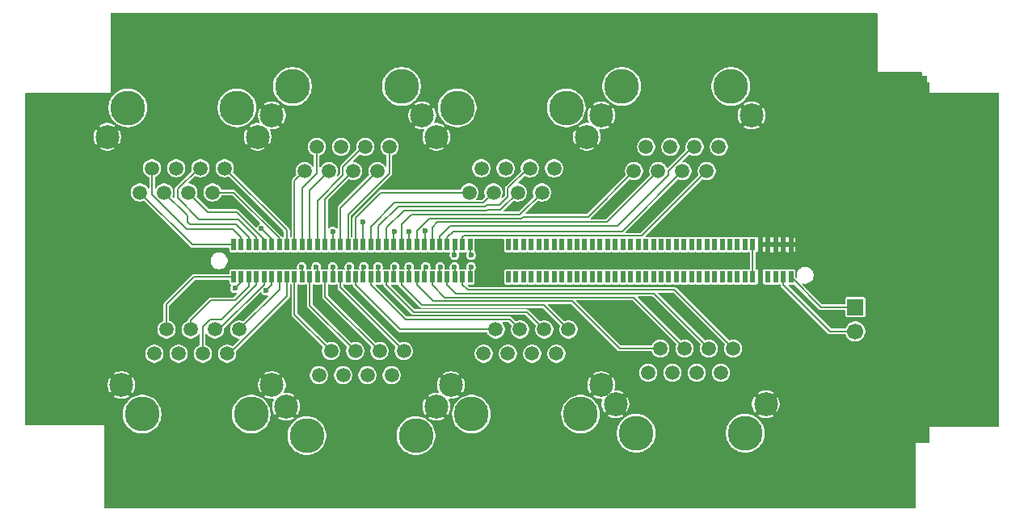
<source format=gbr>
%TF.GenerationSoftware,KiCad,Pcbnew,9.0.2*%
%TF.CreationDate,2025-06-11T08:11:14-04:00*%
%TF.ProjectId,DarkQuest_A5202_Adapter,4461726b-5175-4657-9374-5f4135323032,1*%
%TF.SameCoordinates,Original*%
%TF.FileFunction,Copper,L2,Bot*%
%TF.FilePolarity,Positive*%
%FSLAX46Y46*%
G04 Gerber Fmt 4.6, Leading zero omitted, Abs format (unit mm)*
G04 Created by KiCad (PCBNEW 9.0.2) date 2025-06-11 08:11:14*
%MOMM*%
%LPD*%
G01*
G04 APERTURE LIST*
%TA.AperFunction,WasherPad*%
%ADD10C,3.650000*%
%TD*%
%TA.AperFunction,ComponentPad*%
%ADD11C,1.500000*%
%TD*%
%TA.AperFunction,ComponentPad*%
%ADD12C,2.500000*%
%TD*%
%TA.AperFunction,ComponentPad*%
%ADD13R,1.700000X1.700000*%
%TD*%
%TA.AperFunction,ComponentPad*%
%ADD14C,1.700000*%
%TD*%
%TA.AperFunction,SMDPad,CuDef*%
%ADD15R,0.500000X1.200000*%
%TD*%
%TA.AperFunction,ViaPad*%
%ADD16C,0.600000*%
%TD*%
%TA.AperFunction,Conductor*%
%ADD17C,0.200000*%
%TD*%
G04 APERTURE END LIST*
D10*
%TO.P,J2,*%
%TO.N,*%
X74965000Y-68050000D03*
X63535000Y-68050000D03*
D11*
%TO.P,J2,1*%
%TO.N,/K6*%
X73695000Y-74400000D03*
%TO.P,J2,2*%
%TO.N,/A6*%
X72425000Y-76940000D03*
%TO.P,J2,3*%
%TO.N,/K2*%
X71155000Y-74400000D03*
%TO.P,J2,4*%
%TO.N,/A4*%
X69885000Y-76940000D03*
%TO.P,J2,5*%
%TO.N,/K4*%
X68615000Y-74400000D03*
%TO.P,J2,6*%
%TO.N,/A2*%
X67345000Y-76940000D03*
%TO.P,J2,7*%
%TO.N,/K0*%
X66075000Y-74400000D03*
%TO.P,J2,8*%
%TO.N,/A0*%
X64805000Y-76940000D03*
D12*
%TO.P,J2,SH*%
%TO.N,GND*%
X77125000Y-71100000D03*
X61375000Y-71100000D03*
%TD*%
D10*
%TO.P,J8,*%
%TO.N,*%
X126715000Y-65800000D03*
X115285000Y-65800000D03*
D11*
%TO.P,J8,1*%
%TO.N,/K30*%
X125445000Y-72150000D03*
%TO.P,J8,2*%
%TO.N,/A30*%
X124175000Y-74690000D03*
%TO.P,J8,3*%
%TO.N,/K26*%
X122905000Y-72150000D03*
%TO.P,J8,4*%
%TO.N,/A28*%
X121635000Y-74690000D03*
%TO.P,J8,5*%
%TO.N,/K28*%
X120365000Y-72150000D03*
%TO.P,J8,6*%
%TO.N,/A26*%
X119095000Y-74690000D03*
%TO.P,J8,7*%
%TO.N,/K24*%
X117825000Y-72150000D03*
%TO.P,J8,8*%
%TO.N,/A24*%
X116555000Y-74690000D03*
D12*
%TO.P,J8,SH*%
%TO.N,GND*%
X128875000Y-68850000D03*
X113125000Y-68850000D03*
%TD*%
D10*
%TO.P,J3,*%
%TO.N,*%
X65035000Y-100200000D03*
X76465000Y-100200000D03*
D11*
%TO.P,J3,1*%
%TO.N,/K1*%
X66305000Y-93850000D03*
%TO.P,J3,2*%
%TO.N,/A1*%
X67575000Y-91310000D03*
%TO.P,J3,3*%
%TO.N,/K5*%
X68845000Y-93850000D03*
%TO.P,J3,4*%
%TO.N,/A3*%
X70115000Y-91310000D03*
%TO.P,J3,5*%
%TO.N,/K3*%
X71385000Y-93850000D03*
%TO.P,J3,6*%
%TO.N,/A5*%
X72655000Y-91310000D03*
%TO.P,J3,7*%
%TO.N,/K7*%
X73925000Y-93850000D03*
%TO.P,J3,8*%
%TO.N,/A7*%
X75195000Y-91310000D03*
D12*
%TO.P,J3,SH*%
%TO.N,GND*%
X62875000Y-97150000D03*
X78625000Y-97150000D03*
%TD*%
D10*
%TO.P,J5,*%
%TO.N,*%
X82285000Y-102450000D03*
X93715000Y-102450000D03*
D11*
%TO.P,J5,1*%
%TO.N,/K9*%
X83555000Y-96100000D03*
%TO.P,J5,2*%
%TO.N,/A9*%
X84825000Y-93560000D03*
%TO.P,J5,3*%
%TO.N,/K13*%
X86095000Y-96100000D03*
%TO.P,J5,4*%
%TO.N,/A11*%
X87365000Y-93560000D03*
%TO.P,J5,5*%
%TO.N,/K11*%
X88635000Y-96100000D03*
%TO.P,J5,6*%
%TO.N,/A13*%
X89905000Y-93560000D03*
%TO.P,J5,7*%
%TO.N,/K15*%
X91175000Y-96100000D03*
%TO.P,J5,8*%
%TO.N,/A15*%
X92445000Y-93560000D03*
D12*
%TO.P,J5,SH*%
%TO.N,GND*%
X80125000Y-99400000D03*
X95875000Y-99400000D03*
%TD*%
D10*
%TO.P,J6,*%
%TO.N,*%
X109465000Y-68050000D03*
X98035000Y-68050000D03*
D11*
%TO.P,J6,1*%
%TO.N,/K22*%
X108195000Y-74400000D03*
%TO.P,J6,2*%
%TO.N,/A22*%
X106925000Y-76940000D03*
%TO.P,J6,3*%
%TO.N,/K18*%
X105655000Y-74400000D03*
%TO.P,J6,4*%
%TO.N,/A20*%
X104385000Y-76940000D03*
%TO.P,J6,5*%
%TO.N,/K20*%
X103115000Y-74400000D03*
%TO.P,J6,6*%
%TO.N,/A18*%
X101845000Y-76940000D03*
%TO.P,J6,7*%
%TO.N,/K16*%
X100575000Y-74400000D03*
%TO.P,J6,8*%
%TO.N,/A16*%
X99305000Y-76940000D03*
D12*
%TO.P,J6,SH*%
%TO.N,GND*%
X111625000Y-71100000D03*
X95875000Y-71100000D03*
%TD*%
D13*
%TO.P,J18,1,Pin_1*%
%TO.N,/Therm_Sig*%
X139750000Y-88975000D03*
D14*
%TO.P,J18,2,Pin_2*%
%TO.N,/Therm_Avail*%
X139750000Y-91515000D03*
%TD*%
D10*
%TO.P,J4,*%
%TO.N,*%
X92215000Y-65800000D03*
X80785000Y-65800000D03*
D11*
%TO.P,J4,1*%
%TO.N,/K14*%
X90945000Y-72150000D03*
%TO.P,J4,2*%
%TO.N,/A14*%
X89675000Y-74690000D03*
%TO.P,J4,3*%
%TO.N,/K10*%
X88405000Y-72150000D03*
%TO.P,J4,4*%
%TO.N,/A12*%
X87135000Y-74690000D03*
%TO.P,J4,5*%
%TO.N,/K12*%
X85865000Y-72150000D03*
%TO.P,J4,6*%
%TO.N,/A10*%
X84595000Y-74690000D03*
%TO.P,J4,7*%
%TO.N,/K8*%
X83325000Y-72150000D03*
%TO.P,J4,8*%
%TO.N,/A8*%
X82055000Y-74690000D03*
D12*
%TO.P,J4,SH*%
%TO.N,GND*%
X94375000Y-68850000D03*
X78625000Y-68850000D03*
%TD*%
D10*
%TO.P,J9,*%
%TO.N,*%
X116785000Y-102200000D03*
X128215000Y-102200000D03*
D11*
%TO.P,J9,1*%
%TO.N,/K25*%
X118055000Y-95850000D03*
%TO.P,J9,2*%
%TO.N,/A25*%
X119325000Y-93310000D03*
%TO.P,J9,3*%
%TO.N,/K29*%
X120595000Y-95850000D03*
%TO.P,J9,4*%
%TO.N,/A27*%
X121865000Y-93310000D03*
%TO.P,J9,5*%
%TO.N,/K27*%
X123135000Y-95850000D03*
%TO.P,J9,6*%
%TO.N,/A29*%
X124405000Y-93310000D03*
%TO.P,J9,7*%
%TO.N,/K31*%
X125675000Y-95850000D03*
%TO.P,J9,8*%
%TO.N,/A31*%
X126945000Y-93310000D03*
D12*
%TO.P,J9,SH*%
%TO.N,GND*%
X114625000Y-99150000D03*
X130375000Y-99150000D03*
%TD*%
D10*
%TO.P,J7,*%
%TO.N,*%
X99535000Y-100200000D03*
X110965000Y-100200000D03*
D11*
%TO.P,J7,1*%
%TO.N,/K17*%
X100805000Y-93850000D03*
%TO.P,J7,2*%
%TO.N,/A17*%
X102075000Y-91310000D03*
%TO.P,J7,3*%
%TO.N,/K21*%
X103345000Y-93850000D03*
%TO.P,J7,4*%
%TO.N,/A19*%
X104615000Y-91310000D03*
%TO.P,J7,5*%
%TO.N,/K19*%
X105885000Y-93850000D03*
%TO.P,J7,6*%
%TO.N,/A21*%
X107155000Y-91310000D03*
%TO.P,J7,7*%
%TO.N,/K23*%
X108425000Y-93850000D03*
%TO.P,J7,8*%
%TO.N,/A23*%
X109695000Y-91310000D03*
D12*
%TO.P,J7,SH*%
%TO.N,GND*%
X97375000Y-97150000D03*
X113125000Y-97150000D03*
%TD*%
D15*
%TO.P,J1,01,01*%
%TO.N,/A1*%
X74600000Y-85814000D03*
%TO.P,J1,02,02*%
%TO.N,/A0*%
X74600000Y-82414000D03*
%TO.P,J1,03,03*%
%TO.N,/K1*%
X75400000Y-85814000D03*
%TO.P,J1,04,04*%
%TO.N,/K0*%
X75400000Y-82414000D03*
%TO.P,J1,05,05*%
%TO.N,/A3*%
X76200000Y-85814000D03*
%TO.P,J1,06,06*%
%TO.N,/A2*%
X76200000Y-82414000D03*
%TO.P,J1,07,07*%
%TO.N,/K3*%
X77000000Y-85814000D03*
%TO.P,J1,08,08*%
%TO.N,/K2*%
X77000000Y-82414000D03*
%TO.P,J1,09,09*%
%TO.N,/A5*%
X77800000Y-85814000D03*
%TO.P,J1,10,10*%
%TO.N,/A4*%
X77800000Y-82414000D03*
%TO.P,J1,11,11*%
%TO.N,/K5*%
X78600000Y-85814000D03*
%TO.P,J1,12,12*%
%TO.N,/K4*%
X78600000Y-82414000D03*
%TO.P,J1,13,13*%
%TO.N,/A7*%
X79400000Y-85814000D03*
%TO.P,J1,14,14*%
%TO.N,/A6*%
X79400000Y-82414000D03*
%TO.P,J1,15,15*%
%TO.N,/K7*%
X80200000Y-85814000D03*
%TO.P,J1,16,16*%
%TO.N,/K6*%
X80200000Y-82414000D03*
%TO.P,J1,17,17*%
%TO.N,/A9*%
X81000000Y-85814000D03*
%TO.P,J1,18,18*%
%TO.N,/A8*%
X81000000Y-82414000D03*
%TO.P,J1,19,19*%
%TO.N,/K9*%
X81800000Y-85814000D03*
%TO.P,J1,20,20*%
%TO.N,/K8*%
X81800000Y-82414000D03*
%TO.P,J1,21,21*%
%TO.N,/A11*%
X82600000Y-85814000D03*
%TO.P,J1,22,22*%
%TO.N,/A10*%
X82600000Y-82414000D03*
%TO.P,J1,23,23*%
%TO.N,/K11*%
X83400000Y-85814000D03*
%TO.P,J1,24,24*%
%TO.N,/K10*%
X83400000Y-82414000D03*
%TO.P,J1,25,25*%
%TO.N,/A13*%
X84200000Y-85814000D03*
%TO.P,J1,26,26*%
%TO.N,/A12*%
X84200000Y-82414000D03*
%TO.P,J1,27,27*%
%TO.N,/K13*%
X85000000Y-85814000D03*
%TO.P,J1,28,28*%
%TO.N,/K12*%
X85000000Y-82414000D03*
%TO.P,J1,29,29*%
%TO.N,/A15*%
X85800000Y-85814000D03*
%TO.P,J1,30,30*%
%TO.N,/A14*%
X85800000Y-82414000D03*
%TO.P,J1,31,31*%
%TO.N,/K15*%
X86600000Y-85814000D03*
%TO.P,J1,32,32*%
%TO.N,/K14*%
X86600000Y-82414000D03*
%TO.P,J1,33,33*%
%TO.N,/A17*%
X87400000Y-85814000D03*
%TO.P,J1,34,34*%
%TO.N,/A16*%
X87400000Y-82414000D03*
%TO.P,J1,35,35*%
%TO.N,/K17*%
X88200000Y-85814000D03*
%TO.P,J1,36,36*%
%TO.N,/K16*%
X88200000Y-82414000D03*
%TO.P,J1,37,37*%
%TO.N,/A19*%
X89000000Y-85814000D03*
%TO.P,J1,38,38*%
%TO.N,/A18*%
X89000000Y-82414000D03*
%TO.P,J1,39,39*%
%TO.N,/K19*%
X89800000Y-85814000D03*
%TO.P,J1,40,40*%
%TO.N,/K18*%
X89800000Y-82414000D03*
%TO.P,J1,41,41*%
%TO.N,/A21*%
X90600000Y-85814000D03*
%TO.P,J1,42,42*%
%TO.N,/A20*%
X90600000Y-82414000D03*
%TO.P,J1,43,43*%
%TO.N,/K21*%
X91400000Y-85814000D03*
%TO.P,J1,44,44*%
%TO.N,/K20*%
X91400000Y-82414000D03*
%TO.P,J1,45,45*%
%TO.N,/A23*%
X92200000Y-85814000D03*
%TO.P,J1,46,46*%
%TO.N,/A22*%
X92200000Y-82414000D03*
%TO.P,J1,47,47*%
%TO.N,/K23*%
X93000000Y-85814000D03*
%TO.P,J1,48,48*%
%TO.N,/K22*%
X93000000Y-82414000D03*
%TO.P,J1,49,49*%
%TO.N,/A25*%
X93800000Y-85814000D03*
%TO.P,J1,50,50*%
%TO.N,/A24*%
X93800000Y-82414000D03*
%TO.P,J1,51,51*%
%TO.N,/K25*%
X94600000Y-85814000D03*
%TO.P,J1,52,52*%
%TO.N,/K24*%
X94600000Y-82414000D03*
%TO.P,J1,53,53*%
%TO.N,/A27*%
X95400000Y-85814000D03*
%TO.P,J1,54,54*%
%TO.N,/A26*%
X95400000Y-82414000D03*
%TO.P,J1,55,55*%
%TO.N,/K27*%
X96200000Y-85814000D03*
%TO.P,J1,56,56*%
%TO.N,/K26*%
X96200000Y-82414000D03*
%TO.P,J1,57,57*%
%TO.N,/A29*%
X97000000Y-85814000D03*
%TO.P,J1,58,58*%
%TO.N,/A28*%
X97000000Y-82414000D03*
%TO.P,J1,59,59*%
%TO.N,/K29*%
X97800000Y-85814000D03*
%TO.P,J1,60,60*%
%TO.N,/K28*%
X97800000Y-82414000D03*
%TO.P,J1,61,61*%
%TO.N,/A31*%
X98600000Y-85814000D03*
%TO.P,J1,62,62*%
%TO.N,/A30*%
X98600000Y-82414000D03*
%TO.P,J1,63,63*%
%TO.N,/K31*%
X99400000Y-85814000D03*
%TO.P,J1,64,64*%
%TO.N,/K30*%
X99400000Y-82414000D03*
%TO.P,J1,65,65*%
%TO.N,/A33*%
X103400000Y-85814000D03*
%TO.P,J1,66,66*%
%TO.N,/A32*%
X103400000Y-82414000D03*
%TO.P,J1,67,67*%
%TO.N,/K33*%
X104200000Y-85814000D03*
%TO.P,J1,68,68*%
%TO.N,/K32*%
X104200000Y-82414000D03*
%TO.P,J1,69,69*%
%TO.N,/A35*%
X105000000Y-85814000D03*
%TO.P,J1,70,70*%
%TO.N,/A34*%
X105000000Y-82414000D03*
%TO.P,J1,71,71*%
%TO.N,/K35*%
X105800000Y-85814000D03*
%TO.P,J1,72,72*%
%TO.N,/K34*%
X105800000Y-82414000D03*
%TO.P,J1,73,73*%
%TO.N,/A37*%
X106600000Y-85814000D03*
%TO.P,J1,74,74*%
%TO.N,/A36*%
X106600000Y-82414000D03*
%TO.P,J1,75,75*%
%TO.N,/K37*%
X107400000Y-85814000D03*
%TO.P,J1,76,76*%
%TO.N,/K36*%
X107400000Y-82414000D03*
%TO.P,J1,77,77*%
%TO.N,/A39*%
X108200000Y-85814000D03*
%TO.P,J1,78,78*%
%TO.N,/A38*%
X108200000Y-82414000D03*
%TO.P,J1,79,79*%
%TO.N,/K39*%
X109000000Y-85814000D03*
%TO.P,J1,80,80*%
%TO.N,/K38*%
X109000000Y-82414000D03*
%TO.P,J1,81,81*%
%TO.N,/A41*%
X109800000Y-85814000D03*
%TO.P,J1,82,82*%
%TO.N,/A40*%
X109800000Y-82414000D03*
%TO.P,J1,83,83*%
%TO.N,/K41*%
X110600000Y-85814000D03*
%TO.P,J1,84,84*%
%TO.N,/K40*%
X110600000Y-82414000D03*
%TO.P,J1,85,85*%
%TO.N,/A43*%
X111400000Y-85814000D03*
%TO.P,J1,86,86*%
%TO.N,/A42*%
X111400000Y-82414000D03*
%TO.P,J1,87,87*%
%TO.N,/K43*%
X112200000Y-85814000D03*
%TO.P,J1,88,88*%
%TO.N,/K42*%
X112200000Y-82414000D03*
%TO.P,J1,89,89*%
%TO.N,/A45*%
X113000000Y-85814000D03*
%TO.P,J1,90,90*%
%TO.N,/A44*%
X113000000Y-82414000D03*
%TO.P,J1,91,91*%
%TO.N,/K45*%
X113800000Y-85814000D03*
%TO.P,J1,92,92*%
%TO.N,/K44*%
X113800000Y-82414000D03*
%TO.P,J1,93,93*%
%TO.N,/A47*%
X114600000Y-85814000D03*
%TO.P,J1,94,94*%
%TO.N,/A46*%
X114600000Y-82414000D03*
%TO.P,J1,95,95*%
%TO.N,/K47*%
X115400000Y-85814000D03*
%TO.P,J1,96,96*%
%TO.N,/K46*%
X115400000Y-82414000D03*
%TO.P,J1,97,97*%
%TO.N,/A49*%
X116200000Y-85814000D03*
%TO.P,J1,98,98*%
%TO.N,/A48*%
X116200000Y-82414000D03*
%TO.P,J1,99,99*%
%TO.N,/K49*%
X117000000Y-85814000D03*
%TO.P,J1,100,100*%
%TO.N,/K48*%
X117000000Y-82414000D03*
%TO.P,J1,101,101*%
%TO.N,/A51*%
X117800000Y-85814000D03*
%TO.P,J1,102,102*%
%TO.N,/A50*%
X117800000Y-82414000D03*
%TO.P,J1,103,103*%
%TO.N,/K51*%
X118600000Y-85814000D03*
%TO.P,J1,104,104*%
%TO.N,/K50*%
X118600000Y-82414000D03*
%TO.P,J1,105,105*%
%TO.N,/A53*%
X119400000Y-85814000D03*
%TO.P,J1,106,106*%
%TO.N,/A52*%
X119400000Y-82414000D03*
%TO.P,J1,107,107*%
%TO.N,/K53*%
X120200000Y-85814000D03*
%TO.P,J1,108,108*%
%TO.N,/K52*%
X120200000Y-82414000D03*
%TO.P,J1,109,109*%
%TO.N,/A55*%
X121000000Y-85814000D03*
%TO.P,J1,110,110*%
%TO.N,/A54*%
X121000000Y-82414000D03*
%TO.P,J1,111,111*%
%TO.N,/K55*%
X121800000Y-85814000D03*
%TO.P,J1,112,112*%
%TO.N,/K54*%
X121800000Y-82414000D03*
%TO.P,J1,113,113*%
%TO.N,/A57*%
X122600000Y-85814000D03*
%TO.P,J1,114,114*%
%TO.N,/A56*%
X122600000Y-82414000D03*
%TO.P,J1,115,115*%
%TO.N,/K57*%
X123400000Y-85814000D03*
%TO.P,J1,116,116*%
%TO.N,/K56*%
X123400000Y-82414000D03*
%TO.P,J1,117,117*%
%TO.N,/A59*%
X124200000Y-85814000D03*
%TO.P,J1,118,118*%
%TO.N,/A58*%
X124200000Y-82414000D03*
%TO.P,J1,119,119*%
%TO.N,/K59*%
X125000000Y-85814000D03*
%TO.P,J1,120,120*%
%TO.N,/K58*%
X125000000Y-82414000D03*
%TO.P,J1,121,121*%
%TO.N,/A61*%
X125800000Y-85814000D03*
%TO.P,J1,122,122*%
%TO.N,/A60*%
X125800000Y-82414000D03*
%TO.P,J1,123,123*%
%TO.N,/K61*%
X126600000Y-85814000D03*
%TO.P,J1,124,124*%
%TO.N,/K60*%
X126600000Y-82414000D03*
%TO.P,J1,125,125*%
%TO.N,/A63*%
X127400000Y-85814000D03*
%TO.P,J1,126,126*%
%TO.N,/A62*%
X127400000Y-82414000D03*
%TO.P,J1,127,127*%
%TO.N,/K63*%
X128200000Y-85814000D03*
%TO.P,J1,128,128*%
%TO.N,/K62*%
X128200000Y-82414000D03*
%TO.P,J1,129,129*%
%TO.N,+3V3*%
X129000000Y-85814000D03*
%TO.P,J1,130,130*%
X129000000Y-82414000D03*
%TO.P,J1,131,131*%
%TO.N,GND*%
X129800000Y-85814000D03*
%TO.P,J1,132,132*%
X129800000Y-82414000D03*
%TO.P,J1,133,133*%
%TO.N,/i2c_scl*%
X130600000Y-85814000D03*
%TO.P,J1,134,134*%
%TO.N,GND*%
X130600000Y-82414000D03*
%TO.P,J1,135,135*%
%TO.N,/i2c_sda*%
X131400000Y-85814000D03*
%TO.P,J1,136,136*%
%TO.N,GND*%
X131400000Y-82414000D03*
%TO.P,J1,137,137*%
%TO.N,/Therm_Avail*%
X132200000Y-85814000D03*
%TO.P,J1,138,138*%
%TO.N,GND*%
X132200000Y-82414000D03*
%TO.P,J1,139,139*%
%TO.N,/Therm_Sig*%
X133000000Y-85814000D03*
%TO.P,J1,140,140*%
%TO.N,GND*%
X133000000Y-82414000D03*
%TD*%
D16*
%TO.N,GND*%
X62658800Y-104092800D03*
%TO.N,/K1*%
X74750000Y-87000000D03*
%TO.N,/K5*%
X78006265Y-87256265D03*
%TO.N,/K4*%
X77525815Y-80724185D03*
%TO.N,/K9*%
X81750000Y-84750000D03*
%TO.N,/K11*%
X83250000Y-84750000D03*
%TO.N,/K12*%
X85000000Y-81000000D03*
%TO.N,/K15*%
X86750000Y-84750000D03*
%TO.N,/K13*%
X85000000Y-84750000D03*
%TO.N,/K19*%
X89750000Y-84750000D03*
%TO.N,/K16*%
X88200000Y-80050000D03*
%TO.N,/K17*%
X88250000Y-84750000D03*
%TO.N,/K23*%
X93000000Y-84750000D03*
%TO.N,/K21*%
X91500000Y-84750000D03*
%TO.N,/K22*%
X93000000Y-81000000D03*
%TO.N,/K20*%
X91500000Y-81000000D03*
%TO.N,/K27*%
X96250000Y-84750000D03*
%TO.N,/K24*%
X94674265Y-80924265D03*
%TO.N,/K25*%
X94750000Y-84750000D03*
%TO.N,/K29*%
X97750000Y-84750000D03*
%TO.N,/K28*%
X97750000Y-83500000D03*
%TO.N,/K31*%
X99500000Y-84750000D03*
%TO.N,/K30*%
X99500000Y-83500000D03*
%TD*%
D17*
%TO.N,/A3*%
X72250000Y-88250000D02*
X74750000Y-88250000D01*
X76200000Y-86800000D02*
X76200000Y-85814000D01*
X70115000Y-91310000D02*
X70115000Y-90385000D01*
X70115000Y-90385000D02*
X72250000Y-88250000D01*
X74750000Y-88250000D02*
X76200000Y-86800000D01*
%TO.N,/K2*%
X68750000Y-77500000D02*
X68750000Y-76588661D01*
X77000000Y-82414000D02*
X77000000Y-81614000D01*
X70938661Y-74400000D02*
X71155000Y-74400000D01*
X77000000Y-81614000D02*
X75136000Y-79750000D01*
X71000000Y-79750000D02*
X68750000Y-77500000D01*
X75136000Y-79750000D02*
X71000000Y-79750000D01*
X68750000Y-76588661D02*
X70938661Y-74400000D01*
%TO.N,/A1*%
X74600000Y-85814000D02*
X70436000Y-85814000D01*
X67575000Y-88675000D02*
X67575000Y-91310000D01*
X70436000Y-85814000D02*
X67575000Y-88675000D01*
%TO.N,/A2*%
X69750000Y-80000000D02*
X69750000Y-79345000D01*
X76200000Y-81614000D02*
X74836000Y-80250000D01*
X70000000Y-80250000D02*
X69750000Y-80000000D01*
X69750000Y-79345000D02*
X67345000Y-76940000D01*
X76200000Y-82414000D02*
X76200000Y-81614000D01*
X74836000Y-80250000D02*
X70000000Y-80250000D01*
%TO.N,/A0*%
X74600000Y-82414000D02*
X70279000Y-82414000D01*
X70279000Y-82414000D02*
X64805000Y-76940000D01*
%TO.N,/K0*%
X66075000Y-77156339D02*
X66075000Y-74400000D01*
X75400000Y-82414000D02*
X75400000Y-81614000D01*
X69668661Y-80750000D02*
X66075000Y-77156339D01*
X74536000Y-80750000D02*
X69668661Y-80750000D01*
X75400000Y-81614000D02*
X74536000Y-80750000D01*
%TO.N,/K1*%
X75400000Y-86350000D02*
X74750000Y-87000000D01*
X75400000Y-85814000D02*
X75400000Y-86350000D01*
%TO.N,/K3*%
X71385000Y-91031000D02*
X71385000Y-93850000D01*
X73355000Y-90259000D02*
X72157000Y-90259000D01*
X77000000Y-85814000D02*
X77000000Y-86614000D01*
X72157000Y-90259000D02*
X71385000Y-91031000D01*
X77000000Y-86614000D02*
X73355000Y-90259000D01*
%TO.N,/K5*%
X78600000Y-85814000D02*
X78600000Y-86662530D01*
X78600000Y-86662530D02*
X78006265Y-87256265D01*
%TO.N,/A5*%
X73104000Y-91310000D02*
X72655000Y-91310000D01*
X77800000Y-85814000D02*
X77800000Y-86614000D01*
X77800000Y-86614000D02*
X73104000Y-91310000D01*
%TO.N,/K6*%
X80200000Y-82414000D02*
X80200000Y-80905000D01*
X80200000Y-80905000D02*
X73695000Y-74400000D01*
%TO.N,/A4*%
X74953100Y-79000000D02*
X71945000Y-79000000D01*
X71945000Y-79000000D02*
X69885000Y-76940000D01*
X77800000Y-82414000D02*
X77800000Y-81846900D01*
X77800000Y-81846900D02*
X74953100Y-79000000D01*
%TO.N,/A7*%
X79400000Y-85814000D02*
X79400000Y-87105000D01*
X79400000Y-87105000D02*
X75195000Y-91310000D01*
%TO.N,/A6*%
X79400000Y-82414000D02*
X79400000Y-81748427D01*
X79400000Y-81748427D02*
X74591573Y-76940000D01*
X74591573Y-76940000D02*
X72425000Y-76940000D01*
%TO.N,/K4*%
X78600000Y-82414000D02*
X78600000Y-81798370D01*
X78600000Y-81798370D02*
X77525815Y-80724185D01*
%TO.N,/K7*%
X80200000Y-85814000D02*
X80200000Y-87800000D01*
X80200000Y-87800000D02*
X74150000Y-93850000D01*
X74150000Y-93850000D02*
X73925000Y-93850000D01*
%TO.N,/K9*%
X81800000Y-85814000D02*
X81800000Y-84800000D01*
X81800000Y-84800000D02*
X81750000Y-84750000D01*
%TO.N,/A10*%
X82600000Y-82414000D02*
X82600000Y-76685000D01*
X82600000Y-76685000D02*
X84595000Y-74690000D01*
%TO.N,/A11*%
X82600000Y-88795000D02*
X87365000Y-93560000D01*
X82600000Y-85814000D02*
X82600000Y-88795000D01*
%TO.N,/A8*%
X81000000Y-75745000D02*
X82055000Y-74690000D01*
X81000000Y-82414000D02*
X81000000Y-75745000D01*
%TO.N,/K11*%
X83400000Y-85814000D02*
X83400000Y-84900000D01*
X83400000Y-84900000D02*
X83250000Y-84750000D01*
%TO.N,/K10*%
X83400000Y-82414000D02*
X83400000Y-77809339D01*
X86084000Y-75125339D02*
X86084000Y-74254661D01*
X86084000Y-74254661D02*
X88188661Y-72150000D01*
X83400000Y-77809339D02*
X86084000Y-75125339D01*
X88188661Y-72150000D02*
X88405000Y-72150000D01*
%TO.N,/A9*%
X81000000Y-85814000D02*
X81000000Y-89735000D01*
X81000000Y-89735000D02*
X84825000Y-93560000D01*
%TO.N,/K8*%
X81800000Y-76431339D02*
X83325000Y-74906339D01*
X83325000Y-74906339D02*
X83325000Y-72150000D01*
X81800000Y-82414000D02*
X81800000Y-76431339D01*
%TO.N,/A15*%
X85800000Y-85814000D02*
X85800000Y-86915000D01*
X85800000Y-86915000D02*
X92445000Y-93560000D01*
%TO.N,/A14*%
X85800000Y-78565000D02*
X89675000Y-74690000D01*
X85800000Y-82414000D02*
X85800000Y-78565000D01*
%TO.N,/K12*%
X85000000Y-82414000D02*
X85000000Y-81000000D01*
%TO.N,/K14*%
X86600000Y-82414000D02*
X86600000Y-79251339D01*
X90945000Y-74906339D02*
X90945000Y-72150000D01*
X86600000Y-79251339D02*
X90945000Y-74906339D01*
%TO.N,/A13*%
X84200000Y-87855000D02*
X89905000Y-93560000D01*
X84200000Y-85814000D02*
X84200000Y-87855000D01*
%TO.N,/K15*%
X86600000Y-85814000D02*
X86600000Y-84900000D01*
X86600000Y-84900000D02*
X86750000Y-84750000D01*
%TO.N,/A12*%
X84200000Y-82414000D02*
X84200000Y-77625000D01*
X84200000Y-77625000D02*
X87135000Y-74690000D01*
%TO.N,/K13*%
X85000000Y-85814000D02*
X85000000Y-84750000D01*
%TO.N,/A17*%
X87400000Y-85814000D02*
X87400000Y-86614000D01*
X87400000Y-86614000D02*
X92096000Y-91310000D01*
X92096000Y-91310000D02*
X102075000Y-91310000D01*
%TO.N,/K18*%
X103334000Y-77375339D02*
X103334000Y-76504661D01*
X101102100Y-78250000D02*
X102459339Y-78250000D01*
X89800000Y-82414000D02*
X89800000Y-80450000D01*
X105438661Y-74400000D02*
X105655000Y-74400000D01*
X102459339Y-78250000D02*
X103334000Y-77375339D01*
X91849000Y-78401000D02*
X100951100Y-78401000D01*
X89800000Y-80450000D02*
X91849000Y-78401000D01*
X103334000Y-76504661D02*
X105438661Y-74400000D01*
X100951100Y-78401000D02*
X101102100Y-78250000D01*
%TO.N,/A19*%
X89000000Y-86614000D02*
X92636000Y-90250000D01*
X92636000Y-90250000D02*
X103555000Y-90250000D01*
X103555000Y-90250000D02*
X104615000Y-91310000D01*
X89000000Y-85814000D02*
X89000000Y-86614000D01*
%TO.N,/K19*%
X89800000Y-85814000D02*
X89800000Y-84800000D01*
X89800000Y-84800000D02*
X89750000Y-84750000D01*
%TO.N,/A18*%
X100785000Y-78000000D02*
X101845000Y-76940000D01*
X89000000Y-80500000D02*
X91500000Y-78000000D01*
X91500000Y-78000000D02*
X100785000Y-78000000D01*
X89000000Y-82414000D02*
X89000000Y-80500000D01*
%TO.N,/A16*%
X90060000Y-76940000D02*
X99305000Y-76940000D01*
X87400000Y-82414000D02*
X87400000Y-79600000D01*
X87400000Y-79600000D02*
X90060000Y-76940000D01*
%TO.N,/K16*%
X88200000Y-82414000D02*
X88200000Y-80050000D01*
%TO.N,/K17*%
X88200000Y-85814000D02*
X88200000Y-84800000D01*
X88200000Y-84800000D02*
X88250000Y-84750000D01*
%TO.N,/K23*%
X93000000Y-85814000D02*
X93000000Y-84750000D01*
%TO.N,/A21*%
X105345000Y-89500000D02*
X107155000Y-91310000D01*
X93486000Y-89500000D02*
X105345000Y-89500000D01*
X90600000Y-85814000D02*
X90600000Y-86614000D01*
X90600000Y-86614000D02*
X93486000Y-89500000D01*
%TO.N,/K21*%
X91400000Y-84850000D02*
X91500000Y-84750000D01*
X91400000Y-85814000D02*
X91400000Y-84850000D01*
%TO.N,/K22*%
X93000000Y-82414000D02*
X93000000Y-81000000D01*
%TO.N,/A22*%
X92200000Y-80300000D02*
X93250000Y-79250000D01*
X93250000Y-79250000D02*
X104615000Y-79250000D01*
X104615000Y-79250000D02*
X106925000Y-76940000D01*
X92200000Y-82414000D02*
X92200000Y-80300000D01*
%TO.N,/A23*%
X92200000Y-86614000D02*
X94336000Y-88750000D01*
X94336000Y-88750000D02*
X107135000Y-88750000D01*
X92200000Y-85814000D02*
X92200000Y-86614000D01*
X107135000Y-88750000D02*
X109695000Y-91310000D01*
%TO.N,/A20*%
X92448000Y-78802000D02*
X101117200Y-78802000D01*
X90600000Y-82414000D02*
X90600000Y-80650000D01*
X102575000Y-78750000D02*
X104385000Y-76940000D01*
X101169200Y-78750000D02*
X102575000Y-78750000D01*
X101117200Y-78802000D02*
X101169200Y-78750000D01*
X90600000Y-80650000D02*
X92448000Y-78802000D01*
%TO.N,/K20*%
X91400000Y-82414000D02*
X91400000Y-81100000D01*
X91400000Y-81100000D02*
X91500000Y-81000000D01*
%TO.N,/K27*%
X96200000Y-85814000D02*
X96200000Y-84800000D01*
X96200000Y-84800000D02*
X96250000Y-84750000D01*
%TO.N,/K24*%
X94674265Y-82339735D02*
X94600000Y-82414000D01*
X94674265Y-80924265D02*
X94674265Y-82339735D01*
%TO.N,/A25*%
X93800000Y-86614000D02*
X95535000Y-88349000D01*
X110099000Y-88349000D02*
X115060000Y-93310000D01*
X95535000Y-88349000D02*
X110099000Y-88349000D01*
X115060000Y-93310000D02*
X119325000Y-93310000D01*
X93800000Y-85814000D02*
X93800000Y-86614000D01*
%TO.N,/K25*%
X94600000Y-84900000D02*
X94750000Y-84750000D01*
X94600000Y-85814000D02*
X94600000Y-84900000D01*
%TO.N,/A24*%
X111745000Y-79500000D02*
X116555000Y-74690000D01*
X95099000Y-79651000D02*
X104781100Y-79651000D01*
X93800000Y-80950000D02*
X95099000Y-79651000D01*
X104781100Y-79651000D02*
X104932100Y-79500000D01*
X104932100Y-79500000D02*
X106418439Y-79500000D01*
X93800000Y-82414000D02*
X93800000Y-80950000D01*
X106418439Y-79500000D02*
X111745000Y-79500000D01*
%TO.N,/A26*%
X95400000Y-80600000D02*
X95948000Y-80052000D01*
X113733000Y-80052000D02*
X119095000Y-74690000D01*
X95400000Y-82414000D02*
X95400000Y-80600000D01*
X95948000Y-80052000D02*
X113733000Y-80052000D01*
%TO.N,/K26*%
X122688661Y-72150000D02*
X122905000Y-72150000D01*
X96200000Y-82414000D02*
X96200000Y-81550000D01*
X97297000Y-80453000D02*
X114818339Y-80453000D01*
X114818339Y-80453000D02*
X120146000Y-75125339D01*
X120146000Y-74692661D02*
X122688661Y-72150000D01*
X96200000Y-81550000D02*
X97297000Y-80453000D01*
X120146000Y-75125339D02*
X120146000Y-74692661D01*
%TO.N,/A27*%
X116503000Y-87948000D02*
X121865000Y-93310000D01*
X95400000Y-85814000D02*
X95400000Y-86614000D01*
X96734000Y-87948000D02*
X116503000Y-87948000D01*
X95400000Y-86614000D02*
X96734000Y-87948000D01*
%TO.N,/A31*%
X99132000Y-87146000D02*
X120781000Y-87146000D01*
X98600000Y-86614000D02*
X99132000Y-87146000D01*
X98600000Y-85814000D02*
X98600000Y-86614000D01*
X120781000Y-87146000D02*
X126945000Y-93310000D01*
%TO.N,/A30*%
X98600000Y-81614000D02*
X98714000Y-81500000D01*
X98714000Y-81500000D02*
X117365000Y-81500000D01*
X98600000Y-82414000D02*
X98600000Y-81614000D01*
X117365000Y-81500000D02*
X124175000Y-74690000D01*
%TO.N,/K29*%
X97800000Y-85814000D02*
X97800000Y-84800000D01*
X97800000Y-84800000D02*
X97750000Y-84750000D01*
%TO.N,/A29*%
X97000000Y-85814000D02*
X97000000Y-86614000D01*
X97933000Y-87547000D02*
X118642000Y-87547000D01*
X97000000Y-86614000D02*
X97933000Y-87547000D01*
X118642000Y-87547000D02*
X124405000Y-93310000D01*
%TO.N,/K28*%
X97750000Y-82464000D02*
X97800000Y-82414000D01*
X97750000Y-83500000D02*
X97750000Y-82464000D01*
%TO.N,/A28*%
X97000000Y-81614000D02*
X97614000Y-81000000D01*
X97000000Y-82414000D02*
X97000000Y-81614000D01*
X115325000Y-81000000D02*
X121635000Y-74690000D01*
X97614000Y-81000000D02*
X115325000Y-81000000D01*
%TO.N,/K31*%
X99400000Y-85814000D02*
X99400000Y-84850000D01*
X99400000Y-84850000D02*
X99500000Y-84750000D01*
%TO.N,/K30*%
X99400000Y-82414000D02*
X99400000Y-83400000D01*
X99400000Y-83400000D02*
X99500000Y-83500000D01*
%TO.N,/Therm_Avail*%
X137101000Y-91515000D02*
X139750000Y-91515000D01*
X132200000Y-85814000D02*
X132200000Y-86614000D01*
X132200000Y-86614000D02*
X137101000Y-91515000D01*
%TO.N,/Therm_Sig*%
X133000000Y-85814000D02*
X136161000Y-88975000D01*
X136161000Y-88975000D02*
X139750000Y-88975000D01*
%TO.N,+3V3*%
X129000000Y-85814000D02*
X129000000Y-82414000D01*
%TD*%
%TA.AperFunction,Conductor*%
%TO.N,GND*%
G36*
X142037126Y-58134974D02*
G01*
X142058800Y-58187300D01*
X142058800Y-64292800D01*
X146634800Y-64292800D01*
X146687126Y-64314474D01*
X146708800Y-64366800D01*
X146708800Y-64692800D01*
X147184800Y-64692800D01*
X147237126Y-64714474D01*
X147258800Y-64766800D01*
X147258800Y-65342800D01*
X147434800Y-65342800D01*
X147487126Y-65364474D01*
X147508800Y-65416800D01*
X147508800Y-66442800D01*
X154724300Y-66442800D01*
X154776626Y-66464474D01*
X154798300Y-66516800D01*
X154798300Y-101418800D01*
X154776626Y-101471126D01*
X154724300Y-101492800D01*
X147508800Y-101492800D01*
X147508800Y-103118800D01*
X147487126Y-103171126D01*
X147434800Y-103192800D01*
X146058800Y-103192800D01*
X146058800Y-110038300D01*
X146037126Y-110090626D01*
X145984800Y-110112300D01*
X61132800Y-110112300D01*
X61080474Y-110090626D01*
X61058800Y-110038300D01*
X61058800Y-102317243D01*
X80259500Y-102317243D01*
X80259500Y-102582756D01*
X80294155Y-102845996D01*
X80362875Y-103102465D01*
X80362879Y-103102476D01*
X80464482Y-103347769D01*
X80464485Y-103347777D01*
X80597242Y-103577718D01*
X80597246Y-103577724D01*
X80758881Y-103788370D01*
X80946629Y-103976118D01*
X81157275Y-104137753D01*
X81157281Y-104137757D01*
X81249230Y-104190844D01*
X81387222Y-104270514D01*
X81632527Y-104372122D01*
X81888997Y-104440843D01*
X81889003Y-104440843D01*
X81889004Y-104440844D01*
X81889003Y-104440844D01*
X82005825Y-104456223D01*
X82152242Y-104475500D01*
X82152244Y-104475500D01*
X82417756Y-104475500D01*
X82417758Y-104475500D01*
X82620989Y-104448744D01*
X82680996Y-104440844D01*
X82680996Y-104440843D01*
X82681003Y-104440843D01*
X82937473Y-104372122D01*
X83182778Y-104270514D01*
X83412722Y-104137755D01*
X83623370Y-103976119D01*
X83811119Y-103788370D01*
X83972755Y-103577722D01*
X84105514Y-103347778D01*
X84207122Y-103102473D01*
X84275843Y-102846003D01*
X84310500Y-102582758D01*
X84310500Y-102317243D01*
X91689500Y-102317243D01*
X91689500Y-102582756D01*
X91724155Y-102845996D01*
X91792875Y-103102465D01*
X91792879Y-103102476D01*
X91894482Y-103347769D01*
X91894485Y-103347777D01*
X92027242Y-103577718D01*
X92027246Y-103577724D01*
X92188881Y-103788370D01*
X92376629Y-103976118D01*
X92587275Y-104137753D01*
X92587281Y-104137757D01*
X92679230Y-104190844D01*
X92817222Y-104270514D01*
X93062527Y-104372122D01*
X93318997Y-104440843D01*
X93319003Y-104440843D01*
X93319004Y-104440844D01*
X93319003Y-104440844D01*
X93435825Y-104456223D01*
X93582242Y-104475500D01*
X93582244Y-104475500D01*
X93847756Y-104475500D01*
X93847758Y-104475500D01*
X94050989Y-104448744D01*
X94110996Y-104440844D01*
X94110996Y-104440843D01*
X94111003Y-104440843D01*
X94367473Y-104372122D01*
X94612778Y-104270514D01*
X94842722Y-104137755D01*
X95053370Y-103976119D01*
X95241119Y-103788370D01*
X95402755Y-103577722D01*
X95535514Y-103347778D01*
X95637122Y-103102473D01*
X95705843Y-102846003D01*
X95740500Y-102582758D01*
X95740500Y-102317242D01*
X95705843Y-102053997D01*
X95637122Y-101797527D01*
X95535514Y-101552222D01*
X95532801Y-101547523D01*
X95402757Y-101322281D01*
X95402753Y-101322275D01*
X95241118Y-101111629D01*
X95053370Y-100923881D01*
X94842724Y-100762246D01*
X94842718Y-100762242D01*
X94612777Y-100629485D01*
X94612773Y-100629483D01*
X94612590Y-100629408D01*
X94612589Y-100629407D01*
X94612588Y-100629407D01*
X94367476Y-100527879D01*
X94367465Y-100527875D01*
X94147823Y-100469022D01*
X94111003Y-100459157D01*
X94111001Y-100459156D01*
X94110995Y-100459155D01*
X94110996Y-100459155D01*
X93899415Y-100431300D01*
X93847758Y-100424500D01*
X93582242Y-100424500D01*
X93535200Y-100430693D01*
X93319003Y-100459155D01*
X93062534Y-100527875D01*
X93062523Y-100527879D01*
X92817230Y-100629482D01*
X92817222Y-100629485D01*
X92587281Y-100762242D01*
X92587275Y-100762246D01*
X92376629Y-100923881D01*
X92188881Y-101111629D01*
X92027246Y-101322275D01*
X92027242Y-101322281D01*
X91894485Y-101552222D01*
X91894482Y-101552230D01*
X91792879Y-101797523D01*
X91792875Y-101797534D01*
X91724155Y-102054003D01*
X91689500Y-102317243D01*
X84310500Y-102317243D01*
X84310500Y-102317242D01*
X84275843Y-102053997D01*
X84207122Y-101797527D01*
X84105514Y-101552222D01*
X84102801Y-101547523D01*
X83972757Y-101322281D01*
X83972753Y-101322275D01*
X83811118Y-101111629D01*
X83623370Y-100923881D01*
X83412724Y-100762246D01*
X83412718Y-100762242D01*
X83182777Y-100629485D01*
X83182769Y-100629482D01*
X82937476Y-100527879D01*
X82937465Y-100527875D01*
X82717823Y-100469022D01*
X82681003Y-100459157D01*
X82681001Y-100459156D01*
X82680995Y-100459155D01*
X82680996Y-100459155D01*
X82469415Y-100431300D01*
X82417758Y-100424500D01*
X82152242Y-100424500D01*
X82105200Y-100430693D01*
X81889003Y-100459155D01*
X81632534Y-100527875D01*
X81632523Y-100527879D01*
X81387230Y-100629482D01*
X81387222Y-100629485D01*
X81157281Y-100762242D01*
X81157275Y-100762246D01*
X80946629Y-100923881D01*
X80758881Y-101111629D01*
X80597246Y-101322275D01*
X80597242Y-101322281D01*
X80464485Y-101552222D01*
X80464482Y-101552230D01*
X80362879Y-101797523D01*
X80362875Y-101797534D01*
X80294155Y-102054003D01*
X80259500Y-102317243D01*
X61058800Y-102317243D01*
X61058800Y-101342800D01*
X52873300Y-101342800D01*
X52820974Y-101321126D01*
X52799300Y-101268800D01*
X52799300Y-100067242D01*
X63009500Y-100067242D01*
X63009500Y-100332758D01*
X63015652Y-100379485D01*
X63044155Y-100595996D01*
X63112875Y-100852465D01*
X63112879Y-100852476D01*
X63214482Y-101097769D01*
X63214485Y-101097777D01*
X63347242Y-101327718D01*
X63347246Y-101327724D01*
X63508881Y-101538370D01*
X63696629Y-101726118D01*
X63907275Y-101887753D01*
X63907281Y-101887757D01*
X64137222Y-102020514D01*
X64382527Y-102122122D01*
X64638997Y-102190843D01*
X64639003Y-102190843D01*
X64639004Y-102190844D01*
X64639003Y-102190844D01*
X64755825Y-102206223D01*
X64902242Y-102225500D01*
X64902244Y-102225500D01*
X65167756Y-102225500D01*
X65167758Y-102225500D01*
X65370581Y-102198797D01*
X65430996Y-102190844D01*
X65430996Y-102190843D01*
X65431003Y-102190843D01*
X65687473Y-102122122D01*
X65932778Y-102020514D01*
X66162722Y-101887755D01*
X66373370Y-101726119D01*
X66561119Y-101538370D01*
X66722755Y-101327722D01*
X66855514Y-101097778D01*
X66957122Y-100852473D01*
X67025843Y-100596003D01*
X67060500Y-100332758D01*
X67060500Y-100067242D01*
X74439500Y-100067242D01*
X74439500Y-100332758D01*
X74445652Y-100379485D01*
X74474155Y-100595996D01*
X74542875Y-100852465D01*
X74542879Y-100852476D01*
X74644482Y-101097769D01*
X74644485Y-101097777D01*
X74777242Y-101327718D01*
X74777246Y-101327724D01*
X74938881Y-101538370D01*
X75126629Y-101726118D01*
X75337275Y-101887753D01*
X75337281Y-101887757D01*
X75567222Y-102020514D01*
X75812527Y-102122122D01*
X76068997Y-102190843D01*
X76069003Y-102190843D01*
X76069004Y-102190844D01*
X76069003Y-102190844D01*
X76185825Y-102206223D01*
X76332242Y-102225500D01*
X76332244Y-102225500D01*
X76597756Y-102225500D01*
X76597758Y-102225500D01*
X76800581Y-102198797D01*
X76860996Y-102190844D01*
X76860996Y-102190843D01*
X76861003Y-102190843D01*
X77117473Y-102122122D01*
X77362778Y-102020514D01*
X77592722Y-101887755D01*
X77803370Y-101726119D01*
X77991119Y-101538370D01*
X78152755Y-101327722D01*
X78285514Y-101097778D01*
X78387122Y-100852473D01*
X78455843Y-100596003D01*
X78456733Y-100589243D01*
X78461718Y-100551381D01*
X78484348Y-100379485D01*
X78490500Y-100332758D01*
X78490500Y-100067242D01*
X78455843Y-99803997D01*
X78387122Y-99547527D01*
X78285514Y-99302222D01*
X78152755Y-99072278D01*
X78124827Y-99035882D01*
X77991118Y-98861629D01*
X77803370Y-98673881D01*
X77592724Y-98512246D01*
X77592718Y-98512242D01*
X77362777Y-98379485D01*
X77362773Y-98379483D01*
X77362590Y-98379408D01*
X77362589Y-98379407D01*
X77362588Y-98379407D01*
X77117476Y-98277879D01*
X77117465Y-98277875D01*
X76897823Y-98219022D01*
X76861003Y-98209157D01*
X76861001Y-98209156D01*
X76860995Y-98209155D01*
X76860996Y-98209155D01*
X76649415Y-98181300D01*
X76597758Y-98174500D01*
X76332242Y-98174500D01*
X76285200Y-98180693D01*
X76069003Y-98209155D01*
X75812534Y-98277875D01*
X75812523Y-98277879D01*
X75567230Y-98379482D01*
X75567222Y-98379485D01*
X75337281Y-98512242D01*
X75337275Y-98512246D01*
X75126629Y-98673881D01*
X74938881Y-98861629D01*
X74777246Y-99072275D01*
X74777242Y-99072281D01*
X74644485Y-99302222D01*
X74644482Y-99302230D01*
X74542879Y-99547523D01*
X74542875Y-99547534D01*
X74474155Y-99804003D01*
X74444242Y-100031224D01*
X74439500Y-100067242D01*
X67060500Y-100067242D01*
X67025843Y-99803997D01*
X66957122Y-99547527D01*
X66855514Y-99302222D01*
X66722755Y-99072278D01*
X66694827Y-99035882D01*
X66561118Y-98861629D01*
X66373370Y-98673881D01*
X66162724Y-98512246D01*
X66162718Y-98512242D01*
X65932777Y-98379485D01*
X65932769Y-98379482D01*
X65687476Y-98277879D01*
X65687465Y-98277875D01*
X65467823Y-98219022D01*
X65431003Y-98209157D01*
X65431001Y-98209156D01*
X65430995Y-98209155D01*
X65430996Y-98209155D01*
X65219415Y-98181300D01*
X65167758Y-98174500D01*
X64902242Y-98174500D01*
X64855200Y-98180693D01*
X64639003Y-98209155D01*
X64382534Y-98277875D01*
X64382523Y-98277879D01*
X64137230Y-98379482D01*
X64137222Y-98379485D01*
X63907281Y-98512242D01*
X63907275Y-98512246D01*
X63696629Y-98673881D01*
X63508881Y-98861629D01*
X63347246Y-99072275D01*
X63347242Y-99072281D01*
X63214485Y-99302222D01*
X63214482Y-99302230D01*
X63112879Y-99547523D01*
X63112875Y-99547534D01*
X63044155Y-99804003D01*
X63014242Y-100031224D01*
X63009500Y-100067242D01*
X52799300Y-100067242D01*
X52799300Y-97035882D01*
X61425000Y-97035882D01*
X61425000Y-97264117D01*
X61460703Y-97489540D01*
X61460706Y-97489553D01*
X61531230Y-97706604D01*
X61531232Y-97706608D01*
X61634847Y-97909962D01*
X61634850Y-97909968D01*
X61685755Y-97980032D01*
X62119227Y-97546560D01*
X62121740Y-97552626D01*
X62214762Y-97691844D01*
X62333156Y-97810238D01*
X62472374Y-97903260D01*
X62478437Y-97905771D01*
X62044966Y-98339243D01*
X62115031Y-98390149D01*
X62115037Y-98390152D01*
X62318391Y-98493767D01*
X62318395Y-98493769D01*
X62535446Y-98564293D01*
X62535459Y-98564296D01*
X62760882Y-98600000D01*
X62989118Y-98600000D01*
X63214540Y-98564296D01*
X63214553Y-98564293D01*
X63431604Y-98493769D01*
X63431608Y-98493767D01*
X63634965Y-98390151D01*
X63705033Y-98339243D01*
X63271561Y-97905771D01*
X63277626Y-97903260D01*
X63416844Y-97810238D01*
X63535238Y-97691844D01*
X63628260Y-97552626D01*
X63630771Y-97546561D01*
X64064243Y-97980033D01*
X64115151Y-97909965D01*
X64218767Y-97706608D01*
X64218769Y-97706604D01*
X64289293Y-97489553D01*
X64289296Y-97489540D01*
X64325000Y-97264117D01*
X64325000Y-97035882D01*
X77175000Y-97035882D01*
X77175000Y-97264117D01*
X77210703Y-97489540D01*
X77210706Y-97489553D01*
X77281230Y-97706604D01*
X77281232Y-97706608D01*
X77384847Y-97909962D01*
X77384850Y-97909968D01*
X77435755Y-97980032D01*
X77869227Y-97546560D01*
X77871740Y-97552626D01*
X77964762Y-97691844D01*
X78083156Y-97810238D01*
X78222374Y-97903260D01*
X78228437Y-97905771D01*
X77794966Y-98339243D01*
X77865031Y-98390149D01*
X77865037Y-98390152D01*
X78068391Y-98493767D01*
X78068395Y-98493769D01*
X78285446Y-98564293D01*
X78285459Y-98564296D01*
X78510882Y-98600000D01*
X78739117Y-98600000D01*
X78776384Y-98594097D01*
X78831456Y-98607318D01*
X78861050Y-98655609D01*
X78853896Y-98700781D01*
X78781229Y-98843398D01*
X78710706Y-99060446D01*
X78710703Y-99060459D01*
X78675000Y-99285882D01*
X78675000Y-99514117D01*
X78710703Y-99739540D01*
X78710706Y-99739553D01*
X78781230Y-99956604D01*
X78781232Y-99956608D01*
X78884847Y-100159962D01*
X78884850Y-100159968D01*
X78935755Y-100230032D01*
X79369227Y-99796560D01*
X79371740Y-99802626D01*
X79464762Y-99941844D01*
X79583156Y-100060238D01*
X79722374Y-100153260D01*
X79728437Y-100155771D01*
X79294966Y-100589243D01*
X79365031Y-100640149D01*
X79365037Y-100640152D01*
X79568391Y-100743767D01*
X79568395Y-100743769D01*
X79785446Y-100814293D01*
X79785459Y-100814296D01*
X80010882Y-100850000D01*
X80239118Y-100850000D01*
X80464540Y-100814296D01*
X80464553Y-100814293D01*
X80681604Y-100743769D01*
X80681608Y-100743767D01*
X80884965Y-100640151D01*
X80955033Y-100589243D01*
X80521561Y-100155771D01*
X80527626Y-100153260D01*
X80666844Y-100060238D01*
X80785238Y-99941844D01*
X80878260Y-99802626D01*
X80880771Y-99796561D01*
X81314243Y-100230033D01*
X81365151Y-100159965D01*
X81468767Y-99956608D01*
X81468769Y-99956604D01*
X81539293Y-99739553D01*
X81539296Y-99739540D01*
X81575000Y-99514117D01*
X81575000Y-99285882D01*
X94425000Y-99285882D01*
X94425000Y-99514117D01*
X94460703Y-99739540D01*
X94460706Y-99739553D01*
X94531230Y-99956604D01*
X94531232Y-99956608D01*
X94634847Y-100159962D01*
X94634850Y-100159968D01*
X94685755Y-100230032D01*
X95119227Y-99796560D01*
X95121740Y-99802626D01*
X95214762Y-99941844D01*
X95333156Y-100060238D01*
X95472374Y-100153260D01*
X95478437Y-100155771D01*
X95044966Y-100589243D01*
X95115031Y-100640149D01*
X95115037Y-100640152D01*
X95318391Y-100743767D01*
X95318395Y-100743769D01*
X95535446Y-100814293D01*
X95535459Y-100814296D01*
X95760882Y-100850000D01*
X95989118Y-100850000D01*
X96214540Y-100814296D01*
X96214553Y-100814293D01*
X96431604Y-100743769D01*
X96431608Y-100743767D01*
X96634965Y-100640151D01*
X96705033Y-100589243D01*
X96271561Y-100155771D01*
X96277626Y-100153260D01*
X96416844Y-100060238D01*
X96535238Y-99941844D01*
X96628260Y-99802626D01*
X96630771Y-99796561D01*
X97064243Y-100230033D01*
X97115151Y-100159965D01*
X97162397Y-100067242D01*
X97509500Y-100067242D01*
X97509500Y-100332758D01*
X97515652Y-100379485D01*
X97544155Y-100595996D01*
X97612875Y-100852465D01*
X97612879Y-100852476D01*
X97714482Y-101097769D01*
X97714485Y-101097777D01*
X97847242Y-101327718D01*
X97847246Y-101327724D01*
X98008881Y-101538370D01*
X98196629Y-101726118D01*
X98407275Y-101887753D01*
X98407281Y-101887757D01*
X98637222Y-102020514D01*
X98882527Y-102122122D01*
X99138997Y-102190843D01*
X99139003Y-102190843D01*
X99139004Y-102190844D01*
X99139003Y-102190844D01*
X99255825Y-102206223D01*
X99402242Y-102225500D01*
X99402244Y-102225500D01*
X99667756Y-102225500D01*
X99667758Y-102225500D01*
X99870581Y-102198797D01*
X99930996Y-102190844D01*
X99930996Y-102190843D01*
X99931003Y-102190843D01*
X100187473Y-102122122D01*
X100432778Y-102020514D01*
X100662722Y-101887755D01*
X100873370Y-101726119D01*
X101061119Y-101538370D01*
X101222755Y-101327722D01*
X101355514Y-101097778D01*
X101457122Y-100852473D01*
X101525843Y-100596003D01*
X101560500Y-100332758D01*
X101560500Y-100067242D01*
X108939500Y-100067242D01*
X108939500Y-100332758D01*
X108945652Y-100379485D01*
X108974155Y-100595996D01*
X109042875Y-100852465D01*
X109042879Y-100852476D01*
X109144482Y-101097769D01*
X109144485Y-101097777D01*
X109277242Y-101327718D01*
X109277246Y-101327724D01*
X109438881Y-101538370D01*
X109626629Y-101726118D01*
X109837275Y-101887753D01*
X109837281Y-101887757D01*
X110067222Y-102020514D01*
X110312527Y-102122122D01*
X110568997Y-102190843D01*
X110569003Y-102190843D01*
X110569004Y-102190844D01*
X110569003Y-102190844D01*
X110685825Y-102206223D01*
X110832242Y-102225500D01*
X110832244Y-102225500D01*
X111097756Y-102225500D01*
X111097758Y-102225500D01*
X111300581Y-102198797D01*
X111360996Y-102190844D01*
X111360996Y-102190843D01*
X111361003Y-102190843D01*
X111617473Y-102122122D01*
X111749963Y-102067243D01*
X114759500Y-102067243D01*
X114759500Y-102332756D01*
X114794155Y-102595996D01*
X114862875Y-102852465D01*
X114862879Y-102852476D01*
X114964482Y-103097769D01*
X114964485Y-103097777D01*
X115097242Y-103327718D01*
X115097246Y-103327724D01*
X115258881Y-103538370D01*
X115446629Y-103726118D01*
X115657275Y-103887753D01*
X115657281Y-103887757D01*
X115810326Y-103976118D01*
X115887222Y-104020514D01*
X116132527Y-104122122D01*
X116388997Y-104190843D01*
X116389003Y-104190843D01*
X116389004Y-104190844D01*
X116389003Y-104190844D01*
X116505825Y-104206223D01*
X116652242Y-104225500D01*
X116652244Y-104225500D01*
X116917756Y-104225500D01*
X116917758Y-104225500D01*
X117120581Y-104198797D01*
X117180996Y-104190844D01*
X117180996Y-104190843D01*
X117181003Y-104190843D01*
X117437473Y-104122122D01*
X117682778Y-104020514D01*
X117912722Y-103887755D01*
X118123370Y-103726119D01*
X118311119Y-103538370D01*
X118472755Y-103327722D01*
X118605514Y-103097778D01*
X118707122Y-102852473D01*
X118775843Y-102596003D01*
X118810500Y-102332758D01*
X118810500Y-102067243D01*
X126189500Y-102067243D01*
X126189500Y-102332756D01*
X126224155Y-102595996D01*
X126292875Y-102852465D01*
X126292879Y-102852476D01*
X126394482Y-103097769D01*
X126394485Y-103097777D01*
X126527242Y-103327718D01*
X126527246Y-103327724D01*
X126688881Y-103538370D01*
X126876629Y-103726118D01*
X127087275Y-103887753D01*
X127087281Y-103887757D01*
X127240326Y-103976118D01*
X127317222Y-104020514D01*
X127562527Y-104122122D01*
X127818997Y-104190843D01*
X127819003Y-104190843D01*
X127819004Y-104190844D01*
X127819003Y-104190844D01*
X127935825Y-104206223D01*
X128082242Y-104225500D01*
X128082244Y-104225500D01*
X128347756Y-104225500D01*
X128347758Y-104225500D01*
X128550581Y-104198797D01*
X128610996Y-104190844D01*
X128610996Y-104190843D01*
X128611003Y-104190843D01*
X128867473Y-104122122D01*
X129112778Y-104020514D01*
X129342722Y-103887755D01*
X129553370Y-103726119D01*
X129741119Y-103538370D01*
X129902755Y-103327722D01*
X130035514Y-103097778D01*
X130137122Y-102852473D01*
X130205843Y-102596003D01*
X130240500Y-102332758D01*
X130240500Y-102067242D01*
X130205843Y-101803997D01*
X130137122Y-101547527D01*
X130035514Y-101302222D01*
X129925475Y-101111630D01*
X129902757Y-101072281D01*
X129902753Y-101072275D01*
X129741118Y-100861629D01*
X129553370Y-100673881D01*
X129342724Y-100512246D01*
X129342718Y-100512242D01*
X129112777Y-100379485D01*
X129112773Y-100379483D01*
X129112590Y-100379408D01*
X129112589Y-100379407D01*
X129112588Y-100379407D01*
X128867476Y-100277879D01*
X128867465Y-100277875D01*
X128641524Y-100217335D01*
X128611003Y-100209157D01*
X128611001Y-100209156D01*
X128610995Y-100209155D01*
X128610996Y-100209155D01*
X128399415Y-100181300D01*
X128347758Y-100174500D01*
X128082242Y-100174500D01*
X128035200Y-100180693D01*
X127819003Y-100209155D01*
X127562534Y-100277875D01*
X127562523Y-100277879D01*
X127317230Y-100379482D01*
X127317222Y-100379485D01*
X127087281Y-100512242D01*
X127087275Y-100512246D01*
X126876629Y-100673881D01*
X126688881Y-100861629D01*
X126527246Y-101072275D01*
X126527242Y-101072281D01*
X126394485Y-101302222D01*
X126394482Y-101302230D01*
X126292879Y-101547523D01*
X126292875Y-101547534D01*
X126224155Y-101804003D01*
X126189500Y-102067243D01*
X118810500Y-102067243D01*
X118810500Y-102067242D01*
X118775843Y-101803997D01*
X118707122Y-101547527D01*
X118605514Y-101302222D01*
X118495475Y-101111630D01*
X118472757Y-101072281D01*
X118472753Y-101072275D01*
X118311118Y-100861629D01*
X118123370Y-100673881D01*
X117912724Y-100512246D01*
X117912718Y-100512242D01*
X117682777Y-100379485D01*
X117682769Y-100379482D01*
X117437476Y-100277879D01*
X117437465Y-100277875D01*
X117211524Y-100217335D01*
X117181003Y-100209157D01*
X117181001Y-100209156D01*
X117180995Y-100209155D01*
X117180996Y-100209155D01*
X116969415Y-100181300D01*
X116917758Y-100174500D01*
X116652242Y-100174500D01*
X116605200Y-100180693D01*
X116389003Y-100209155D01*
X116132534Y-100277875D01*
X116132523Y-100277879D01*
X115887230Y-100379482D01*
X115887222Y-100379485D01*
X115657281Y-100512242D01*
X115657275Y-100512246D01*
X115446629Y-100673881D01*
X115258881Y-100861629D01*
X115097246Y-101072275D01*
X115097242Y-101072281D01*
X114964485Y-101302222D01*
X114964482Y-101302230D01*
X114862879Y-101547523D01*
X114862875Y-101547534D01*
X114794155Y-101804003D01*
X114759500Y-102067243D01*
X111749963Y-102067243D01*
X111862778Y-102020514D01*
X112092722Y-101887755D01*
X112303370Y-101726119D01*
X112491119Y-101538370D01*
X112652755Y-101327722D01*
X112785514Y-101097778D01*
X112887122Y-100852473D01*
X112955843Y-100596003D01*
X112990500Y-100332758D01*
X112990500Y-100067242D01*
X112955843Y-99803997D01*
X112887122Y-99547527D01*
X112785514Y-99302222D01*
X112652755Y-99072278D01*
X112624827Y-99035882D01*
X112491118Y-98861629D01*
X112303370Y-98673881D01*
X112092724Y-98512246D01*
X112092718Y-98512242D01*
X111862777Y-98379485D01*
X111862773Y-98379483D01*
X111862590Y-98379408D01*
X111862589Y-98379407D01*
X111862588Y-98379407D01*
X111617476Y-98277879D01*
X111617465Y-98277875D01*
X111397823Y-98219022D01*
X111361003Y-98209157D01*
X111361001Y-98209156D01*
X111360995Y-98209155D01*
X111360996Y-98209155D01*
X111149415Y-98181300D01*
X111097758Y-98174500D01*
X110832242Y-98174500D01*
X110785200Y-98180693D01*
X110569003Y-98209155D01*
X110312534Y-98277875D01*
X110312523Y-98277879D01*
X110067230Y-98379482D01*
X110067222Y-98379485D01*
X109837281Y-98512242D01*
X109837275Y-98512246D01*
X109626629Y-98673881D01*
X109438881Y-98861629D01*
X109277246Y-99072275D01*
X109277242Y-99072281D01*
X109144485Y-99302222D01*
X109144482Y-99302230D01*
X109042879Y-99547523D01*
X109042875Y-99547534D01*
X108974155Y-99804003D01*
X108944242Y-100031224D01*
X108939500Y-100067242D01*
X101560500Y-100067242D01*
X101525843Y-99803997D01*
X101457122Y-99547527D01*
X101355514Y-99302222D01*
X101222755Y-99072278D01*
X101194827Y-99035882D01*
X101061118Y-98861629D01*
X100873370Y-98673881D01*
X100662724Y-98512246D01*
X100662718Y-98512242D01*
X100432777Y-98379485D01*
X100432769Y-98379482D01*
X100187476Y-98277879D01*
X100187465Y-98277875D01*
X99967823Y-98219022D01*
X99931003Y-98209157D01*
X99931001Y-98209156D01*
X99930995Y-98209155D01*
X99930996Y-98209155D01*
X99719415Y-98181300D01*
X99667758Y-98174500D01*
X99402242Y-98174500D01*
X99355200Y-98180693D01*
X99139003Y-98209155D01*
X98882534Y-98277875D01*
X98882523Y-98277879D01*
X98637230Y-98379482D01*
X98637222Y-98379485D01*
X98407281Y-98512242D01*
X98407275Y-98512246D01*
X98196629Y-98673881D01*
X98008881Y-98861629D01*
X97847246Y-99072275D01*
X97847242Y-99072281D01*
X97714485Y-99302222D01*
X97714482Y-99302230D01*
X97612879Y-99547523D01*
X97612875Y-99547534D01*
X97544155Y-99804003D01*
X97514242Y-100031224D01*
X97509500Y-100067242D01*
X97162397Y-100067242D01*
X97180749Y-100031224D01*
X97218767Y-99956609D01*
X97218769Y-99956604D01*
X97289293Y-99739553D01*
X97289296Y-99739540D01*
X97325000Y-99514117D01*
X97325000Y-99285882D01*
X97289296Y-99060459D01*
X97289293Y-99060446D01*
X97218769Y-98843396D01*
X97146103Y-98700782D01*
X97141659Y-98644319D01*
X97178441Y-98601252D01*
X97223614Y-98594097D01*
X97260882Y-98600000D01*
X97489118Y-98600000D01*
X97714540Y-98564296D01*
X97714553Y-98564293D01*
X97931604Y-98493769D01*
X97931608Y-98493767D01*
X98134965Y-98390151D01*
X98205033Y-98339243D01*
X97771561Y-97905771D01*
X97777626Y-97903260D01*
X97916844Y-97810238D01*
X98035238Y-97691844D01*
X98128260Y-97552626D01*
X98130771Y-97546561D01*
X98564243Y-97980033D01*
X98615151Y-97909965D01*
X98718767Y-97706608D01*
X98718769Y-97706604D01*
X98789293Y-97489553D01*
X98789296Y-97489540D01*
X98825000Y-97264117D01*
X98825000Y-97035882D01*
X111675000Y-97035882D01*
X111675000Y-97264117D01*
X111710703Y-97489540D01*
X111710706Y-97489553D01*
X111781230Y-97706604D01*
X111781232Y-97706608D01*
X111884847Y-97909962D01*
X111884850Y-97909968D01*
X111935755Y-97980032D01*
X112369227Y-97546560D01*
X112371740Y-97552626D01*
X112464762Y-97691844D01*
X112583156Y-97810238D01*
X112722374Y-97903260D01*
X112728437Y-97905771D01*
X112294966Y-98339243D01*
X112365031Y-98390149D01*
X112365037Y-98390152D01*
X112568391Y-98493767D01*
X112568395Y-98493769D01*
X112785446Y-98564293D01*
X112785459Y-98564296D01*
X113010882Y-98600000D01*
X113177233Y-98600000D01*
X113229559Y-98621674D01*
X113251233Y-98674000D01*
X113247611Y-98696867D01*
X113210706Y-98810446D01*
X113210703Y-98810459D01*
X113175000Y-99035882D01*
X113175000Y-99264117D01*
X113210703Y-99489540D01*
X113210706Y-99489553D01*
X113281230Y-99706604D01*
X113281232Y-99706608D01*
X113384847Y-99909962D01*
X113384850Y-99909968D01*
X113435755Y-99980032D01*
X113869227Y-99546560D01*
X113871740Y-99552626D01*
X113964762Y-99691844D01*
X114083156Y-99810238D01*
X114222374Y-99903260D01*
X114228437Y-99905771D01*
X113794966Y-100339243D01*
X113865031Y-100390149D01*
X113865037Y-100390152D01*
X114068391Y-100493767D01*
X114068395Y-100493769D01*
X114285446Y-100564293D01*
X114285459Y-100564296D01*
X114510882Y-100600000D01*
X114739118Y-100600000D01*
X114964540Y-100564296D01*
X114964553Y-100564293D01*
X115181604Y-100493769D01*
X115181608Y-100493767D01*
X115384965Y-100390151D01*
X115455033Y-100339243D01*
X115021561Y-99905771D01*
X115027626Y-99903260D01*
X115166844Y-99810238D01*
X115285238Y-99691844D01*
X115378260Y-99552626D01*
X115380771Y-99546561D01*
X115814243Y-99980033D01*
X115865151Y-99909965D01*
X115968767Y-99706608D01*
X115968769Y-99706604D01*
X116039293Y-99489553D01*
X116039296Y-99489540D01*
X116075000Y-99264117D01*
X116075000Y-99035882D01*
X128925000Y-99035882D01*
X128925000Y-99264117D01*
X128960703Y-99489540D01*
X128960706Y-99489553D01*
X129031230Y-99706604D01*
X129031232Y-99706608D01*
X129134847Y-99909962D01*
X129134850Y-99909968D01*
X129185755Y-99980032D01*
X129619227Y-99546560D01*
X129621740Y-99552626D01*
X129714762Y-99691844D01*
X129833156Y-99810238D01*
X129972374Y-99903260D01*
X129978437Y-99905771D01*
X129544966Y-100339243D01*
X129615031Y-100390149D01*
X129615037Y-100390152D01*
X129818391Y-100493767D01*
X129818395Y-100493769D01*
X130035446Y-100564293D01*
X130035459Y-100564296D01*
X130260882Y-100600000D01*
X130489118Y-100600000D01*
X130714540Y-100564296D01*
X130714553Y-100564293D01*
X130931604Y-100493769D01*
X130931608Y-100493767D01*
X131134965Y-100390151D01*
X131205033Y-100339243D01*
X130771561Y-99905771D01*
X130777626Y-99903260D01*
X130916844Y-99810238D01*
X131035238Y-99691844D01*
X131128260Y-99552626D01*
X131130771Y-99546561D01*
X131564243Y-99980033D01*
X131615151Y-99909965D01*
X131718767Y-99706608D01*
X131718769Y-99706604D01*
X131789293Y-99489553D01*
X131789296Y-99489540D01*
X131825000Y-99264117D01*
X131825000Y-99035882D01*
X131789296Y-98810459D01*
X131789293Y-98810446D01*
X131718769Y-98593395D01*
X131718767Y-98593391D01*
X131615152Y-98390037D01*
X131615149Y-98390031D01*
X131564243Y-98319966D01*
X131130771Y-98753437D01*
X131128260Y-98747374D01*
X131035238Y-98608156D01*
X130916844Y-98489762D01*
X130777626Y-98396740D01*
X130771560Y-98394227D01*
X131205032Y-97960755D01*
X131134968Y-97909850D01*
X131134962Y-97909847D01*
X130931608Y-97806232D01*
X130931604Y-97806230D01*
X130714553Y-97735706D01*
X130714540Y-97735703D01*
X130489118Y-97700000D01*
X130260882Y-97700000D01*
X130035459Y-97735703D01*
X130035446Y-97735706D01*
X129818398Y-97806229D01*
X129615034Y-97909848D01*
X129544966Y-97960756D01*
X129978438Y-98394228D01*
X129972374Y-98396740D01*
X129833156Y-98489762D01*
X129714762Y-98608156D01*
X129621740Y-98747374D01*
X129619228Y-98753438D01*
X129185756Y-98319966D01*
X129134848Y-98390034D01*
X129031229Y-98593398D01*
X128960706Y-98810446D01*
X128960703Y-98810459D01*
X128925000Y-99035882D01*
X116075000Y-99035882D01*
X116039296Y-98810459D01*
X116039293Y-98810446D01*
X115968769Y-98593395D01*
X115968767Y-98593391D01*
X115865152Y-98390037D01*
X115865149Y-98390031D01*
X115814243Y-98319966D01*
X115380771Y-98753437D01*
X115378260Y-98747374D01*
X115285238Y-98608156D01*
X115166844Y-98489762D01*
X115027626Y-98396740D01*
X115021560Y-98394227D01*
X115455032Y-97960755D01*
X115384968Y-97909850D01*
X115384962Y-97909847D01*
X115181608Y-97806232D01*
X115181604Y-97806230D01*
X114964553Y-97735706D01*
X114964540Y-97735703D01*
X114739118Y-97700000D01*
X114572767Y-97700000D01*
X114520441Y-97678326D01*
X114498767Y-97626000D01*
X114502389Y-97603133D01*
X114539293Y-97489553D01*
X114539296Y-97489540D01*
X114575000Y-97264117D01*
X114575000Y-97035882D01*
X114539296Y-96810459D01*
X114539293Y-96810446D01*
X114468769Y-96593395D01*
X114468767Y-96593391D01*
X114365152Y-96390037D01*
X114365149Y-96390031D01*
X114314243Y-96319966D01*
X113880771Y-96753437D01*
X113878260Y-96747374D01*
X113785238Y-96608156D01*
X113666844Y-96489762D01*
X113527626Y-96396740D01*
X113521560Y-96394227D01*
X113955032Y-95960755D01*
X113884968Y-95909850D01*
X113884962Y-95909847D01*
X113706044Y-95818683D01*
X113681608Y-95806232D01*
X113681604Y-95806230D01*
X113528193Y-95756384D01*
X117104500Y-95756384D01*
X117104500Y-95943615D01*
X117141025Y-96127244D01*
X117141027Y-96127251D01*
X117212678Y-96300231D01*
X117316698Y-96455908D01*
X117449092Y-96588302D01*
X117604769Y-96692322D01*
X117777749Y-96763973D01*
X117961384Y-96800500D01*
X117961385Y-96800500D01*
X118148615Y-96800500D01*
X118148616Y-96800500D01*
X118332251Y-96763973D01*
X118505231Y-96692322D01*
X118660908Y-96588302D01*
X118793302Y-96455908D01*
X118897322Y-96300231D01*
X118968973Y-96127251D01*
X119005500Y-95943616D01*
X119005500Y-95756384D01*
X119644500Y-95756384D01*
X119644500Y-95943615D01*
X119681025Y-96127244D01*
X119681027Y-96127251D01*
X119752678Y-96300231D01*
X119856698Y-96455908D01*
X119989092Y-96588302D01*
X120144769Y-96692322D01*
X120317749Y-96763973D01*
X120501384Y-96800500D01*
X120501385Y-96800500D01*
X120688615Y-96800500D01*
X120688616Y-96800500D01*
X120872251Y-96763973D01*
X121045231Y-96692322D01*
X121200908Y-96588302D01*
X121333302Y-96455908D01*
X121437322Y-96300231D01*
X121508973Y-96127251D01*
X121545500Y-95943616D01*
X121545500Y-95756384D01*
X122184500Y-95756384D01*
X122184500Y-95943615D01*
X122221025Y-96127244D01*
X122221027Y-96127251D01*
X122292678Y-96300231D01*
X122396698Y-96455908D01*
X122529092Y-96588302D01*
X122684769Y-96692322D01*
X122857749Y-96763973D01*
X123041384Y-96800500D01*
X123041385Y-96800500D01*
X123228615Y-96800500D01*
X123228616Y-96800500D01*
X123412251Y-96763973D01*
X123585231Y-96692322D01*
X123740908Y-96588302D01*
X123873302Y-96455908D01*
X123977322Y-96300231D01*
X124048973Y-96127251D01*
X124085500Y-95943616D01*
X124085500Y-95756384D01*
X124724500Y-95756384D01*
X124724500Y-95943615D01*
X124761025Y-96127244D01*
X124761027Y-96127251D01*
X124832678Y-96300231D01*
X124936698Y-96455908D01*
X125069092Y-96588302D01*
X125224769Y-96692322D01*
X125397749Y-96763973D01*
X125581384Y-96800500D01*
X125581385Y-96800500D01*
X125768615Y-96800500D01*
X125768616Y-96800500D01*
X125952251Y-96763973D01*
X126125231Y-96692322D01*
X126280908Y-96588302D01*
X126413302Y-96455908D01*
X126517322Y-96300231D01*
X126588973Y-96127251D01*
X126625500Y-95943616D01*
X126625500Y-95756384D01*
X126588973Y-95572749D01*
X126517322Y-95399769D01*
X126413302Y-95244092D01*
X126280908Y-95111698D01*
X126125231Y-95007678D01*
X126125228Y-95007676D01*
X126125227Y-95007676D01*
X125952251Y-94936027D01*
X125952244Y-94936025D01*
X125813902Y-94908507D01*
X125768616Y-94899500D01*
X125581384Y-94899500D01*
X125545056Y-94906725D01*
X125397755Y-94936025D01*
X125397748Y-94936027D01*
X125224772Y-95007676D01*
X125069092Y-95111697D01*
X125069091Y-95111699D01*
X124936699Y-95244091D01*
X124936697Y-95244092D01*
X124832676Y-95399772D01*
X124761027Y-95572748D01*
X124761025Y-95572755D01*
X124724500Y-95756384D01*
X124085500Y-95756384D01*
X124048973Y-95572749D01*
X123977322Y-95399769D01*
X123873302Y-95244092D01*
X123740908Y-95111698D01*
X123585231Y-95007678D01*
X123585228Y-95007676D01*
X123585227Y-95007676D01*
X123412251Y-94936027D01*
X123412244Y-94936025D01*
X123273902Y-94908507D01*
X123228616Y-94899500D01*
X123041384Y-94899500D01*
X123005056Y-94906725D01*
X122857755Y-94936025D01*
X122857748Y-94936027D01*
X122684772Y-95007676D01*
X122529092Y-95111697D01*
X122529091Y-95111699D01*
X122396699Y-95244091D01*
X122396697Y-95244092D01*
X122292676Y-95399772D01*
X122221027Y-95572748D01*
X122221025Y-95572755D01*
X122184500Y-95756384D01*
X121545500Y-95756384D01*
X121508973Y-95572749D01*
X121437322Y-95399769D01*
X121333302Y-95244092D01*
X121200908Y-95111698D01*
X121045231Y-95007678D01*
X121045228Y-95007676D01*
X121045227Y-95007676D01*
X120872251Y-94936027D01*
X120872244Y-94936025D01*
X120733902Y-94908507D01*
X120688616Y-94899500D01*
X120501384Y-94899500D01*
X120465056Y-94906725D01*
X120317755Y-94936025D01*
X120317748Y-94936027D01*
X120144772Y-95007676D01*
X119989092Y-95111697D01*
X119989091Y-95111699D01*
X119856699Y-95244091D01*
X119856697Y-95244092D01*
X119752676Y-95399772D01*
X119681027Y-95572748D01*
X119681025Y-95572755D01*
X119644500Y-95756384D01*
X119005500Y-95756384D01*
X118968973Y-95572749D01*
X118897322Y-95399769D01*
X118793302Y-95244092D01*
X118660908Y-95111698D01*
X118505231Y-95007678D01*
X118505228Y-95007676D01*
X118505227Y-95007676D01*
X118332251Y-94936027D01*
X118332244Y-94936025D01*
X118193902Y-94908507D01*
X118148616Y-94899500D01*
X117961384Y-94899500D01*
X117925056Y-94906725D01*
X117777755Y-94936025D01*
X117777748Y-94936027D01*
X117604772Y-95007676D01*
X117449092Y-95111697D01*
X117449091Y-95111699D01*
X117316699Y-95244091D01*
X117316697Y-95244092D01*
X117212676Y-95399772D01*
X117141027Y-95572748D01*
X117141025Y-95572755D01*
X117104500Y-95756384D01*
X113528193Y-95756384D01*
X113464553Y-95735706D01*
X113464540Y-95735703D01*
X113239118Y-95700000D01*
X113010882Y-95700000D01*
X112785459Y-95735703D01*
X112785446Y-95735706D01*
X112568398Y-95806229D01*
X112365034Y-95909848D01*
X112294966Y-95960756D01*
X112728438Y-96394228D01*
X112722374Y-96396740D01*
X112583156Y-96489762D01*
X112464762Y-96608156D01*
X112371740Y-96747374D01*
X112369228Y-96753438D01*
X111935756Y-96319966D01*
X111884848Y-96390034D01*
X111781229Y-96593398D01*
X111710706Y-96810446D01*
X111710703Y-96810459D01*
X111675000Y-97035882D01*
X98825000Y-97035882D01*
X98789296Y-96810459D01*
X98789293Y-96810446D01*
X98718769Y-96593395D01*
X98718767Y-96593391D01*
X98615152Y-96390037D01*
X98615149Y-96390031D01*
X98564243Y-96319966D01*
X98130771Y-96753437D01*
X98128260Y-96747374D01*
X98035238Y-96608156D01*
X97916844Y-96489762D01*
X97777626Y-96396740D01*
X97771560Y-96394227D01*
X98205032Y-95960755D01*
X98134968Y-95909850D01*
X98134962Y-95909847D01*
X97931608Y-95806232D01*
X97931604Y-95806230D01*
X97714553Y-95735706D01*
X97714540Y-95735703D01*
X97489118Y-95700000D01*
X97260882Y-95700000D01*
X97035459Y-95735703D01*
X97035446Y-95735706D01*
X96818398Y-95806229D01*
X96615034Y-95909848D01*
X96544966Y-95960756D01*
X96978438Y-96394228D01*
X96972374Y-96396740D01*
X96833156Y-96489762D01*
X96714762Y-96608156D01*
X96621740Y-96747374D01*
X96619228Y-96753438D01*
X96185756Y-96319966D01*
X96134848Y-96390034D01*
X96031229Y-96593398D01*
X95960706Y-96810446D01*
X95960703Y-96810459D01*
X95925000Y-97035882D01*
X95925000Y-97264117D01*
X95960703Y-97489540D01*
X95960706Y-97489553D01*
X96031230Y-97706604D01*
X96031232Y-97706608D01*
X96103896Y-97849218D01*
X96108340Y-97905680D01*
X96071557Y-97948747D01*
X96026387Y-97955902D01*
X95989119Y-97950000D01*
X95760882Y-97950000D01*
X95535459Y-97985703D01*
X95535446Y-97985706D01*
X95318398Y-98056229D01*
X95115034Y-98159848D01*
X95044966Y-98210756D01*
X95478438Y-98644228D01*
X95472374Y-98646740D01*
X95333156Y-98739762D01*
X95214762Y-98858156D01*
X95121740Y-98997374D01*
X95119228Y-99003438D01*
X94685756Y-98569966D01*
X94634848Y-98640034D01*
X94531229Y-98843398D01*
X94460706Y-99060446D01*
X94460703Y-99060459D01*
X94425000Y-99285882D01*
X81575000Y-99285882D01*
X81539296Y-99060459D01*
X81539293Y-99060446D01*
X81468769Y-98843395D01*
X81468767Y-98843391D01*
X81365152Y-98640037D01*
X81365149Y-98640031D01*
X81314243Y-98569966D01*
X80880771Y-99003437D01*
X80878260Y-98997374D01*
X80785238Y-98858156D01*
X80666844Y-98739762D01*
X80527626Y-98646740D01*
X80521560Y-98644227D01*
X80955032Y-98210755D01*
X80884968Y-98159850D01*
X80884962Y-98159847D01*
X80681608Y-98056232D01*
X80681604Y-98056230D01*
X80464553Y-97985706D01*
X80464540Y-97985703D01*
X80239118Y-97950000D01*
X80010881Y-97950000D01*
X79973612Y-97955902D01*
X79918540Y-97942679D01*
X79888948Y-97894388D01*
X79896103Y-97849217D01*
X79968769Y-97706603D01*
X80039293Y-97489553D01*
X80039296Y-97489540D01*
X80075000Y-97264117D01*
X80075000Y-97035882D01*
X80039296Y-96810459D01*
X80039293Y-96810446D01*
X79968769Y-96593395D01*
X79968767Y-96593391D01*
X79865152Y-96390037D01*
X79865149Y-96390031D01*
X79814243Y-96319966D01*
X79380771Y-96753437D01*
X79378260Y-96747374D01*
X79285238Y-96608156D01*
X79166844Y-96489762D01*
X79027626Y-96396740D01*
X79021560Y-96394227D01*
X79409403Y-96006384D01*
X82604500Y-96006384D01*
X82604500Y-96193615D01*
X82641025Y-96377244D01*
X82641027Y-96377251D01*
X82673607Y-96455907D01*
X82712678Y-96550231D01*
X82816698Y-96705908D01*
X82949092Y-96838302D01*
X83104769Y-96942322D01*
X83277749Y-97013973D01*
X83461384Y-97050500D01*
X83461385Y-97050500D01*
X83648615Y-97050500D01*
X83648616Y-97050500D01*
X83832251Y-97013973D01*
X84005231Y-96942322D01*
X84160908Y-96838302D01*
X84293302Y-96705908D01*
X84397322Y-96550231D01*
X84468973Y-96377251D01*
X84505500Y-96193616D01*
X84505500Y-96006384D01*
X85144500Y-96006384D01*
X85144500Y-96193615D01*
X85181025Y-96377244D01*
X85181027Y-96377251D01*
X85213607Y-96455907D01*
X85252678Y-96550231D01*
X85356698Y-96705908D01*
X85489092Y-96838302D01*
X85644769Y-96942322D01*
X85817749Y-97013973D01*
X86001384Y-97050500D01*
X86001385Y-97050500D01*
X86188615Y-97050500D01*
X86188616Y-97050500D01*
X86372251Y-97013973D01*
X86545231Y-96942322D01*
X86700908Y-96838302D01*
X86833302Y-96705908D01*
X86937322Y-96550231D01*
X87008973Y-96377251D01*
X87045500Y-96193616D01*
X87045500Y-96006384D01*
X87684500Y-96006384D01*
X87684500Y-96193615D01*
X87721025Y-96377244D01*
X87721027Y-96377251D01*
X87753607Y-96455907D01*
X87792678Y-96550231D01*
X87896698Y-96705908D01*
X88029092Y-96838302D01*
X88184769Y-96942322D01*
X88357749Y-97013973D01*
X88541384Y-97050500D01*
X88541385Y-97050500D01*
X88728615Y-97050500D01*
X88728616Y-97050500D01*
X88912251Y-97013973D01*
X89085231Y-96942322D01*
X89240908Y-96838302D01*
X89373302Y-96705908D01*
X89477322Y-96550231D01*
X89548973Y-96377251D01*
X89585500Y-96193616D01*
X89585500Y-96006384D01*
X90224500Y-96006384D01*
X90224500Y-96193615D01*
X90261025Y-96377244D01*
X90261027Y-96377251D01*
X90293607Y-96455907D01*
X90332678Y-96550231D01*
X90436698Y-96705908D01*
X90569092Y-96838302D01*
X90724769Y-96942322D01*
X90897749Y-97013973D01*
X91081384Y-97050500D01*
X91081385Y-97050500D01*
X91268615Y-97050500D01*
X91268616Y-97050500D01*
X91452251Y-97013973D01*
X91625231Y-96942322D01*
X91780908Y-96838302D01*
X91913302Y-96705908D01*
X92017322Y-96550231D01*
X92088973Y-96377251D01*
X92125500Y-96193616D01*
X92125500Y-96006384D01*
X92088973Y-95822749D01*
X92017322Y-95649769D01*
X91913302Y-95494092D01*
X91780908Y-95361698D01*
X91625231Y-95257678D01*
X91625228Y-95257676D01*
X91625227Y-95257676D01*
X91452251Y-95186027D01*
X91452244Y-95186025D01*
X91313902Y-95158507D01*
X91268616Y-95149500D01*
X91081384Y-95149500D01*
X91045056Y-95156725D01*
X90897755Y-95186025D01*
X90897748Y-95186027D01*
X90724772Y-95257676D01*
X90569092Y-95361697D01*
X90569091Y-95361699D01*
X90436699Y-95494091D01*
X90436697Y-95494092D01*
X90332676Y-95649772D01*
X90261027Y-95822748D01*
X90261025Y-95822755D01*
X90224500Y-96006384D01*
X89585500Y-96006384D01*
X89548973Y-95822749D01*
X89477322Y-95649769D01*
X89373302Y-95494092D01*
X89240908Y-95361698D01*
X89085231Y-95257678D01*
X89085228Y-95257676D01*
X89085227Y-95257676D01*
X88912251Y-95186027D01*
X88912244Y-95186025D01*
X88773902Y-95158507D01*
X88728616Y-95149500D01*
X88541384Y-95149500D01*
X88505056Y-95156725D01*
X88357755Y-95186025D01*
X88357748Y-95186027D01*
X88184772Y-95257676D01*
X88029092Y-95361697D01*
X88029091Y-95361699D01*
X87896699Y-95494091D01*
X87896697Y-95494092D01*
X87792676Y-95649772D01*
X87721027Y-95822748D01*
X87721025Y-95822755D01*
X87684500Y-96006384D01*
X87045500Y-96006384D01*
X87008973Y-95822749D01*
X86937322Y-95649769D01*
X86833302Y-95494092D01*
X86700908Y-95361698D01*
X86545231Y-95257678D01*
X86545228Y-95257676D01*
X86545227Y-95257676D01*
X86372251Y-95186027D01*
X86372244Y-95186025D01*
X86233902Y-95158507D01*
X86188616Y-95149500D01*
X86001384Y-95149500D01*
X85965056Y-95156725D01*
X85817755Y-95186025D01*
X85817748Y-95186027D01*
X85644772Y-95257676D01*
X85489092Y-95361697D01*
X85489091Y-95361699D01*
X85356699Y-95494091D01*
X85356697Y-95494092D01*
X85252676Y-95649772D01*
X85181027Y-95822748D01*
X85181025Y-95822755D01*
X85144500Y-96006384D01*
X84505500Y-96006384D01*
X84468973Y-95822749D01*
X84397322Y-95649769D01*
X84293302Y-95494092D01*
X84160908Y-95361698D01*
X84005231Y-95257678D01*
X84005228Y-95257676D01*
X84005227Y-95257676D01*
X83832251Y-95186027D01*
X83832244Y-95186025D01*
X83693902Y-95158507D01*
X83648616Y-95149500D01*
X83461384Y-95149500D01*
X83425056Y-95156725D01*
X83277755Y-95186025D01*
X83277748Y-95186027D01*
X83104772Y-95257676D01*
X82949092Y-95361697D01*
X82949091Y-95361699D01*
X82816699Y-95494091D01*
X82816697Y-95494092D01*
X82712676Y-95649772D01*
X82641027Y-95822748D01*
X82641025Y-95822755D01*
X82604500Y-96006384D01*
X79409403Y-96006384D01*
X79455032Y-95960755D01*
X79384968Y-95909850D01*
X79384962Y-95909847D01*
X79181608Y-95806232D01*
X79181604Y-95806230D01*
X78964553Y-95735706D01*
X78964540Y-95735703D01*
X78739118Y-95700000D01*
X78510882Y-95700000D01*
X78285459Y-95735703D01*
X78285446Y-95735706D01*
X78068398Y-95806229D01*
X77865034Y-95909848D01*
X77794966Y-95960756D01*
X78228438Y-96394228D01*
X78222374Y-96396740D01*
X78083156Y-96489762D01*
X77964762Y-96608156D01*
X77871740Y-96747374D01*
X77869228Y-96753438D01*
X77435756Y-96319966D01*
X77384848Y-96390034D01*
X77281229Y-96593398D01*
X77210706Y-96810446D01*
X77210703Y-96810459D01*
X77175000Y-97035882D01*
X64325000Y-97035882D01*
X64289296Y-96810459D01*
X64289293Y-96810446D01*
X64218769Y-96593395D01*
X64218767Y-96593391D01*
X64115152Y-96390037D01*
X64115149Y-96390031D01*
X64064243Y-96319966D01*
X63630771Y-96753437D01*
X63628260Y-96747374D01*
X63535238Y-96608156D01*
X63416844Y-96489762D01*
X63277626Y-96396740D01*
X63271560Y-96394227D01*
X63705032Y-95960755D01*
X63634968Y-95909850D01*
X63634962Y-95909847D01*
X63431608Y-95806232D01*
X63431604Y-95806230D01*
X63214553Y-95735706D01*
X63214540Y-95735703D01*
X62989118Y-95700000D01*
X62760882Y-95700000D01*
X62535459Y-95735703D01*
X62535446Y-95735706D01*
X62318398Y-95806229D01*
X62115034Y-95909848D01*
X62044966Y-95960756D01*
X62478438Y-96394228D01*
X62472374Y-96396740D01*
X62333156Y-96489762D01*
X62214762Y-96608156D01*
X62121740Y-96747374D01*
X62119228Y-96753438D01*
X61685756Y-96319966D01*
X61634848Y-96390034D01*
X61531229Y-96593398D01*
X61460706Y-96810446D01*
X61460703Y-96810459D01*
X61425000Y-97035882D01*
X52799300Y-97035882D01*
X52799300Y-93756384D01*
X65354500Y-93756384D01*
X65354500Y-93943615D01*
X65391025Y-94127244D01*
X65391027Y-94127251D01*
X65461878Y-94298301D01*
X65462678Y-94300231D01*
X65566698Y-94455908D01*
X65699092Y-94588302D01*
X65854769Y-94692322D01*
X66027749Y-94763973D01*
X66211384Y-94800500D01*
X66211385Y-94800500D01*
X66398615Y-94800500D01*
X66398616Y-94800500D01*
X66582251Y-94763973D01*
X66755231Y-94692322D01*
X66910908Y-94588302D01*
X67043302Y-94455908D01*
X67147322Y-94300231D01*
X67218973Y-94127251D01*
X67255500Y-93943616D01*
X67255500Y-93756384D01*
X67894500Y-93756384D01*
X67894500Y-93943615D01*
X67931025Y-94127244D01*
X67931027Y-94127251D01*
X68001878Y-94298301D01*
X68002678Y-94300231D01*
X68106698Y-94455908D01*
X68239092Y-94588302D01*
X68394769Y-94692322D01*
X68567749Y-94763973D01*
X68751384Y-94800500D01*
X68751385Y-94800500D01*
X68938615Y-94800500D01*
X68938616Y-94800500D01*
X69122251Y-94763973D01*
X69295231Y-94692322D01*
X69450908Y-94588302D01*
X69583302Y-94455908D01*
X69687322Y-94300231D01*
X69758973Y-94127251D01*
X69795500Y-93943616D01*
X69795500Y-93756384D01*
X69758973Y-93572749D01*
X69687322Y-93399769D01*
X69583302Y-93244092D01*
X69450908Y-93111698D01*
X69448021Y-93109769D01*
X69399482Y-93077336D01*
X69295231Y-93007678D01*
X69295228Y-93007676D01*
X69295227Y-93007676D01*
X69122251Y-92936027D01*
X69122244Y-92936025D01*
X68983902Y-92908507D01*
X68938616Y-92899500D01*
X68751384Y-92899500D01*
X68715056Y-92906725D01*
X68567755Y-92936025D01*
X68567748Y-92936027D01*
X68394772Y-93007676D01*
X68239092Y-93111697D01*
X68239091Y-93111699D01*
X68106699Y-93244091D01*
X68106697Y-93244092D01*
X68002676Y-93399772D01*
X67931027Y-93572748D01*
X67931025Y-93572755D01*
X67894500Y-93756384D01*
X67255500Y-93756384D01*
X67218973Y-93572749D01*
X67147322Y-93399769D01*
X67043302Y-93244092D01*
X66910908Y-93111698D01*
X66908021Y-93109769D01*
X66859482Y-93077336D01*
X66755231Y-93007678D01*
X66755228Y-93007676D01*
X66755227Y-93007676D01*
X66582251Y-92936027D01*
X66582244Y-92936025D01*
X66443902Y-92908507D01*
X66398616Y-92899500D01*
X66211384Y-92899500D01*
X66175056Y-92906725D01*
X66027755Y-92936025D01*
X66027748Y-92936027D01*
X65854772Y-93007676D01*
X65699092Y-93111697D01*
X65699091Y-93111699D01*
X65566699Y-93244091D01*
X65566697Y-93244092D01*
X65462676Y-93399772D01*
X65391027Y-93572748D01*
X65391025Y-93572755D01*
X65354500Y-93756384D01*
X52799300Y-93756384D01*
X52799300Y-91216384D01*
X66624500Y-91216384D01*
X66624500Y-91403615D01*
X66661025Y-91587244D01*
X66661027Y-91587251D01*
X66730702Y-91755462D01*
X66732678Y-91760231D01*
X66836698Y-91915908D01*
X66969092Y-92048302D01*
X67124769Y-92152322D01*
X67297749Y-92223973D01*
X67481384Y-92260500D01*
X67481385Y-92260500D01*
X67668615Y-92260500D01*
X67668616Y-92260500D01*
X67852251Y-92223973D01*
X68025231Y-92152322D01*
X68180908Y-92048302D01*
X68313302Y-91915908D01*
X68417322Y-91760231D01*
X68488973Y-91587251D01*
X68525500Y-91403616D01*
X68525500Y-91216384D01*
X68488973Y-91032749D01*
X68417322Y-90859769D01*
X68313302Y-90704092D01*
X68180908Y-90571698D01*
X68162653Y-90559500D01*
X68025230Y-90467677D01*
X67921181Y-90424578D01*
X67881133Y-90384529D01*
X67875500Y-90356211D01*
X67875500Y-88830123D01*
X67897174Y-88777797D01*
X70538797Y-86136174D01*
X70591123Y-86114500D01*
X74075500Y-86114500D01*
X74127826Y-86136174D01*
X74149500Y-86188500D01*
X74149500Y-86433746D01*
X74161133Y-86492232D01*
X74161164Y-86492278D01*
X74205448Y-86558552D01*
X74236813Y-86579510D01*
X74271765Y-86602865D01*
X74271766Y-86602865D01*
X74271769Y-86602867D01*
X74286724Y-86605841D01*
X74333815Y-86637305D01*
X74344867Y-86692853D01*
X74336374Y-86715419D01*
X74283610Y-86806809D01*
X74283606Y-86806818D01*
X74249500Y-86934105D01*
X74249500Y-87065894D01*
X74283606Y-87193181D01*
X74283610Y-87193190D01*
X74299660Y-87220989D01*
X74349500Y-87307314D01*
X74442686Y-87400500D01*
X74556814Y-87466392D01*
X74684105Y-87500499D01*
X74684106Y-87500500D01*
X74684108Y-87500500D01*
X74815894Y-87500500D01*
X74815894Y-87500499D01*
X74902434Y-87477311D01*
X74958586Y-87484703D01*
X74993065Y-87529636D01*
X74985673Y-87585788D01*
X74973913Y-87601115D01*
X74647203Y-87927826D01*
X74594877Y-87949500D01*
X72210436Y-87949500D01*
X72134014Y-87969977D01*
X72134009Y-87969979D01*
X72065488Y-88009540D01*
X69874540Y-90200488D01*
X69834979Y-90269009D01*
X69834977Y-90269014D01*
X69814500Y-90345435D01*
X69814500Y-90356211D01*
X69792826Y-90408537D01*
X69768819Y-90424578D01*
X69664769Y-90467677D01*
X69509092Y-90571697D01*
X69509091Y-90571699D01*
X69376699Y-90704091D01*
X69376697Y-90704092D01*
X69272676Y-90859772D01*
X69201027Y-91032748D01*
X69201025Y-91032755D01*
X69164500Y-91216384D01*
X69164500Y-91403615D01*
X69201025Y-91587244D01*
X69201027Y-91587251D01*
X69270702Y-91755462D01*
X69272678Y-91760231D01*
X69376698Y-91915908D01*
X69509092Y-92048302D01*
X69664769Y-92152322D01*
X69837749Y-92223973D01*
X70021384Y-92260500D01*
X70021385Y-92260500D01*
X70208615Y-92260500D01*
X70208616Y-92260500D01*
X70392251Y-92223973D01*
X70565231Y-92152322D01*
X70720908Y-92048302D01*
X70853302Y-91915908D01*
X70948973Y-91772725D01*
X70996063Y-91741261D01*
X71051612Y-91752310D01*
X71083078Y-91799402D01*
X71084500Y-91813839D01*
X71084500Y-92896211D01*
X71062826Y-92948537D01*
X71038819Y-92964578D01*
X70934769Y-93007677D01*
X70779092Y-93111697D01*
X70779091Y-93111699D01*
X70646699Y-93244091D01*
X70646697Y-93244092D01*
X70542676Y-93399772D01*
X70471027Y-93572748D01*
X70471025Y-93572755D01*
X70434500Y-93756384D01*
X70434500Y-93943615D01*
X70471025Y-94127244D01*
X70471027Y-94127251D01*
X70541878Y-94298301D01*
X70542678Y-94300231D01*
X70646698Y-94455908D01*
X70779092Y-94588302D01*
X70934769Y-94692322D01*
X71107749Y-94763973D01*
X71291384Y-94800500D01*
X71291385Y-94800500D01*
X71478615Y-94800500D01*
X71478616Y-94800500D01*
X71662251Y-94763973D01*
X71835231Y-94692322D01*
X71990908Y-94588302D01*
X72123302Y-94455908D01*
X72227322Y-94300231D01*
X72298973Y-94127251D01*
X72335500Y-93943616D01*
X72335500Y-93756384D01*
X72298973Y-93572749D01*
X72227322Y-93399769D01*
X72123302Y-93244092D01*
X71990908Y-93111698D01*
X71988022Y-93109769D01*
X71835230Y-93007677D01*
X71731181Y-92964578D01*
X71691133Y-92924529D01*
X71685500Y-92896211D01*
X71685500Y-91813839D01*
X71707174Y-91761513D01*
X71759500Y-91739839D01*
X71811826Y-91761513D01*
X71821021Y-91772717D01*
X71916698Y-91915908D01*
X72049092Y-92048302D01*
X72204769Y-92152322D01*
X72377749Y-92223973D01*
X72561384Y-92260500D01*
X72561385Y-92260500D01*
X72748615Y-92260500D01*
X72748616Y-92260500D01*
X72932251Y-92223973D01*
X73105231Y-92152322D01*
X73260908Y-92048302D01*
X73393302Y-91915908D01*
X73497322Y-91760231D01*
X73568973Y-91587251D01*
X73605500Y-91403616D01*
X73605500Y-91264122D01*
X73627173Y-91211797D01*
X77417525Y-87421444D01*
X77469850Y-87399771D01*
X77522176Y-87421445D01*
X77538219Y-87445456D01*
X77539871Y-87449445D01*
X77539873Y-87449451D01*
X77605765Y-87563579D01*
X77698951Y-87656765D01*
X77813079Y-87722657D01*
X77940370Y-87756764D01*
X77940371Y-87756765D01*
X77940373Y-87756765D01*
X78072158Y-87756765D01*
X78089183Y-87752203D01*
X78148413Y-87736332D01*
X78204564Y-87743724D01*
X78239043Y-87788656D01*
X78231651Y-87844809D01*
X78219891Y-87860136D01*
X75656943Y-90423084D01*
X75604617Y-90444758D01*
X75576300Y-90439125D01*
X75472251Y-90396027D01*
X75472244Y-90396025D01*
X75294568Y-90360684D01*
X75288616Y-90359500D01*
X75101384Y-90359500D01*
X75095432Y-90360684D01*
X74917755Y-90396025D01*
X74917748Y-90396027D01*
X74744772Y-90467676D01*
X74589092Y-90571697D01*
X74589091Y-90571699D01*
X74456699Y-90704091D01*
X74456697Y-90704092D01*
X74352676Y-90859772D01*
X74281027Y-91032748D01*
X74281025Y-91032755D01*
X74244500Y-91216384D01*
X74244500Y-91403615D01*
X74281025Y-91587244D01*
X74281027Y-91587251D01*
X74350702Y-91755462D01*
X74352678Y-91760231D01*
X74456698Y-91915908D01*
X74589092Y-92048302D01*
X74744769Y-92152322D01*
X74917749Y-92223973D01*
X75101384Y-92260500D01*
X75101385Y-92260500D01*
X75135876Y-92260500D01*
X75188202Y-92282174D01*
X75209876Y-92334500D01*
X75188202Y-92386826D01*
X74533340Y-93041687D01*
X74481014Y-93063361D01*
X74439902Y-93050890D01*
X74412752Y-93032749D01*
X74375231Y-93007678D01*
X74375228Y-93007676D01*
X74375227Y-93007676D01*
X74202251Y-92936027D01*
X74202244Y-92936025D01*
X74063902Y-92908507D01*
X74018616Y-92899500D01*
X73831384Y-92899500D01*
X73795056Y-92906725D01*
X73647755Y-92936025D01*
X73647748Y-92936027D01*
X73474772Y-93007676D01*
X73319092Y-93111697D01*
X73319091Y-93111699D01*
X73186699Y-93244091D01*
X73186697Y-93244092D01*
X73082676Y-93399772D01*
X73011027Y-93572748D01*
X73011025Y-93572755D01*
X72974500Y-93756384D01*
X72974500Y-93943615D01*
X73011025Y-94127244D01*
X73011027Y-94127251D01*
X73081878Y-94298301D01*
X73082678Y-94300231D01*
X73186698Y-94455908D01*
X73319092Y-94588302D01*
X73474769Y-94692322D01*
X73647749Y-94763973D01*
X73831384Y-94800500D01*
X73831385Y-94800500D01*
X74018615Y-94800500D01*
X74018616Y-94800500D01*
X74202251Y-94763973D01*
X74375231Y-94692322D01*
X74530908Y-94588302D01*
X74663302Y-94455908D01*
X74767322Y-94300231D01*
X74838973Y-94127251D01*
X74875500Y-93943616D01*
X74875500Y-93756384D01*
X74848887Y-93622591D01*
X74859936Y-93567044D01*
X74869134Y-93555835D01*
X80440460Y-87984511D01*
X80448850Y-87969979D01*
X80480021Y-87915989D01*
X80500499Y-87839564D01*
X80500500Y-87839564D01*
X80500500Y-86660950D01*
X80503400Y-86653947D01*
X80501922Y-86646514D01*
X80513913Y-86628567D01*
X80522174Y-86608624D01*
X80533387Y-86599422D01*
X80558887Y-86582383D01*
X80614436Y-86571333D01*
X80641113Y-86582383D01*
X80666613Y-86599422D01*
X80698078Y-86646514D01*
X80699500Y-86660950D01*
X80699500Y-89774564D01*
X80719977Y-89850985D01*
X80719979Y-89850990D01*
X80750140Y-89903229D01*
X80750142Y-89903232D01*
X80759540Y-89919511D01*
X83938084Y-93098055D01*
X83959758Y-93150381D01*
X83954125Y-93178699D01*
X83911028Y-93282744D01*
X83911025Y-93282755D01*
X83874500Y-93466384D01*
X83874500Y-93653615D01*
X83911025Y-93837244D01*
X83911027Y-93837251D01*
X83955084Y-93943615D01*
X83982678Y-94010231D01*
X84052336Y-94114482D01*
X84060863Y-94127244D01*
X84086698Y-94165908D01*
X84219092Y-94298302D01*
X84374769Y-94402322D01*
X84547749Y-94473973D01*
X84731384Y-94510500D01*
X84731385Y-94510500D01*
X84918615Y-94510500D01*
X84918616Y-94510500D01*
X85102251Y-94473973D01*
X85275231Y-94402322D01*
X85430908Y-94298302D01*
X85563302Y-94165908D01*
X85667322Y-94010231D01*
X85738973Y-93837251D01*
X85775500Y-93653616D01*
X85775500Y-93466384D01*
X85738973Y-93282749D01*
X85667322Y-93109769D01*
X85563302Y-92954092D01*
X85430908Y-92821698D01*
X85275231Y-92717678D01*
X85275228Y-92717676D01*
X85275227Y-92717676D01*
X85102251Y-92646027D01*
X85102244Y-92646025D01*
X84963902Y-92618507D01*
X84918616Y-92609500D01*
X84731384Y-92609500D01*
X84695056Y-92616725D01*
X84547755Y-92646025D01*
X84547744Y-92646028D01*
X84443699Y-92689125D01*
X84387062Y-92689125D01*
X84363055Y-92673084D01*
X81322174Y-89632203D01*
X81300500Y-89579877D01*
X81300500Y-86660950D01*
X81303400Y-86653947D01*
X81301922Y-86646514D01*
X81313913Y-86628567D01*
X81322174Y-86608624D01*
X81333387Y-86599422D01*
X81358887Y-86582383D01*
X81414436Y-86571333D01*
X81441111Y-86582381D01*
X81471769Y-86602867D01*
X81530252Y-86614500D01*
X81530254Y-86614500D01*
X82069746Y-86614500D01*
X82069748Y-86614500D01*
X82128231Y-86602867D01*
X82158887Y-86582382D01*
X82173324Y-86579510D01*
X82185564Y-86571333D01*
X82199999Y-86574204D01*
X82214435Y-86571333D01*
X82241113Y-86582383D01*
X82266613Y-86599422D01*
X82298078Y-86646514D01*
X82299500Y-86660950D01*
X82299500Y-88834564D01*
X82319977Y-88910985D01*
X82319979Y-88910989D01*
X82334095Y-88935438D01*
X82334096Y-88935440D01*
X82359539Y-88979510D01*
X86478084Y-93098055D01*
X86499758Y-93150381D01*
X86494125Y-93178699D01*
X86451028Y-93282744D01*
X86451025Y-93282755D01*
X86414500Y-93466384D01*
X86414500Y-93653615D01*
X86451025Y-93837244D01*
X86451027Y-93837251D01*
X86495084Y-93943615D01*
X86522678Y-94010231D01*
X86592336Y-94114482D01*
X86600863Y-94127244D01*
X86626698Y-94165908D01*
X86759092Y-94298302D01*
X86914769Y-94402322D01*
X87087749Y-94473973D01*
X87271384Y-94510500D01*
X87271385Y-94510500D01*
X87458615Y-94510500D01*
X87458616Y-94510500D01*
X87642251Y-94473973D01*
X87815231Y-94402322D01*
X87970908Y-94298302D01*
X88103302Y-94165908D01*
X88207322Y-94010231D01*
X88278973Y-93837251D01*
X88315500Y-93653616D01*
X88315500Y-93466384D01*
X88278973Y-93282749D01*
X88207322Y-93109769D01*
X88103302Y-92954092D01*
X87970908Y-92821698D01*
X87815231Y-92717678D01*
X87815228Y-92717676D01*
X87815227Y-92717676D01*
X87642251Y-92646027D01*
X87642244Y-92646025D01*
X87503902Y-92618507D01*
X87458616Y-92609500D01*
X87271384Y-92609500D01*
X87235056Y-92616725D01*
X87087755Y-92646025D01*
X87087744Y-92646028D01*
X86983699Y-92689125D01*
X86927062Y-92689125D01*
X86903055Y-92673084D01*
X82922174Y-88692203D01*
X82900500Y-88639877D01*
X82900500Y-86660950D01*
X82903400Y-86653947D01*
X82901922Y-86646514D01*
X82913913Y-86628567D01*
X82922174Y-86608624D01*
X82933387Y-86599422D01*
X82958887Y-86582383D01*
X83014436Y-86571333D01*
X83041111Y-86582381D01*
X83071769Y-86602867D01*
X83130252Y-86614500D01*
X83130254Y-86614500D01*
X83669746Y-86614500D01*
X83669748Y-86614500D01*
X83728231Y-86602867D01*
X83758887Y-86582382D01*
X83773324Y-86579510D01*
X83785564Y-86571333D01*
X83799999Y-86574204D01*
X83814435Y-86571333D01*
X83841113Y-86582383D01*
X83866613Y-86599422D01*
X83898078Y-86646514D01*
X83899500Y-86660950D01*
X83899500Y-87894564D01*
X83919977Y-87970985D01*
X83919979Y-87970990D01*
X83959540Y-88039511D01*
X89018084Y-93098055D01*
X89039758Y-93150381D01*
X89034125Y-93178699D01*
X88991028Y-93282744D01*
X88991025Y-93282755D01*
X88954500Y-93466384D01*
X88954500Y-93653615D01*
X88991025Y-93837244D01*
X88991027Y-93837251D01*
X89035084Y-93943615D01*
X89062678Y-94010231D01*
X89132336Y-94114482D01*
X89140863Y-94127244D01*
X89166698Y-94165908D01*
X89299092Y-94298302D01*
X89454769Y-94402322D01*
X89627749Y-94473973D01*
X89811384Y-94510500D01*
X89811385Y-94510500D01*
X89998615Y-94510500D01*
X89998616Y-94510500D01*
X90182251Y-94473973D01*
X90355231Y-94402322D01*
X90510908Y-94298302D01*
X90643302Y-94165908D01*
X90747322Y-94010231D01*
X90818973Y-93837251D01*
X90855500Y-93653616D01*
X90855500Y-93466384D01*
X90818973Y-93282749D01*
X90747322Y-93109769D01*
X90643302Y-92954092D01*
X90510908Y-92821698D01*
X90355231Y-92717678D01*
X90355228Y-92717676D01*
X90355227Y-92717676D01*
X90182251Y-92646027D01*
X90182244Y-92646025D01*
X90043902Y-92618507D01*
X89998616Y-92609500D01*
X89811384Y-92609500D01*
X89775056Y-92616725D01*
X89627755Y-92646025D01*
X89627744Y-92646028D01*
X89523699Y-92689125D01*
X89467062Y-92689125D01*
X89443055Y-92673084D01*
X84522174Y-87752203D01*
X84500500Y-87699877D01*
X84500500Y-86660950D01*
X84503400Y-86653947D01*
X84501922Y-86646514D01*
X84513913Y-86628567D01*
X84522174Y-86608624D01*
X84533387Y-86599422D01*
X84558887Y-86582383D01*
X84614436Y-86571333D01*
X84641111Y-86582381D01*
X84671769Y-86602867D01*
X84730252Y-86614500D01*
X84730254Y-86614500D01*
X85269746Y-86614500D01*
X85269748Y-86614500D01*
X85328231Y-86602867D01*
X85358887Y-86582382D01*
X85373324Y-86579510D01*
X85385564Y-86571333D01*
X85399999Y-86574204D01*
X85414435Y-86571333D01*
X85441113Y-86582383D01*
X85466613Y-86599422D01*
X85498078Y-86646514D01*
X85499500Y-86660950D01*
X85499500Y-86954564D01*
X85519977Y-87030985D01*
X85519979Y-87030990D01*
X85559540Y-87099511D01*
X91558084Y-93098055D01*
X91579758Y-93150381D01*
X91574125Y-93178699D01*
X91531028Y-93282744D01*
X91531025Y-93282755D01*
X91494500Y-93466384D01*
X91494500Y-93653615D01*
X91531025Y-93837244D01*
X91531027Y-93837251D01*
X91575084Y-93943615D01*
X91602678Y-94010231D01*
X91672336Y-94114482D01*
X91680863Y-94127244D01*
X91706698Y-94165908D01*
X91839092Y-94298302D01*
X91994769Y-94402322D01*
X92167749Y-94473973D01*
X92351384Y-94510500D01*
X92351385Y-94510500D01*
X92538615Y-94510500D01*
X92538616Y-94510500D01*
X92722251Y-94473973D01*
X92895231Y-94402322D01*
X93050908Y-94298302D01*
X93183302Y-94165908D01*
X93287322Y-94010231D01*
X93358973Y-93837251D01*
X93375058Y-93756384D01*
X99854500Y-93756384D01*
X99854500Y-93943615D01*
X99891025Y-94127244D01*
X99891027Y-94127251D01*
X99961878Y-94298301D01*
X99962678Y-94300231D01*
X100066698Y-94455908D01*
X100199092Y-94588302D01*
X100354769Y-94692322D01*
X100527749Y-94763973D01*
X100711384Y-94800500D01*
X100711385Y-94800500D01*
X100898615Y-94800500D01*
X100898616Y-94800500D01*
X101082251Y-94763973D01*
X101255231Y-94692322D01*
X101410908Y-94588302D01*
X101543302Y-94455908D01*
X101647322Y-94300231D01*
X101718973Y-94127251D01*
X101755500Y-93943616D01*
X101755500Y-93756384D01*
X102394500Y-93756384D01*
X102394500Y-93943615D01*
X102431025Y-94127244D01*
X102431027Y-94127251D01*
X102501878Y-94298301D01*
X102502678Y-94300231D01*
X102606698Y-94455908D01*
X102739092Y-94588302D01*
X102894769Y-94692322D01*
X103067749Y-94763973D01*
X103251384Y-94800500D01*
X103251385Y-94800500D01*
X103438615Y-94800500D01*
X103438616Y-94800500D01*
X103622251Y-94763973D01*
X103795231Y-94692322D01*
X103950908Y-94588302D01*
X104083302Y-94455908D01*
X104187322Y-94300231D01*
X104258973Y-94127251D01*
X104295500Y-93943616D01*
X104295500Y-93756384D01*
X104934500Y-93756384D01*
X104934500Y-93943615D01*
X104971025Y-94127244D01*
X104971027Y-94127251D01*
X105041878Y-94298301D01*
X105042678Y-94300231D01*
X105146698Y-94455908D01*
X105279092Y-94588302D01*
X105434769Y-94692322D01*
X105607749Y-94763973D01*
X105791384Y-94800500D01*
X105791385Y-94800500D01*
X105978615Y-94800500D01*
X105978616Y-94800500D01*
X106162251Y-94763973D01*
X106335231Y-94692322D01*
X106490908Y-94588302D01*
X106623302Y-94455908D01*
X106727322Y-94300231D01*
X106798973Y-94127251D01*
X106835500Y-93943616D01*
X106835500Y-93756384D01*
X107474500Y-93756384D01*
X107474500Y-93943615D01*
X107511025Y-94127244D01*
X107511027Y-94127251D01*
X107581878Y-94298301D01*
X107582678Y-94300231D01*
X107686698Y-94455908D01*
X107819092Y-94588302D01*
X107974769Y-94692322D01*
X108147749Y-94763973D01*
X108331384Y-94800500D01*
X108331385Y-94800500D01*
X108518615Y-94800500D01*
X108518616Y-94800500D01*
X108702251Y-94763973D01*
X108875231Y-94692322D01*
X109030908Y-94588302D01*
X109163302Y-94455908D01*
X109267322Y-94300231D01*
X109338973Y-94127251D01*
X109375500Y-93943616D01*
X109375500Y-93756384D01*
X109338973Y-93572749D01*
X109267322Y-93399769D01*
X109163302Y-93244092D01*
X109030908Y-93111698D01*
X109028021Y-93109769D01*
X108979482Y-93077336D01*
X108875231Y-93007678D01*
X108875228Y-93007676D01*
X108875227Y-93007676D01*
X108702251Y-92936027D01*
X108702244Y-92936025D01*
X108563902Y-92908507D01*
X108518616Y-92899500D01*
X108331384Y-92899500D01*
X108295056Y-92906725D01*
X108147755Y-92936025D01*
X108147748Y-92936027D01*
X107974772Y-93007676D01*
X107819092Y-93111697D01*
X107819091Y-93111699D01*
X107686699Y-93244091D01*
X107686697Y-93244092D01*
X107582676Y-93399772D01*
X107511027Y-93572748D01*
X107511025Y-93572755D01*
X107474500Y-93756384D01*
X106835500Y-93756384D01*
X106798973Y-93572749D01*
X106727322Y-93399769D01*
X106623302Y-93244092D01*
X106490908Y-93111698D01*
X106488021Y-93109769D01*
X106439482Y-93077336D01*
X106335231Y-93007678D01*
X106335228Y-93007676D01*
X106335227Y-93007676D01*
X106162251Y-92936027D01*
X106162244Y-92936025D01*
X106023902Y-92908507D01*
X105978616Y-92899500D01*
X105791384Y-92899500D01*
X105755056Y-92906725D01*
X105607755Y-92936025D01*
X105607748Y-92936027D01*
X105434772Y-93007676D01*
X105279092Y-93111697D01*
X105279091Y-93111699D01*
X105146699Y-93244091D01*
X105146697Y-93244092D01*
X105042676Y-93399772D01*
X104971027Y-93572748D01*
X104971025Y-93572755D01*
X104934500Y-93756384D01*
X104295500Y-93756384D01*
X104258973Y-93572749D01*
X104187322Y-93399769D01*
X104083302Y-93244092D01*
X103950908Y-93111698D01*
X103948021Y-93109769D01*
X103899482Y-93077336D01*
X103795231Y-93007678D01*
X103795228Y-93007676D01*
X103795227Y-93007676D01*
X103622251Y-92936027D01*
X103622244Y-92936025D01*
X103483902Y-92908507D01*
X103438616Y-92899500D01*
X103251384Y-92899500D01*
X103215056Y-92906725D01*
X103067755Y-92936025D01*
X103067748Y-92936027D01*
X102894772Y-93007676D01*
X102739092Y-93111697D01*
X102739091Y-93111699D01*
X102606699Y-93244091D01*
X102606697Y-93244092D01*
X102502676Y-93399772D01*
X102431027Y-93572748D01*
X102431025Y-93572755D01*
X102394500Y-93756384D01*
X101755500Y-93756384D01*
X101718973Y-93572749D01*
X101647322Y-93399769D01*
X101543302Y-93244092D01*
X101410908Y-93111698D01*
X101408021Y-93109769D01*
X101359482Y-93077336D01*
X101255231Y-93007678D01*
X101255228Y-93007676D01*
X101255227Y-93007676D01*
X101082251Y-92936027D01*
X101082244Y-92936025D01*
X100943902Y-92908507D01*
X100898616Y-92899500D01*
X100711384Y-92899500D01*
X100675056Y-92906725D01*
X100527755Y-92936025D01*
X100527748Y-92936027D01*
X100354772Y-93007676D01*
X100199092Y-93111697D01*
X100199091Y-93111699D01*
X100066699Y-93244091D01*
X100066697Y-93244092D01*
X99962676Y-93399772D01*
X99891027Y-93572748D01*
X99891025Y-93572755D01*
X99854500Y-93756384D01*
X93375058Y-93756384D01*
X93395500Y-93653616D01*
X93395500Y-93466384D01*
X93358973Y-93282749D01*
X93287322Y-93109769D01*
X93183302Y-92954092D01*
X93050908Y-92821698D01*
X92895231Y-92717678D01*
X92895228Y-92717676D01*
X92895227Y-92717676D01*
X92722251Y-92646027D01*
X92722244Y-92646025D01*
X92583902Y-92618507D01*
X92538616Y-92609500D01*
X92351384Y-92609500D01*
X92315056Y-92616725D01*
X92167755Y-92646025D01*
X92167744Y-92646028D01*
X92063699Y-92689125D01*
X92007062Y-92689125D01*
X91983055Y-92673084D01*
X86122174Y-86812203D01*
X86100500Y-86759877D01*
X86100500Y-86660950D01*
X86122174Y-86608624D01*
X86133387Y-86599422D01*
X86158887Y-86582383D01*
X86214436Y-86571333D01*
X86241111Y-86582381D01*
X86271769Y-86602867D01*
X86330252Y-86614500D01*
X86330254Y-86614500D01*
X86869746Y-86614500D01*
X86869748Y-86614500D01*
X86928231Y-86602867D01*
X86958887Y-86582382D01*
X86973325Y-86579510D01*
X86985565Y-86571333D01*
X87000000Y-86574204D01*
X87014435Y-86571333D01*
X87041111Y-86582381D01*
X87041115Y-86582384D01*
X87066980Y-86599667D01*
X87098444Y-86646760D01*
X87099233Y-86651534D01*
X87099500Y-86653566D01*
X87119976Y-86729983D01*
X87119978Y-86729987D01*
X87119979Y-86729989D01*
X87120251Y-86730460D01*
X87120260Y-86730493D01*
X87120268Y-86730489D01*
X87159540Y-86798511D01*
X91855540Y-91494511D01*
X91911489Y-91550460D01*
X91980011Y-91590021D01*
X91980012Y-91590021D01*
X91980014Y-91590022D01*
X92018224Y-91600260D01*
X92056435Y-91610499D01*
X92056436Y-91610500D01*
X92056438Y-91610500D01*
X101121212Y-91610500D01*
X101173538Y-91632174D01*
X101189579Y-91656181D01*
X101232677Y-91760230D01*
X101300131Y-91861181D01*
X101336698Y-91915908D01*
X101469092Y-92048302D01*
X101624769Y-92152322D01*
X101797749Y-92223973D01*
X101981384Y-92260500D01*
X101981385Y-92260500D01*
X102168615Y-92260500D01*
X102168616Y-92260500D01*
X102352251Y-92223973D01*
X102525231Y-92152322D01*
X102680908Y-92048302D01*
X102813302Y-91915908D01*
X102917322Y-91760231D01*
X102988973Y-91587251D01*
X103025500Y-91403616D01*
X103025500Y-91216384D01*
X102988973Y-91032749D01*
X102917322Y-90859769D01*
X102813302Y-90704092D01*
X102786036Y-90676826D01*
X102764362Y-90624500D01*
X102786036Y-90572174D01*
X102838362Y-90550500D01*
X103399877Y-90550500D01*
X103452203Y-90572174D01*
X103728084Y-90848055D01*
X103749758Y-90900381D01*
X103744125Y-90928699D01*
X103701028Y-91032744D01*
X103701025Y-91032755D01*
X103664500Y-91216384D01*
X103664500Y-91403615D01*
X103701025Y-91587244D01*
X103701027Y-91587251D01*
X103770702Y-91755462D01*
X103772678Y-91760231D01*
X103876698Y-91915908D01*
X104009092Y-92048302D01*
X104164769Y-92152322D01*
X104337749Y-92223973D01*
X104521384Y-92260500D01*
X104521385Y-92260500D01*
X104708615Y-92260500D01*
X104708616Y-92260500D01*
X104892251Y-92223973D01*
X105065231Y-92152322D01*
X105220908Y-92048302D01*
X105353302Y-91915908D01*
X105457322Y-91760231D01*
X105528973Y-91587251D01*
X105565500Y-91403616D01*
X105565500Y-91216384D01*
X105528973Y-91032749D01*
X105457322Y-90859769D01*
X105353302Y-90704092D01*
X105220908Y-90571698D01*
X105202652Y-90559500D01*
X105158531Y-90530019D01*
X105065231Y-90467678D01*
X105065228Y-90467676D01*
X105065227Y-90467676D01*
X104892251Y-90396027D01*
X104892244Y-90396025D01*
X104714568Y-90360684D01*
X104708616Y-90359500D01*
X104521384Y-90359500D01*
X104515432Y-90360684D01*
X104337755Y-90396025D01*
X104337744Y-90396028D01*
X104233699Y-90439125D01*
X104177062Y-90439125D01*
X104153055Y-90423084D01*
X103739511Y-90009540D01*
X103670990Y-89969979D01*
X103670985Y-89969977D01*
X103594564Y-89949500D01*
X103594562Y-89949500D01*
X92791123Y-89949500D01*
X92738797Y-89927826D01*
X89551797Y-86740826D01*
X89530123Y-86688500D01*
X89551797Y-86636174D01*
X89604123Y-86614500D01*
X90069746Y-86614500D01*
X90069748Y-86614500D01*
X90128231Y-86602867D01*
X90158887Y-86582382D01*
X90173325Y-86579510D01*
X90185565Y-86571333D01*
X90200000Y-86574204D01*
X90214435Y-86571333D01*
X90241111Y-86582381D01*
X90241115Y-86582384D01*
X90266980Y-86599667D01*
X90298444Y-86646760D01*
X90299233Y-86651534D01*
X90299500Y-86653566D01*
X90319976Y-86729983D01*
X90319978Y-86729987D01*
X90319979Y-86729989D01*
X90320251Y-86730460D01*
X90320260Y-86730493D01*
X90320268Y-86730489D01*
X90359540Y-86798511D01*
X93245540Y-89684511D01*
X93301489Y-89740460D01*
X93370011Y-89780021D01*
X93370012Y-89780021D01*
X93370014Y-89780022D01*
X93408224Y-89790260D01*
X93446435Y-89800499D01*
X93446436Y-89800500D01*
X93446438Y-89800500D01*
X93525562Y-89800500D01*
X105189877Y-89800500D01*
X105242203Y-89822174D01*
X106268084Y-90848055D01*
X106289758Y-90900381D01*
X106284125Y-90928699D01*
X106241028Y-91032744D01*
X106241025Y-91032755D01*
X106204500Y-91216384D01*
X106204500Y-91403615D01*
X106241025Y-91587244D01*
X106241027Y-91587251D01*
X106310702Y-91755462D01*
X106312678Y-91760231D01*
X106416698Y-91915908D01*
X106549092Y-92048302D01*
X106704769Y-92152322D01*
X106877749Y-92223973D01*
X107061384Y-92260500D01*
X107061385Y-92260500D01*
X107248615Y-92260500D01*
X107248616Y-92260500D01*
X107432251Y-92223973D01*
X107605231Y-92152322D01*
X107760908Y-92048302D01*
X107893302Y-91915908D01*
X107997322Y-91760231D01*
X108068973Y-91587251D01*
X108105500Y-91403616D01*
X108105500Y-91216384D01*
X108068973Y-91032749D01*
X107997322Y-90859769D01*
X107893302Y-90704092D01*
X107760908Y-90571698D01*
X107742652Y-90559500D01*
X107698531Y-90530019D01*
X107605231Y-90467678D01*
X107605228Y-90467676D01*
X107605227Y-90467676D01*
X107432251Y-90396027D01*
X107432244Y-90396025D01*
X107254568Y-90360684D01*
X107248616Y-90359500D01*
X107061384Y-90359500D01*
X107055432Y-90360684D01*
X106877755Y-90396025D01*
X106877744Y-90396028D01*
X106773699Y-90439125D01*
X106717062Y-90439125D01*
X106693055Y-90423084D01*
X106114717Y-89844746D01*
X105529511Y-89259540D01*
X105521684Y-89255021D01*
X105521682Y-89255020D01*
X105460990Y-89219979D01*
X105460985Y-89219977D01*
X105384564Y-89199500D01*
X105384562Y-89199500D01*
X93641123Y-89199500D01*
X93588797Y-89177826D01*
X91151797Y-86740826D01*
X91130123Y-86688500D01*
X91151797Y-86636174D01*
X91204123Y-86614500D01*
X91669746Y-86614500D01*
X91669748Y-86614500D01*
X91728231Y-86602867D01*
X91758887Y-86582382D01*
X91773325Y-86579510D01*
X91785565Y-86571333D01*
X91800000Y-86574204D01*
X91814435Y-86571333D01*
X91841111Y-86582381D01*
X91841115Y-86582384D01*
X91866980Y-86599667D01*
X91898444Y-86646760D01*
X91899233Y-86651534D01*
X91899500Y-86653566D01*
X91919976Y-86729983D01*
X91919978Y-86729987D01*
X91919979Y-86729989D01*
X91920251Y-86730460D01*
X91920260Y-86730493D01*
X91920268Y-86730489D01*
X91959540Y-86798511D01*
X94095540Y-88934511D01*
X94151489Y-88990460D01*
X94220011Y-89030021D01*
X94220012Y-89030021D01*
X94220014Y-89030022D01*
X94258224Y-89040260D01*
X94296435Y-89050499D01*
X94296436Y-89050500D01*
X94296438Y-89050500D01*
X106979877Y-89050500D01*
X107032203Y-89072174D01*
X108808084Y-90848055D01*
X108829758Y-90900381D01*
X108824125Y-90928699D01*
X108781028Y-91032744D01*
X108781025Y-91032755D01*
X108744500Y-91216384D01*
X108744500Y-91403615D01*
X108781025Y-91587244D01*
X108781027Y-91587251D01*
X108850702Y-91755462D01*
X108852678Y-91760231D01*
X108956698Y-91915908D01*
X109089092Y-92048302D01*
X109244769Y-92152322D01*
X109417749Y-92223973D01*
X109601384Y-92260500D01*
X109601385Y-92260500D01*
X109788615Y-92260500D01*
X109788616Y-92260500D01*
X109972251Y-92223973D01*
X110145231Y-92152322D01*
X110300908Y-92048302D01*
X110433302Y-91915908D01*
X110537322Y-91760231D01*
X110608973Y-91587251D01*
X110645500Y-91403616D01*
X110645500Y-91216384D01*
X110608973Y-91032749D01*
X110537322Y-90859769D01*
X110433302Y-90704092D01*
X110300908Y-90571698D01*
X110282652Y-90559500D01*
X110238531Y-90530019D01*
X110145231Y-90467678D01*
X110145228Y-90467676D01*
X110145227Y-90467676D01*
X109972251Y-90396027D01*
X109972244Y-90396025D01*
X109794568Y-90360684D01*
X109788616Y-90359500D01*
X109601384Y-90359500D01*
X109595432Y-90360684D01*
X109417755Y-90396025D01*
X109417744Y-90396028D01*
X109313699Y-90439125D01*
X109257062Y-90439125D01*
X109233055Y-90423084D01*
X107585797Y-88775826D01*
X107564123Y-88723500D01*
X107585797Y-88671174D01*
X107638123Y-88649500D01*
X109943877Y-88649500D01*
X109996203Y-88671174D01*
X114819540Y-93494511D01*
X114875489Y-93550460D01*
X114944011Y-93590021D01*
X114944012Y-93590021D01*
X114944014Y-93590022D01*
X114982224Y-93600260D01*
X115020435Y-93610499D01*
X115020436Y-93610500D01*
X115020438Y-93610500D01*
X118371212Y-93610500D01*
X118423538Y-93632174D01*
X118439579Y-93656181D01*
X118482677Y-93760230D01*
X118482678Y-93760231D01*
X118586698Y-93915908D01*
X118719092Y-94048302D01*
X118874769Y-94152322D01*
X119047749Y-94223973D01*
X119231384Y-94260500D01*
X119231385Y-94260500D01*
X119418615Y-94260500D01*
X119418616Y-94260500D01*
X119602251Y-94223973D01*
X119775231Y-94152322D01*
X119930908Y-94048302D01*
X120063302Y-93915908D01*
X120167322Y-93760231D01*
X120238973Y-93587251D01*
X120275500Y-93403616D01*
X120275500Y-93216384D01*
X120238973Y-93032749D01*
X120167322Y-92859769D01*
X120063302Y-92704092D01*
X119930908Y-92571698D01*
X119775231Y-92467678D01*
X119775228Y-92467676D01*
X119775227Y-92467676D01*
X119602251Y-92396027D01*
X119602244Y-92396025D01*
X119463902Y-92368507D01*
X119418616Y-92359500D01*
X119231384Y-92359500D01*
X119195056Y-92366725D01*
X119047755Y-92396025D01*
X119047748Y-92396027D01*
X118874772Y-92467676D01*
X118719092Y-92571697D01*
X118719091Y-92571699D01*
X118586699Y-92704091D01*
X118586697Y-92704092D01*
X118482677Y-92859769D01*
X118439579Y-92963819D01*
X118399530Y-93003867D01*
X118371212Y-93009500D01*
X115215123Y-93009500D01*
X115162797Y-92987826D01*
X110549797Y-88374826D01*
X110528123Y-88322500D01*
X110549797Y-88270174D01*
X110602123Y-88248500D01*
X116347877Y-88248500D01*
X116400203Y-88270174D01*
X120978084Y-92848055D01*
X120999758Y-92900381D01*
X120994125Y-92928699D01*
X120951028Y-93032744D01*
X120951025Y-93032755D01*
X120914500Y-93216384D01*
X120914500Y-93403615D01*
X120951025Y-93587244D01*
X120951027Y-93587251D01*
X121021084Y-93756384D01*
X121022678Y-93760231D01*
X121126698Y-93915908D01*
X121259092Y-94048302D01*
X121414769Y-94152322D01*
X121587749Y-94223973D01*
X121771384Y-94260500D01*
X121771385Y-94260500D01*
X121958615Y-94260500D01*
X121958616Y-94260500D01*
X122142251Y-94223973D01*
X122315231Y-94152322D01*
X122470908Y-94048302D01*
X122603302Y-93915908D01*
X122707322Y-93760231D01*
X122778973Y-93587251D01*
X122815500Y-93403616D01*
X122815500Y-93216384D01*
X122778973Y-93032749D01*
X122707322Y-92859769D01*
X122603302Y-92704092D01*
X122470908Y-92571698D01*
X122315231Y-92467678D01*
X122315228Y-92467676D01*
X122315227Y-92467676D01*
X122142251Y-92396027D01*
X122142244Y-92396025D01*
X122003902Y-92368507D01*
X121958616Y-92359500D01*
X121771384Y-92359500D01*
X121735056Y-92366725D01*
X121587755Y-92396025D01*
X121587744Y-92396028D01*
X121483699Y-92439125D01*
X121427062Y-92439125D01*
X121403055Y-92423084D01*
X116953797Y-87973826D01*
X116932123Y-87921500D01*
X116953797Y-87869174D01*
X117006123Y-87847500D01*
X118486877Y-87847500D01*
X118539203Y-87869174D01*
X123518084Y-92848055D01*
X123539758Y-92900381D01*
X123534125Y-92928699D01*
X123491028Y-93032744D01*
X123491025Y-93032755D01*
X123454500Y-93216384D01*
X123454500Y-93403615D01*
X123491025Y-93587244D01*
X123491027Y-93587251D01*
X123561084Y-93756384D01*
X123562678Y-93760231D01*
X123666698Y-93915908D01*
X123799092Y-94048302D01*
X123954769Y-94152322D01*
X124127749Y-94223973D01*
X124311384Y-94260500D01*
X124311385Y-94260500D01*
X124498615Y-94260500D01*
X124498616Y-94260500D01*
X124682251Y-94223973D01*
X124855231Y-94152322D01*
X125010908Y-94048302D01*
X125143302Y-93915908D01*
X125247322Y-93760231D01*
X125318973Y-93587251D01*
X125355500Y-93403616D01*
X125355500Y-93216384D01*
X125318973Y-93032749D01*
X125247322Y-92859769D01*
X125143302Y-92704092D01*
X125010908Y-92571698D01*
X124855231Y-92467678D01*
X124855228Y-92467676D01*
X124855227Y-92467676D01*
X124682251Y-92396027D01*
X124682244Y-92396025D01*
X124543902Y-92368507D01*
X124498616Y-92359500D01*
X124311384Y-92359500D01*
X124275056Y-92366725D01*
X124127755Y-92396025D01*
X124127744Y-92396028D01*
X124023699Y-92439125D01*
X123967062Y-92439125D01*
X123943055Y-92423084D01*
X119092797Y-87572826D01*
X119071123Y-87520500D01*
X119092797Y-87468174D01*
X119145123Y-87446500D01*
X120625877Y-87446500D01*
X120678203Y-87468174D01*
X126058084Y-92848055D01*
X126079758Y-92900381D01*
X126074125Y-92928699D01*
X126031028Y-93032744D01*
X126031025Y-93032755D01*
X125994500Y-93216384D01*
X125994500Y-93403615D01*
X126031025Y-93587244D01*
X126031027Y-93587251D01*
X126101084Y-93756384D01*
X126102678Y-93760231D01*
X126206698Y-93915908D01*
X126339092Y-94048302D01*
X126494769Y-94152322D01*
X126667749Y-94223973D01*
X126851384Y-94260500D01*
X126851385Y-94260500D01*
X127038615Y-94260500D01*
X127038616Y-94260500D01*
X127222251Y-94223973D01*
X127395231Y-94152322D01*
X127550908Y-94048302D01*
X127683302Y-93915908D01*
X127787322Y-93760231D01*
X127858973Y-93587251D01*
X127895500Y-93403616D01*
X127895500Y-93216384D01*
X127858973Y-93032749D01*
X127787322Y-92859769D01*
X127683302Y-92704092D01*
X127550908Y-92571698D01*
X127395231Y-92467678D01*
X127395228Y-92467676D01*
X127395227Y-92467676D01*
X127222251Y-92396027D01*
X127222244Y-92396025D01*
X127083902Y-92368507D01*
X127038616Y-92359500D01*
X126851384Y-92359500D01*
X126815056Y-92366725D01*
X126667755Y-92396025D01*
X126667744Y-92396028D01*
X126563699Y-92439125D01*
X126507062Y-92439125D01*
X126483055Y-92423084D01*
X120965511Y-86905540D01*
X120928223Y-86884012D01*
X120896990Y-86865979D01*
X120896985Y-86865977D01*
X120820564Y-86845500D01*
X120820562Y-86845500D01*
X99287123Y-86845500D01*
X99234797Y-86823826D01*
X99151797Y-86740826D01*
X99130123Y-86688500D01*
X99151797Y-86636174D01*
X99204123Y-86614500D01*
X99669746Y-86614500D01*
X99669748Y-86614500D01*
X99728231Y-86602867D01*
X99794552Y-86558552D01*
X99838867Y-86492231D01*
X99850500Y-86433748D01*
X99850500Y-85194252D01*
X99843792Y-85160529D01*
X99854841Y-85104982D01*
X99864038Y-85093775D01*
X99900500Y-85057314D01*
X99966392Y-84943186D01*
X100000499Y-84815894D01*
X100000500Y-84815894D01*
X100000500Y-84684106D01*
X100000499Y-84684105D01*
X99998990Y-84678475D01*
X99966392Y-84556814D01*
X99900500Y-84442686D01*
X99807314Y-84349500D01*
X99693190Y-84283610D01*
X99693181Y-84283606D01*
X99565894Y-84249500D01*
X99565892Y-84249500D01*
X99434108Y-84249500D01*
X99434106Y-84249500D01*
X99306818Y-84283606D01*
X99306809Y-84283610D01*
X99192685Y-84349500D01*
X99099500Y-84442685D01*
X99033610Y-84556809D01*
X99033606Y-84556818D01*
X98999500Y-84684105D01*
X98999500Y-84684108D01*
X98999500Y-84815892D01*
X99029120Y-84926435D01*
X99032625Y-84939517D01*
X99025232Y-84995669D01*
X98980298Y-85030148D01*
X98932833Y-85027038D01*
X98928235Y-85025134D01*
X98928231Y-85025133D01*
X98869748Y-85013500D01*
X98330252Y-85013500D01*
X98306794Y-85018166D01*
X98251245Y-85007116D01*
X98219780Y-84960024D01*
X98220880Y-84926435D01*
X98250499Y-84815894D01*
X98250500Y-84815894D01*
X98250500Y-84684106D01*
X98250499Y-84684105D01*
X98248990Y-84678475D01*
X98216392Y-84556814D01*
X98150500Y-84442686D01*
X98057314Y-84349500D01*
X97943190Y-84283610D01*
X97943181Y-84283606D01*
X97815894Y-84249500D01*
X97815892Y-84249500D01*
X97684108Y-84249500D01*
X97684106Y-84249500D01*
X97556818Y-84283606D01*
X97556809Y-84283610D01*
X97442685Y-84349500D01*
X97349500Y-84442685D01*
X97283610Y-84556809D01*
X97283606Y-84556818D01*
X97249500Y-84684105D01*
X97249500Y-84684108D01*
X97249500Y-84815892D01*
X97277488Y-84920348D01*
X97270096Y-84976500D01*
X97225163Y-85010979D01*
X97206010Y-85013500D01*
X96793990Y-85013500D01*
X96741664Y-84991826D01*
X96719990Y-84939500D01*
X96722510Y-84920351D01*
X96750500Y-84815892D01*
X96750500Y-84684108D01*
X96750500Y-84684106D01*
X96750499Y-84684105D01*
X96748990Y-84678475D01*
X96716392Y-84556814D01*
X96650500Y-84442686D01*
X96557314Y-84349500D01*
X96443190Y-84283610D01*
X96443181Y-84283606D01*
X96315894Y-84249500D01*
X96315892Y-84249500D01*
X96184108Y-84249500D01*
X96184106Y-84249500D01*
X96056818Y-84283606D01*
X96056809Y-84283610D01*
X95942685Y-84349500D01*
X95849500Y-84442685D01*
X95783610Y-84556809D01*
X95783606Y-84556818D01*
X95749500Y-84684105D01*
X95749500Y-84684108D01*
X95749500Y-84815892D01*
X95779120Y-84926435D01*
X95779120Y-84926436D01*
X95771727Y-84982588D01*
X95726793Y-85017067D01*
X95693205Y-85018165D01*
X95669748Y-85013500D01*
X95669746Y-85013500D01*
X95293990Y-85013500D01*
X95241664Y-84991826D01*
X95219990Y-84939500D01*
X95222510Y-84920351D01*
X95250500Y-84815892D01*
X95250500Y-84684108D01*
X95250500Y-84684106D01*
X95250499Y-84684105D01*
X95248990Y-84678475D01*
X95216392Y-84556814D01*
X95150500Y-84442686D01*
X95057314Y-84349500D01*
X94943190Y-84283610D01*
X94943181Y-84283606D01*
X94815894Y-84249500D01*
X94815892Y-84249500D01*
X94684108Y-84249500D01*
X94684106Y-84249500D01*
X94556818Y-84283606D01*
X94556809Y-84283610D01*
X94442685Y-84349500D01*
X94349500Y-84442685D01*
X94283610Y-84556809D01*
X94283606Y-84556818D01*
X94249500Y-84684105D01*
X94249500Y-84684108D01*
X94249500Y-84815892D01*
X94282625Y-84939517D01*
X94283609Y-84943189D01*
X94284388Y-84945069D01*
X94284387Y-84946094D01*
X94284864Y-84947871D01*
X94284387Y-84947998D01*
X94284386Y-84966654D01*
X94288597Y-84987819D01*
X94284385Y-84994122D01*
X94284385Y-85001706D01*
X94257132Y-85034912D01*
X94241113Y-85045616D01*
X94185565Y-85056666D01*
X94158888Y-85045617D01*
X94128231Y-85025133D01*
X94128233Y-85025133D01*
X94098989Y-85019316D01*
X94069748Y-85013500D01*
X93543990Y-85013500D01*
X93491664Y-84991826D01*
X93469990Y-84939500D01*
X93472510Y-84920351D01*
X93500500Y-84815892D01*
X93500500Y-84684108D01*
X93500500Y-84684106D01*
X93500499Y-84684105D01*
X93498990Y-84678475D01*
X93466392Y-84556814D01*
X93400500Y-84442686D01*
X93307314Y-84349500D01*
X93193190Y-84283610D01*
X93193181Y-84283606D01*
X93065894Y-84249500D01*
X93065892Y-84249500D01*
X92934108Y-84249500D01*
X92934106Y-84249500D01*
X92806818Y-84283606D01*
X92806809Y-84283610D01*
X92692685Y-84349500D01*
X92599500Y-84442685D01*
X92533610Y-84556809D01*
X92533606Y-84556818D01*
X92499500Y-84684105D01*
X92499500Y-84684108D01*
X92499500Y-84815892D01*
X92527488Y-84920348D01*
X92520096Y-84976500D01*
X92475163Y-85010979D01*
X92456010Y-85013500D01*
X92043990Y-85013500D01*
X91991664Y-84991826D01*
X91969990Y-84939500D01*
X91972510Y-84920351D01*
X92000500Y-84815892D01*
X92000500Y-84684108D01*
X92000500Y-84684106D01*
X92000499Y-84684105D01*
X91998990Y-84678475D01*
X91966392Y-84556814D01*
X91900500Y-84442686D01*
X91807314Y-84349500D01*
X91693190Y-84283610D01*
X91693181Y-84283606D01*
X91565894Y-84249500D01*
X91565892Y-84249500D01*
X91434108Y-84249500D01*
X91434106Y-84249500D01*
X91306818Y-84283606D01*
X91306809Y-84283610D01*
X91192685Y-84349500D01*
X91099500Y-84442685D01*
X91033610Y-84556809D01*
X91033606Y-84556818D01*
X90999500Y-84684105D01*
X90999500Y-84684108D01*
X90999500Y-84815892D01*
X91029120Y-84926435D01*
X91032625Y-84939517D01*
X91025232Y-84995669D01*
X90980298Y-85030148D01*
X90932833Y-85027038D01*
X90928235Y-85025134D01*
X90928231Y-85025133D01*
X90869748Y-85013500D01*
X90330252Y-85013500D01*
X90306794Y-85018166D01*
X90251245Y-85007116D01*
X90219780Y-84960024D01*
X90220880Y-84926435D01*
X90250499Y-84815894D01*
X90250500Y-84815894D01*
X90250500Y-84684106D01*
X90250499Y-84684105D01*
X90248990Y-84678475D01*
X90216392Y-84556814D01*
X90150500Y-84442686D01*
X90057314Y-84349500D01*
X89943190Y-84283610D01*
X89943181Y-84283606D01*
X89815894Y-84249500D01*
X89815892Y-84249500D01*
X89684108Y-84249500D01*
X89684106Y-84249500D01*
X89556818Y-84283606D01*
X89556809Y-84283610D01*
X89442685Y-84349500D01*
X89349500Y-84442685D01*
X89283610Y-84556809D01*
X89283606Y-84556818D01*
X89249500Y-84684105D01*
X89249500Y-84684108D01*
X89249500Y-84815892D01*
X89277488Y-84920348D01*
X89270096Y-84976500D01*
X89225163Y-85010979D01*
X89206010Y-85013500D01*
X88793990Y-85013500D01*
X88741664Y-84991826D01*
X88719990Y-84939500D01*
X88722510Y-84920351D01*
X88750500Y-84815892D01*
X88750500Y-84684108D01*
X88750500Y-84684106D01*
X88750499Y-84684105D01*
X88748990Y-84678475D01*
X88716392Y-84556814D01*
X88650500Y-84442686D01*
X88557314Y-84349500D01*
X88443190Y-84283610D01*
X88443181Y-84283606D01*
X88315894Y-84249500D01*
X88315892Y-84249500D01*
X88184108Y-84249500D01*
X88184106Y-84249500D01*
X88056818Y-84283606D01*
X88056809Y-84283610D01*
X87942685Y-84349500D01*
X87849500Y-84442685D01*
X87783610Y-84556809D01*
X87783606Y-84556818D01*
X87749500Y-84684105D01*
X87749500Y-84684108D01*
X87749500Y-84815892D01*
X87779120Y-84926435D01*
X87779120Y-84926436D01*
X87771727Y-84982588D01*
X87726793Y-85017067D01*
X87693205Y-85018165D01*
X87669748Y-85013500D01*
X87669746Y-85013500D01*
X87293990Y-85013500D01*
X87241664Y-84991826D01*
X87219990Y-84939500D01*
X87222510Y-84920351D01*
X87250500Y-84815892D01*
X87250500Y-84684108D01*
X87250500Y-84684106D01*
X87250499Y-84684105D01*
X87248990Y-84678475D01*
X87216392Y-84556814D01*
X87150500Y-84442686D01*
X87057314Y-84349500D01*
X86943190Y-84283610D01*
X86943181Y-84283606D01*
X86815894Y-84249500D01*
X86815892Y-84249500D01*
X86684108Y-84249500D01*
X86684106Y-84249500D01*
X86556818Y-84283606D01*
X86556809Y-84283610D01*
X86442685Y-84349500D01*
X86349500Y-84442685D01*
X86283610Y-84556809D01*
X86283606Y-84556818D01*
X86249500Y-84684105D01*
X86249500Y-84684108D01*
X86249500Y-84815892D01*
X86282625Y-84939517D01*
X86283609Y-84943189D01*
X86284388Y-84945069D01*
X86284387Y-84946094D01*
X86284864Y-84947871D01*
X86284387Y-84947998D01*
X86284386Y-84966654D01*
X86288597Y-84987819D01*
X86284385Y-84994122D01*
X86284385Y-85001706D01*
X86257132Y-85034912D01*
X86241113Y-85045616D01*
X86185565Y-85056666D01*
X86158888Y-85045617D01*
X86128231Y-85025133D01*
X86128233Y-85025133D01*
X86098989Y-85019316D01*
X86069748Y-85013500D01*
X85543990Y-85013500D01*
X85491664Y-84991826D01*
X85469990Y-84939500D01*
X85472510Y-84920351D01*
X85500500Y-84815892D01*
X85500500Y-84684108D01*
X85500500Y-84684106D01*
X85500499Y-84684105D01*
X85498990Y-84678475D01*
X85466392Y-84556814D01*
X85400500Y-84442686D01*
X85307314Y-84349500D01*
X85193190Y-84283610D01*
X85193181Y-84283606D01*
X85065894Y-84249500D01*
X85065892Y-84249500D01*
X84934108Y-84249500D01*
X84934106Y-84249500D01*
X84806818Y-84283606D01*
X84806809Y-84283610D01*
X84692685Y-84349500D01*
X84599500Y-84442685D01*
X84533610Y-84556809D01*
X84533606Y-84556818D01*
X84499500Y-84684105D01*
X84499500Y-84684108D01*
X84499500Y-84815892D01*
X84527488Y-84920348D01*
X84520096Y-84976500D01*
X84475163Y-85010979D01*
X84456010Y-85013500D01*
X83930252Y-85013500D01*
X83901010Y-85019316D01*
X83871767Y-85025133D01*
X83841111Y-85045617D01*
X83826672Y-85048488D01*
X83814434Y-85056666D01*
X83799998Y-85053794D01*
X83785562Y-85056666D01*
X83758886Y-85045616D01*
X83742867Y-85034912D01*
X83711402Y-84987819D01*
X83715332Y-84947923D01*
X83715136Y-84947871D01*
X83715455Y-84946678D01*
X83715615Y-84945060D01*
X83716388Y-84943192D01*
X83716392Y-84943186D01*
X83750500Y-84815892D01*
X83750500Y-84684108D01*
X83750500Y-84684106D01*
X83750499Y-84684105D01*
X83748990Y-84678475D01*
X83716392Y-84556814D01*
X83650500Y-84442686D01*
X83557314Y-84349500D01*
X83443190Y-84283610D01*
X83443181Y-84283606D01*
X83315894Y-84249500D01*
X83315892Y-84249500D01*
X83184108Y-84249500D01*
X83184106Y-84249500D01*
X83056818Y-84283606D01*
X83056809Y-84283610D01*
X82942685Y-84349500D01*
X82849500Y-84442685D01*
X82783610Y-84556809D01*
X82783606Y-84556818D01*
X82749500Y-84684105D01*
X82749500Y-84684108D01*
X82749500Y-84815892D01*
X82777488Y-84920348D01*
X82770096Y-84976500D01*
X82725163Y-85010979D01*
X82706010Y-85013500D01*
X82330252Y-85013500D01*
X82306794Y-85018166D01*
X82251245Y-85007116D01*
X82219780Y-84960024D01*
X82220880Y-84926435D01*
X82250499Y-84815894D01*
X82250500Y-84815894D01*
X82250500Y-84684106D01*
X82250499Y-84684105D01*
X82248990Y-84678475D01*
X82216392Y-84556814D01*
X82150500Y-84442686D01*
X82057314Y-84349500D01*
X81943190Y-84283610D01*
X81943181Y-84283606D01*
X81815894Y-84249500D01*
X81815892Y-84249500D01*
X81684108Y-84249500D01*
X81684106Y-84249500D01*
X81556818Y-84283606D01*
X81556809Y-84283610D01*
X81442685Y-84349500D01*
X81349500Y-84442685D01*
X81283610Y-84556809D01*
X81283606Y-84556818D01*
X81249500Y-84684105D01*
X81249500Y-84684108D01*
X81249500Y-84815892D01*
X81277488Y-84920348D01*
X81270096Y-84976500D01*
X81225163Y-85010979D01*
X81206010Y-85013500D01*
X80730252Y-85013500D01*
X80701010Y-85019316D01*
X80671767Y-85025133D01*
X80641112Y-85045617D01*
X80585564Y-85056666D01*
X80558888Y-85045617D01*
X80528231Y-85025133D01*
X80528233Y-85025133D01*
X80498989Y-85019316D01*
X80469748Y-85013500D01*
X79930252Y-85013500D01*
X79901010Y-85019316D01*
X79871767Y-85025133D01*
X79841112Y-85045617D01*
X79785564Y-85056666D01*
X79758888Y-85045617D01*
X79728231Y-85025133D01*
X79728233Y-85025133D01*
X79698989Y-85019316D01*
X79669748Y-85013500D01*
X79130252Y-85013500D01*
X79101010Y-85019316D01*
X79071767Y-85025133D01*
X79041112Y-85045617D01*
X78985564Y-85056666D01*
X78958888Y-85045617D01*
X78928231Y-85025133D01*
X78928233Y-85025133D01*
X78898989Y-85019316D01*
X78869748Y-85013500D01*
X78330252Y-85013500D01*
X78301010Y-85019316D01*
X78271767Y-85025133D01*
X78241112Y-85045617D01*
X78185564Y-85056666D01*
X78158888Y-85045617D01*
X78128231Y-85025133D01*
X78128233Y-85025133D01*
X78098989Y-85019316D01*
X78069748Y-85013500D01*
X77530252Y-85013500D01*
X77501010Y-85019316D01*
X77471767Y-85025133D01*
X77441112Y-85045617D01*
X77385564Y-85056666D01*
X77358888Y-85045617D01*
X77328231Y-85025133D01*
X77328233Y-85025133D01*
X77298989Y-85019316D01*
X77269748Y-85013500D01*
X76730252Y-85013500D01*
X76701010Y-85019316D01*
X76671767Y-85025133D01*
X76641112Y-85045617D01*
X76585564Y-85056666D01*
X76558888Y-85045617D01*
X76528231Y-85025133D01*
X76528233Y-85025133D01*
X76498989Y-85019316D01*
X76469748Y-85013500D01*
X75930252Y-85013500D01*
X75901010Y-85019316D01*
X75871767Y-85025133D01*
X75841112Y-85045617D01*
X75785564Y-85056666D01*
X75758888Y-85045617D01*
X75728231Y-85025133D01*
X75728233Y-85025133D01*
X75698989Y-85019316D01*
X75669748Y-85013500D01*
X75130252Y-85013500D01*
X75101010Y-85019316D01*
X75071767Y-85025133D01*
X75041112Y-85045617D01*
X74985564Y-85056666D01*
X74958888Y-85045617D01*
X74928231Y-85025133D01*
X74928233Y-85025133D01*
X74898989Y-85019316D01*
X74869748Y-85013500D01*
X74330252Y-85013500D01*
X74301010Y-85019316D01*
X74271767Y-85025133D01*
X74205449Y-85069447D01*
X74205447Y-85069449D01*
X74161133Y-85135767D01*
X74149500Y-85194253D01*
X74149500Y-85439500D01*
X74127826Y-85491826D01*
X74075500Y-85513500D01*
X70396436Y-85513500D01*
X70320014Y-85533977D01*
X70320009Y-85533979D01*
X70251488Y-85573540D01*
X67334540Y-88490488D01*
X67294979Y-88559009D01*
X67294977Y-88559014D01*
X67274500Y-88635435D01*
X67274500Y-90356211D01*
X67252826Y-90408537D01*
X67228819Y-90424578D01*
X67124769Y-90467677D01*
X66969092Y-90571697D01*
X66969091Y-90571699D01*
X66836699Y-90704091D01*
X66836697Y-90704092D01*
X66732676Y-90859772D01*
X66661027Y-91032748D01*
X66661025Y-91032755D01*
X66624500Y-91216384D01*
X52799300Y-91216384D01*
X52799300Y-84026786D01*
X72214500Y-84026786D01*
X72214500Y-84201213D01*
X72248527Y-84372284D01*
X72248529Y-84372291D01*
X72277687Y-84442686D01*
X72315280Y-84533442D01*
X72412187Y-84678474D01*
X72535526Y-84801813D01*
X72680558Y-84898720D01*
X72841709Y-84965471D01*
X73012786Y-84999500D01*
X73012787Y-84999500D01*
X73187213Y-84999500D01*
X73187214Y-84999500D01*
X73358291Y-84965471D01*
X73519442Y-84898720D01*
X73664474Y-84801813D01*
X73787813Y-84678474D01*
X73884720Y-84533442D01*
X73951471Y-84372291D01*
X73985500Y-84201214D01*
X73985500Y-84026786D01*
X73951471Y-83855709D01*
X73884720Y-83694558D01*
X73787813Y-83549526D01*
X73664474Y-83426187D01*
X73519442Y-83329280D01*
X73519439Y-83329278D01*
X73519438Y-83329278D01*
X73358291Y-83262529D01*
X73358284Y-83262527D01*
X73225794Y-83236174D01*
X73187214Y-83228500D01*
X73012786Y-83228500D01*
X72978943Y-83235231D01*
X72841715Y-83262527D01*
X72841708Y-83262529D01*
X72680561Y-83329278D01*
X72535526Y-83426186D01*
X72535525Y-83426188D01*
X72412188Y-83549525D01*
X72412186Y-83549526D01*
X72315278Y-83694561D01*
X72248529Y-83855708D01*
X72248527Y-83855715D01*
X72214500Y-84026786D01*
X52799300Y-84026786D01*
X52799300Y-76846384D01*
X63854500Y-76846384D01*
X63854500Y-77033615D01*
X63891025Y-77217244D01*
X63891027Y-77217251D01*
X63942223Y-77340850D01*
X63962678Y-77390231D01*
X63996519Y-77440877D01*
X64062457Y-77539562D01*
X64066698Y-77545908D01*
X64199092Y-77678302D01*
X64354769Y-77782322D01*
X64527749Y-77853973D01*
X64711384Y-77890500D01*
X64711385Y-77890500D01*
X64898615Y-77890500D01*
X64898616Y-77890500D01*
X65082251Y-77853973D01*
X65186300Y-77810874D01*
X65242936Y-77810874D01*
X65266944Y-77826915D01*
X70038540Y-82598511D01*
X70094489Y-82654460D01*
X70163011Y-82694021D01*
X70163012Y-82694021D01*
X70163014Y-82694022D01*
X70201224Y-82704260D01*
X70239435Y-82714499D01*
X70239436Y-82714500D01*
X70239438Y-82714500D01*
X70318562Y-82714500D01*
X74075500Y-82714500D01*
X74127826Y-82736174D01*
X74149500Y-82788500D01*
X74149500Y-83033746D01*
X74161133Y-83092232D01*
X74176682Y-83115502D01*
X74205448Y-83158552D01*
X74238352Y-83180538D01*
X74271767Y-83202866D01*
X74271768Y-83202866D01*
X74271769Y-83202867D01*
X74330252Y-83214500D01*
X74330254Y-83214500D01*
X74869746Y-83214500D01*
X74869748Y-83214500D01*
X74928231Y-83202867D01*
X74958887Y-83182382D01*
X75014435Y-83171333D01*
X75041111Y-83182381D01*
X75071769Y-83202867D01*
X75130252Y-83214500D01*
X75130254Y-83214500D01*
X75669746Y-83214500D01*
X75669748Y-83214500D01*
X75728231Y-83202867D01*
X75758887Y-83182382D01*
X75814435Y-83171333D01*
X75841111Y-83182381D01*
X75871769Y-83202867D01*
X75930252Y-83214500D01*
X75930254Y-83214500D01*
X76469746Y-83214500D01*
X76469748Y-83214500D01*
X76528231Y-83202867D01*
X76558887Y-83182382D01*
X76614435Y-83171333D01*
X76641111Y-83182381D01*
X76671769Y-83202867D01*
X76730252Y-83214500D01*
X76730254Y-83214500D01*
X77269746Y-83214500D01*
X77269748Y-83214500D01*
X77328231Y-83202867D01*
X77358887Y-83182382D01*
X77414435Y-83171333D01*
X77441111Y-83182381D01*
X77471769Y-83202867D01*
X77530252Y-83214500D01*
X77530254Y-83214500D01*
X78069746Y-83214500D01*
X78069748Y-83214500D01*
X78128231Y-83202867D01*
X78158887Y-83182382D01*
X78214435Y-83171333D01*
X78241111Y-83182381D01*
X78271769Y-83202867D01*
X78330252Y-83214500D01*
X78330254Y-83214500D01*
X78869746Y-83214500D01*
X78869748Y-83214500D01*
X78928231Y-83202867D01*
X78958887Y-83182382D01*
X79014435Y-83171333D01*
X79041111Y-83182381D01*
X79071769Y-83202867D01*
X79130252Y-83214500D01*
X79130254Y-83214500D01*
X79669746Y-83214500D01*
X79669748Y-83214500D01*
X79728231Y-83202867D01*
X79758887Y-83182382D01*
X79814435Y-83171333D01*
X79841111Y-83182381D01*
X79871769Y-83202867D01*
X79930252Y-83214500D01*
X79930254Y-83214500D01*
X80469746Y-83214500D01*
X80469748Y-83214500D01*
X80528231Y-83202867D01*
X80558887Y-83182382D01*
X80614435Y-83171333D01*
X80641111Y-83182381D01*
X80671769Y-83202867D01*
X80730252Y-83214500D01*
X80730254Y-83214500D01*
X81269746Y-83214500D01*
X81269748Y-83214500D01*
X81328231Y-83202867D01*
X81358887Y-83182382D01*
X81414435Y-83171333D01*
X81441111Y-83182381D01*
X81471769Y-83202867D01*
X81530252Y-83214500D01*
X81530254Y-83214500D01*
X82069746Y-83214500D01*
X82069748Y-83214500D01*
X82128231Y-83202867D01*
X82158887Y-83182382D01*
X82214435Y-83171333D01*
X82241111Y-83182381D01*
X82271769Y-83202867D01*
X82330252Y-83214500D01*
X82330254Y-83214500D01*
X82869746Y-83214500D01*
X82869748Y-83214500D01*
X82928231Y-83202867D01*
X82958887Y-83182382D01*
X83014435Y-83171333D01*
X83041111Y-83182381D01*
X83071769Y-83202867D01*
X83130252Y-83214500D01*
X83130254Y-83214500D01*
X83669746Y-83214500D01*
X83669748Y-83214500D01*
X83728231Y-83202867D01*
X83758887Y-83182382D01*
X83814435Y-83171333D01*
X83841111Y-83182381D01*
X83871769Y-83202867D01*
X83930252Y-83214500D01*
X83930254Y-83214500D01*
X84469746Y-83214500D01*
X84469748Y-83214500D01*
X84528231Y-83202867D01*
X84558887Y-83182382D01*
X84614435Y-83171333D01*
X84641111Y-83182381D01*
X84671769Y-83202867D01*
X84730252Y-83214500D01*
X84730254Y-83214500D01*
X85269746Y-83214500D01*
X85269748Y-83214500D01*
X85328231Y-83202867D01*
X85358887Y-83182382D01*
X85414435Y-83171333D01*
X85441111Y-83182381D01*
X85471769Y-83202867D01*
X85530252Y-83214500D01*
X85530254Y-83214500D01*
X86069746Y-83214500D01*
X86069748Y-83214500D01*
X86128231Y-83202867D01*
X86158887Y-83182382D01*
X86214435Y-83171333D01*
X86241111Y-83182381D01*
X86271769Y-83202867D01*
X86330252Y-83214500D01*
X86330254Y-83214500D01*
X86869746Y-83214500D01*
X86869748Y-83214500D01*
X86928231Y-83202867D01*
X86958887Y-83182382D01*
X87014435Y-83171333D01*
X87041111Y-83182381D01*
X87071769Y-83202867D01*
X87130252Y-83214500D01*
X87130254Y-83214500D01*
X87669746Y-83214500D01*
X87669748Y-83214500D01*
X87728231Y-83202867D01*
X87758887Y-83182382D01*
X87814435Y-83171333D01*
X87841111Y-83182381D01*
X87871769Y-83202867D01*
X87930252Y-83214500D01*
X87930254Y-83214500D01*
X88469746Y-83214500D01*
X88469748Y-83214500D01*
X88528231Y-83202867D01*
X88558887Y-83182382D01*
X88614435Y-83171333D01*
X88641111Y-83182381D01*
X88671769Y-83202867D01*
X88730252Y-83214500D01*
X88730254Y-83214500D01*
X89269746Y-83214500D01*
X89269748Y-83214500D01*
X89328231Y-83202867D01*
X89358887Y-83182382D01*
X89414435Y-83171333D01*
X89441111Y-83182381D01*
X89471769Y-83202867D01*
X89530252Y-83214500D01*
X89530254Y-83214500D01*
X90069746Y-83214500D01*
X90069748Y-83214500D01*
X90128231Y-83202867D01*
X90158887Y-83182382D01*
X90214435Y-83171333D01*
X90241111Y-83182381D01*
X90271769Y-83202867D01*
X90330252Y-83214500D01*
X90330254Y-83214500D01*
X90869746Y-83214500D01*
X90869748Y-83214500D01*
X90928231Y-83202867D01*
X90958887Y-83182382D01*
X91014435Y-83171333D01*
X91041111Y-83182381D01*
X91071769Y-83202867D01*
X91130252Y-83214500D01*
X91130254Y-83214500D01*
X91669746Y-83214500D01*
X91669748Y-83214500D01*
X91728231Y-83202867D01*
X91758887Y-83182382D01*
X91814435Y-83171333D01*
X91841111Y-83182381D01*
X91871769Y-83202867D01*
X91930252Y-83214500D01*
X91930254Y-83214500D01*
X92469746Y-83214500D01*
X92469748Y-83214500D01*
X92528231Y-83202867D01*
X92558887Y-83182382D01*
X92614435Y-83171333D01*
X92641111Y-83182381D01*
X92671769Y-83202867D01*
X92730252Y-83214500D01*
X92730254Y-83214500D01*
X93269746Y-83214500D01*
X93269748Y-83214500D01*
X93328231Y-83202867D01*
X93358887Y-83182382D01*
X93414435Y-83171333D01*
X93441111Y-83182381D01*
X93471769Y-83202867D01*
X93530252Y-83214500D01*
X93530254Y-83214500D01*
X94069746Y-83214500D01*
X94069748Y-83214500D01*
X94128231Y-83202867D01*
X94158887Y-83182382D01*
X94214435Y-83171333D01*
X94241111Y-83182381D01*
X94271769Y-83202867D01*
X94330252Y-83214500D01*
X94330254Y-83214500D01*
X94869746Y-83214500D01*
X94869748Y-83214500D01*
X94928231Y-83202867D01*
X94958887Y-83182382D01*
X95014435Y-83171333D01*
X95041111Y-83182381D01*
X95071769Y-83202867D01*
X95130252Y-83214500D01*
X95130254Y-83214500D01*
X95669746Y-83214500D01*
X95669748Y-83214500D01*
X95728231Y-83202867D01*
X95758887Y-83182382D01*
X95814435Y-83171333D01*
X95841111Y-83182381D01*
X95871769Y-83202867D01*
X95930252Y-83214500D01*
X95930254Y-83214500D01*
X96469746Y-83214500D01*
X96469748Y-83214500D01*
X96528231Y-83202867D01*
X96558887Y-83182382D01*
X96614435Y-83171333D01*
X96641111Y-83182381D01*
X96671769Y-83202867D01*
X96730252Y-83214500D01*
X96730254Y-83214500D01*
X97211905Y-83214500D01*
X97264231Y-83236174D01*
X97285905Y-83288500D01*
X97283383Y-83307653D01*
X97249500Y-83434105D01*
X97249500Y-83565894D01*
X97283606Y-83693181D01*
X97283607Y-83693184D01*
X97283608Y-83693186D01*
X97349500Y-83807314D01*
X97442686Y-83900500D01*
X97556814Y-83966392D01*
X97684105Y-84000499D01*
X97684106Y-84000500D01*
X97684108Y-84000500D01*
X97815894Y-84000500D01*
X97815894Y-84000499D01*
X97943186Y-83966392D01*
X98057314Y-83900500D01*
X98150500Y-83807314D01*
X98216392Y-83693186D01*
X98250499Y-83565894D01*
X98250500Y-83565894D01*
X98250500Y-83434106D01*
X98250499Y-83434105D01*
X98248377Y-83426187D01*
X98216392Y-83306814D01*
X98215137Y-83302130D01*
X98217478Y-83301502D01*
X98217475Y-83252802D01*
X98257521Y-83212751D01*
X98300279Y-83208538D01*
X98330252Y-83214500D01*
X98330254Y-83214500D01*
X98869746Y-83214500D01*
X98869748Y-83214500D01*
X98928231Y-83202867D01*
X98933611Y-83199271D01*
X98989159Y-83188219D01*
X99036253Y-83219682D01*
X99047306Y-83275230D01*
X99038815Y-83297795D01*
X99033608Y-83306813D01*
X99033606Y-83306818D01*
X98999500Y-83434105D01*
X98999500Y-83565894D01*
X99033606Y-83693181D01*
X99033607Y-83693184D01*
X99033608Y-83693186D01*
X99099500Y-83807314D01*
X99192686Y-83900500D01*
X99306814Y-83966392D01*
X99434105Y-84000499D01*
X99434106Y-84000500D01*
X99434108Y-84000500D01*
X99565894Y-84000500D01*
X99565894Y-84000499D01*
X99693186Y-83966392D01*
X99807314Y-83900500D01*
X99900500Y-83807314D01*
X99966392Y-83693186D01*
X100000499Y-83565894D01*
X100000500Y-83565894D01*
X100000500Y-83434106D01*
X100000499Y-83434105D01*
X99998377Y-83426187D01*
X99966392Y-83306814D01*
X99900500Y-83192686D01*
X99860394Y-83152580D01*
X99838720Y-83100254D01*
X99840141Y-83085825D01*
X99850500Y-83033748D01*
X99850500Y-81874500D01*
X99872174Y-81822174D01*
X99924500Y-81800500D01*
X102875500Y-81800500D01*
X102927826Y-81822174D01*
X102949500Y-81874500D01*
X102949500Y-83033746D01*
X102961133Y-83092232D01*
X102976682Y-83115502D01*
X103005448Y-83158552D01*
X103038352Y-83180538D01*
X103071767Y-83202866D01*
X103071768Y-83202866D01*
X103071769Y-83202867D01*
X103130252Y-83214500D01*
X103130254Y-83214500D01*
X103669746Y-83214500D01*
X103669748Y-83214500D01*
X103728231Y-83202867D01*
X103758887Y-83182382D01*
X103814435Y-83171333D01*
X103841111Y-83182381D01*
X103871769Y-83202867D01*
X103930252Y-83214500D01*
X103930254Y-83214500D01*
X104469746Y-83214500D01*
X104469748Y-83214500D01*
X104528231Y-83202867D01*
X104558887Y-83182382D01*
X104614435Y-83171333D01*
X104641111Y-83182381D01*
X104671769Y-83202867D01*
X104730252Y-83214500D01*
X104730254Y-83214500D01*
X105269746Y-83214500D01*
X105269748Y-83214500D01*
X105328231Y-83202867D01*
X105358887Y-83182382D01*
X105414435Y-83171333D01*
X105441111Y-83182381D01*
X105471769Y-83202867D01*
X105530252Y-83214500D01*
X105530254Y-83214500D01*
X106069746Y-83214500D01*
X106069748Y-83214500D01*
X106128231Y-83202867D01*
X106158887Y-83182382D01*
X106214435Y-83171333D01*
X106241111Y-83182381D01*
X106271769Y-83202867D01*
X106330252Y-83214500D01*
X106330254Y-83214500D01*
X106869746Y-83214500D01*
X106869748Y-83214500D01*
X106928231Y-83202867D01*
X106958887Y-83182382D01*
X107014435Y-83171333D01*
X107041111Y-83182381D01*
X107071769Y-83202867D01*
X107130252Y-83214500D01*
X107130254Y-83214500D01*
X107669746Y-83214500D01*
X107669748Y-83214500D01*
X107728231Y-83202867D01*
X107758887Y-83182382D01*
X107814435Y-83171333D01*
X107841111Y-83182381D01*
X107871769Y-83202867D01*
X107930252Y-83214500D01*
X107930254Y-83214500D01*
X108469746Y-83214500D01*
X108469748Y-83214500D01*
X108528231Y-83202867D01*
X108558887Y-83182382D01*
X108614435Y-83171333D01*
X108641111Y-83182381D01*
X108671769Y-83202867D01*
X108730252Y-83214500D01*
X108730254Y-83214500D01*
X109269746Y-83214500D01*
X109269748Y-83214500D01*
X109328231Y-83202867D01*
X109358887Y-83182382D01*
X109414435Y-83171333D01*
X109441111Y-83182381D01*
X109471769Y-83202867D01*
X109530252Y-83214500D01*
X109530254Y-83214500D01*
X110069746Y-83214500D01*
X110069748Y-83214500D01*
X110128231Y-83202867D01*
X110158887Y-83182382D01*
X110214435Y-83171333D01*
X110241111Y-83182381D01*
X110271769Y-83202867D01*
X110330252Y-83214500D01*
X110330254Y-83214500D01*
X110869746Y-83214500D01*
X110869748Y-83214500D01*
X110928231Y-83202867D01*
X110958887Y-83182382D01*
X111014435Y-83171333D01*
X111041111Y-83182381D01*
X111071769Y-83202867D01*
X111130252Y-83214500D01*
X111130254Y-83214500D01*
X111669746Y-83214500D01*
X111669748Y-83214500D01*
X111728231Y-83202867D01*
X111758887Y-83182382D01*
X111814435Y-83171333D01*
X111841111Y-83182381D01*
X111871769Y-83202867D01*
X111930252Y-83214500D01*
X111930254Y-83214500D01*
X112469746Y-83214500D01*
X112469748Y-83214500D01*
X112528231Y-83202867D01*
X112558887Y-83182382D01*
X112614435Y-83171333D01*
X112641111Y-83182381D01*
X112671769Y-83202867D01*
X112730252Y-83214500D01*
X112730254Y-83214500D01*
X113269746Y-83214500D01*
X113269748Y-83214500D01*
X113328231Y-83202867D01*
X113358887Y-83182382D01*
X113414435Y-83171333D01*
X113441111Y-83182381D01*
X113471769Y-83202867D01*
X113530252Y-83214500D01*
X113530254Y-83214500D01*
X114069746Y-83214500D01*
X114069748Y-83214500D01*
X114128231Y-83202867D01*
X114158887Y-83182382D01*
X114214435Y-83171333D01*
X114241111Y-83182381D01*
X114271769Y-83202867D01*
X114330252Y-83214500D01*
X114330254Y-83214500D01*
X114869746Y-83214500D01*
X114869748Y-83214500D01*
X114928231Y-83202867D01*
X114958887Y-83182382D01*
X115014435Y-83171333D01*
X115041111Y-83182381D01*
X115071769Y-83202867D01*
X115130252Y-83214500D01*
X115130254Y-83214500D01*
X115669746Y-83214500D01*
X115669748Y-83214500D01*
X115728231Y-83202867D01*
X115758887Y-83182382D01*
X115814435Y-83171333D01*
X115841111Y-83182381D01*
X115871769Y-83202867D01*
X115930252Y-83214500D01*
X115930254Y-83214500D01*
X116469746Y-83214500D01*
X116469748Y-83214500D01*
X116528231Y-83202867D01*
X116558887Y-83182382D01*
X116614435Y-83171333D01*
X116641111Y-83182381D01*
X116671769Y-83202867D01*
X116730252Y-83214500D01*
X116730254Y-83214500D01*
X117269746Y-83214500D01*
X117269748Y-83214500D01*
X117328231Y-83202867D01*
X117358887Y-83182382D01*
X117414435Y-83171333D01*
X117441111Y-83182381D01*
X117471769Y-83202867D01*
X117530252Y-83214500D01*
X117530254Y-83214500D01*
X118069746Y-83214500D01*
X118069748Y-83214500D01*
X118128231Y-83202867D01*
X118158887Y-83182382D01*
X118214435Y-83171333D01*
X118241111Y-83182381D01*
X118271769Y-83202867D01*
X118330252Y-83214500D01*
X118330254Y-83214500D01*
X118869746Y-83214500D01*
X118869748Y-83214500D01*
X118928231Y-83202867D01*
X118958887Y-83182382D01*
X119014435Y-83171333D01*
X119041111Y-83182381D01*
X119071769Y-83202867D01*
X119130252Y-83214500D01*
X119130254Y-83214500D01*
X119669746Y-83214500D01*
X119669748Y-83214500D01*
X119728231Y-83202867D01*
X119758887Y-83182382D01*
X119814435Y-83171333D01*
X119841111Y-83182381D01*
X119871769Y-83202867D01*
X119930252Y-83214500D01*
X119930254Y-83214500D01*
X120469746Y-83214500D01*
X120469748Y-83214500D01*
X120528231Y-83202867D01*
X120558887Y-83182382D01*
X120614435Y-83171333D01*
X120641111Y-83182381D01*
X120671769Y-83202867D01*
X120730252Y-83214500D01*
X120730254Y-83214500D01*
X121269746Y-83214500D01*
X121269748Y-83214500D01*
X121328231Y-83202867D01*
X121358887Y-83182382D01*
X121414435Y-83171333D01*
X121441111Y-83182381D01*
X121471769Y-83202867D01*
X121530252Y-83214500D01*
X121530254Y-83214500D01*
X122069746Y-83214500D01*
X122069748Y-83214500D01*
X122128231Y-83202867D01*
X122158887Y-83182382D01*
X122214435Y-83171333D01*
X122241111Y-83182381D01*
X122271769Y-83202867D01*
X122330252Y-83214500D01*
X122330254Y-83214500D01*
X122869746Y-83214500D01*
X122869748Y-83214500D01*
X122928231Y-83202867D01*
X122958887Y-83182382D01*
X123014435Y-83171333D01*
X123041111Y-83182381D01*
X123071769Y-83202867D01*
X123130252Y-83214500D01*
X123130254Y-83214500D01*
X123669746Y-83214500D01*
X123669748Y-83214500D01*
X123728231Y-83202867D01*
X123758887Y-83182382D01*
X123814435Y-83171333D01*
X123841111Y-83182381D01*
X123871769Y-83202867D01*
X123930252Y-83214500D01*
X123930254Y-83214500D01*
X124469746Y-83214500D01*
X124469748Y-83214500D01*
X124528231Y-83202867D01*
X124558887Y-83182382D01*
X124614435Y-83171333D01*
X124641111Y-83182381D01*
X124671769Y-83202867D01*
X124730252Y-83214500D01*
X124730254Y-83214500D01*
X125269746Y-83214500D01*
X125269748Y-83214500D01*
X125328231Y-83202867D01*
X125358887Y-83182382D01*
X125414435Y-83171333D01*
X125441111Y-83182381D01*
X125471769Y-83202867D01*
X125530252Y-83214500D01*
X125530254Y-83214500D01*
X126069746Y-83214500D01*
X126069748Y-83214500D01*
X126128231Y-83202867D01*
X126158887Y-83182382D01*
X126214435Y-83171333D01*
X126241111Y-83182381D01*
X126271769Y-83202867D01*
X126330252Y-83214500D01*
X126330254Y-83214500D01*
X126869746Y-83214500D01*
X126869748Y-83214500D01*
X126928231Y-83202867D01*
X126958887Y-83182382D01*
X127014435Y-83171333D01*
X127041111Y-83182381D01*
X127071769Y-83202867D01*
X127130252Y-83214500D01*
X127130254Y-83214500D01*
X127669746Y-83214500D01*
X127669748Y-83214500D01*
X127728231Y-83202867D01*
X127758887Y-83182382D01*
X127814435Y-83171333D01*
X127841111Y-83182381D01*
X127871769Y-83202867D01*
X127930252Y-83214500D01*
X127930254Y-83214500D01*
X128469746Y-83214500D01*
X128469748Y-83214500D01*
X128528231Y-83202867D01*
X128558887Y-83182382D01*
X128573324Y-83179510D01*
X128585564Y-83171333D01*
X128599999Y-83174204D01*
X128614435Y-83171333D01*
X128641113Y-83182383D01*
X128666613Y-83199422D01*
X128698078Y-83246514D01*
X128699500Y-83260950D01*
X128699500Y-84967050D01*
X128677826Y-85019376D01*
X128666611Y-85028579D01*
X128641111Y-85045617D01*
X128585562Y-85056666D01*
X128558888Y-85045617D01*
X128528231Y-85025133D01*
X128528233Y-85025133D01*
X128498989Y-85019316D01*
X128469748Y-85013500D01*
X127930252Y-85013500D01*
X127901010Y-85019316D01*
X127871767Y-85025133D01*
X127841112Y-85045617D01*
X127785564Y-85056666D01*
X127758888Y-85045617D01*
X127728231Y-85025133D01*
X127728233Y-85025133D01*
X127698989Y-85019316D01*
X127669748Y-85013500D01*
X127130252Y-85013500D01*
X127101010Y-85019316D01*
X127071767Y-85025133D01*
X127041112Y-85045617D01*
X126985564Y-85056666D01*
X126958888Y-85045617D01*
X126928231Y-85025133D01*
X126928233Y-85025133D01*
X126898989Y-85019316D01*
X126869748Y-85013500D01*
X126330252Y-85013500D01*
X126301010Y-85019316D01*
X126271767Y-85025133D01*
X126241112Y-85045617D01*
X126185564Y-85056666D01*
X126158888Y-85045617D01*
X126128231Y-85025133D01*
X126128233Y-85025133D01*
X126098989Y-85019316D01*
X126069748Y-85013500D01*
X125530252Y-85013500D01*
X125501010Y-85019316D01*
X125471767Y-85025133D01*
X125441112Y-85045617D01*
X125385564Y-85056666D01*
X125358888Y-85045617D01*
X125328231Y-85025133D01*
X125328233Y-85025133D01*
X125298989Y-85019316D01*
X125269748Y-85013500D01*
X124730252Y-85013500D01*
X124701010Y-85019316D01*
X124671767Y-85025133D01*
X124641112Y-85045617D01*
X124585564Y-85056666D01*
X124558888Y-85045617D01*
X124528231Y-85025133D01*
X124528233Y-85025133D01*
X124498989Y-85019316D01*
X124469748Y-85013500D01*
X123930252Y-85013500D01*
X123901010Y-85019316D01*
X123871767Y-85025133D01*
X123841112Y-85045617D01*
X123785564Y-85056666D01*
X123758888Y-85045617D01*
X123728231Y-85025133D01*
X123728233Y-85025133D01*
X123698989Y-85019316D01*
X123669748Y-85013500D01*
X123130252Y-85013500D01*
X123101010Y-85019316D01*
X123071767Y-85025133D01*
X123041112Y-85045617D01*
X122985564Y-85056666D01*
X122958888Y-85045617D01*
X122928231Y-85025133D01*
X122928233Y-85025133D01*
X122898989Y-85019316D01*
X122869748Y-85013500D01*
X122330252Y-85013500D01*
X122301010Y-85019316D01*
X122271767Y-85025133D01*
X122241112Y-85045617D01*
X122185564Y-85056666D01*
X122158888Y-85045617D01*
X122128231Y-85025133D01*
X122128233Y-85025133D01*
X122098989Y-85019316D01*
X122069748Y-85013500D01*
X121530252Y-85013500D01*
X121501010Y-85019316D01*
X121471767Y-85025133D01*
X121441112Y-85045617D01*
X121385564Y-85056666D01*
X121358888Y-85045617D01*
X121328231Y-85025133D01*
X121328233Y-85025133D01*
X121298989Y-85019316D01*
X121269748Y-85013500D01*
X120730252Y-85013500D01*
X120701010Y-85019316D01*
X120671767Y-85025133D01*
X120641112Y-85045617D01*
X120585564Y-85056666D01*
X120558888Y-85045617D01*
X120528231Y-85025133D01*
X120528233Y-85025133D01*
X120498989Y-85019316D01*
X120469748Y-85013500D01*
X119930252Y-85013500D01*
X119901010Y-85019316D01*
X119871767Y-85025133D01*
X119841112Y-85045617D01*
X119785564Y-85056666D01*
X119758888Y-85045617D01*
X119728231Y-85025133D01*
X119728233Y-85025133D01*
X119698989Y-85019316D01*
X119669748Y-85013500D01*
X119130252Y-85013500D01*
X119101010Y-85019316D01*
X119071767Y-85025133D01*
X119041112Y-85045617D01*
X118985564Y-85056666D01*
X118958888Y-85045617D01*
X118928231Y-85025133D01*
X118928233Y-85025133D01*
X118898989Y-85019316D01*
X118869748Y-85013500D01*
X118330252Y-85013500D01*
X118301010Y-85019316D01*
X118271767Y-85025133D01*
X118241112Y-85045617D01*
X118185564Y-85056666D01*
X118158888Y-85045617D01*
X118128231Y-85025133D01*
X118128233Y-85025133D01*
X118098989Y-85019316D01*
X118069748Y-85013500D01*
X117530252Y-85013500D01*
X117501010Y-85019316D01*
X117471767Y-85025133D01*
X117441112Y-85045617D01*
X117385564Y-85056666D01*
X117358888Y-85045617D01*
X117328231Y-85025133D01*
X117328233Y-85025133D01*
X117298989Y-85019316D01*
X117269748Y-85013500D01*
X116730252Y-85013500D01*
X116701010Y-85019316D01*
X116671767Y-85025133D01*
X116641112Y-85045617D01*
X116585564Y-85056666D01*
X116558888Y-85045617D01*
X116528231Y-85025133D01*
X116528233Y-85025133D01*
X116498989Y-85019316D01*
X116469748Y-85013500D01*
X115930252Y-85013500D01*
X115901010Y-85019316D01*
X115871767Y-85025133D01*
X115841112Y-85045617D01*
X115785564Y-85056666D01*
X115758888Y-85045617D01*
X115728231Y-85025133D01*
X115728233Y-85025133D01*
X115698989Y-85019316D01*
X115669748Y-85013500D01*
X115130252Y-85013500D01*
X115101010Y-85019316D01*
X115071767Y-85025133D01*
X115041112Y-85045617D01*
X114985564Y-85056666D01*
X114958888Y-85045617D01*
X114928231Y-85025133D01*
X114928233Y-85025133D01*
X114898989Y-85019316D01*
X114869748Y-85013500D01*
X114330252Y-85013500D01*
X114301010Y-85019316D01*
X114271767Y-85025133D01*
X114241112Y-85045617D01*
X114185564Y-85056666D01*
X114158888Y-85045617D01*
X114128231Y-85025133D01*
X114128233Y-85025133D01*
X114098989Y-85019316D01*
X114069748Y-85013500D01*
X113530252Y-85013500D01*
X113501010Y-85019316D01*
X113471767Y-85025133D01*
X113441112Y-85045617D01*
X113385564Y-85056666D01*
X113358888Y-85045617D01*
X113328231Y-85025133D01*
X113328233Y-85025133D01*
X113298989Y-85019316D01*
X113269748Y-85013500D01*
X112730252Y-85013500D01*
X112701010Y-85019316D01*
X112671767Y-85025133D01*
X112641112Y-85045617D01*
X112585564Y-85056666D01*
X112558888Y-85045617D01*
X112528231Y-85025133D01*
X112528233Y-85025133D01*
X112498989Y-85019316D01*
X112469748Y-85013500D01*
X111930252Y-85013500D01*
X111901010Y-85019316D01*
X111871767Y-85025133D01*
X111841112Y-85045617D01*
X111785564Y-85056666D01*
X111758888Y-85045617D01*
X111728231Y-85025133D01*
X111728233Y-85025133D01*
X111698989Y-85019316D01*
X111669748Y-85013500D01*
X111130252Y-85013500D01*
X111101010Y-85019316D01*
X111071767Y-85025133D01*
X111041112Y-85045617D01*
X110985564Y-85056666D01*
X110958888Y-85045617D01*
X110928231Y-85025133D01*
X110928233Y-85025133D01*
X110898989Y-85019316D01*
X110869748Y-85013500D01*
X110330252Y-85013500D01*
X110301010Y-85019316D01*
X110271767Y-85025133D01*
X110241112Y-85045617D01*
X110185564Y-85056666D01*
X110158888Y-85045617D01*
X110128231Y-85025133D01*
X110128233Y-85025133D01*
X110098989Y-85019316D01*
X110069748Y-85013500D01*
X109530252Y-85013500D01*
X109501010Y-85019316D01*
X109471767Y-85025133D01*
X109441112Y-85045617D01*
X109385564Y-85056666D01*
X109358888Y-85045617D01*
X109328231Y-85025133D01*
X109328233Y-85025133D01*
X109298989Y-85019316D01*
X109269748Y-85013500D01*
X108730252Y-85013500D01*
X108701010Y-85019316D01*
X108671767Y-85025133D01*
X108641112Y-85045617D01*
X108585564Y-85056666D01*
X108558888Y-85045617D01*
X108528231Y-85025133D01*
X108528233Y-85025133D01*
X108498989Y-85019316D01*
X108469748Y-85013500D01*
X107930252Y-85013500D01*
X107901010Y-85019316D01*
X107871767Y-85025133D01*
X107841112Y-85045617D01*
X107785564Y-85056666D01*
X107758888Y-85045617D01*
X107728231Y-85025133D01*
X107728233Y-85025133D01*
X107698989Y-85019316D01*
X107669748Y-85013500D01*
X107130252Y-85013500D01*
X107101010Y-85019316D01*
X107071767Y-85025133D01*
X107041112Y-85045617D01*
X106985564Y-85056666D01*
X106958888Y-85045617D01*
X106928231Y-85025133D01*
X106928233Y-85025133D01*
X106898989Y-85019316D01*
X106869748Y-85013500D01*
X106330252Y-85013500D01*
X106301010Y-85019316D01*
X106271767Y-85025133D01*
X106241112Y-85045617D01*
X106185564Y-85056666D01*
X106158888Y-85045617D01*
X106128231Y-85025133D01*
X106128233Y-85025133D01*
X106098989Y-85019316D01*
X106069748Y-85013500D01*
X105530252Y-85013500D01*
X105501010Y-85019316D01*
X105471767Y-85025133D01*
X105441112Y-85045617D01*
X105385564Y-85056666D01*
X105358888Y-85045617D01*
X105328231Y-85025133D01*
X105328233Y-85025133D01*
X105298989Y-85019316D01*
X105269748Y-85013500D01*
X104730252Y-85013500D01*
X104701010Y-85019316D01*
X104671767Y-85025133D01*
X104641112Y-85045617D01*
X104585564Y-85056666D01*
X104558888Y-85045617D01*
X104528231Y-85025133D01*
X104528233Y-85025133D01*
X104498989Y-85019316D01*
X104469748Y-85013500D01*
X103930252Y-85013500D01*
X103901010Y-85019316D01*
X103871767Y-85025133D01*
X103841112Y-85045617D01*
X103785564Y-85056666D01*
X103758888Y-85045617D01*
X103728231Y-85025133D01*
X103728233Y-85025133D01*
X103698989Y-85019316D01*
X103669748Y-85013500D01*
X103130252Y-85013500D01*
X103101010Y-85019316D01*
X103071767Y-85025133D01*
X103005449Y-85069447D01*
X103005447Y-85069449D01*
X102961133Y-85135767D01*
X102949500Y-85194253D01*
X102949500Y-86433746D01*
X102961133Y-86492232D01*
X102961164Y-86492278D01*
X103005448Y-86558552D01*
X103040661Y-86582081D01*
X103071767Y-86602866D01*
X103071768Y-86602866D01*
X103071769Y-86602867D01*
X103130252Y-86614500D01*
X103130254Y-86614500D01*
X103669746Y-86614500D01*
X103669748Y-86614500D01*
X103728231Y-86602867D01*
X103758887Y-86582382D01*
X103814435Y-86571333D01*
X103841111Y-86582381D01*
X103871769Y-86602867D01*
X103930252Y-86614500D01*
X103930254Y-86614500D01*
X104469746Y-86614500D01*
X104469748Y-86614500D01*
X104528231Y-86602867D01*
X104558887Y-86582382D01*
X104614435Y-86571333D01*
X104641111Y-86582381D01*
X104671769Y-86602867D01*
X104730252Y-86614500D01*
X104730254Y-86614500D01*
X105269746Y-86614500D01*
X105269748Y-86614500D01*
X105328231Y-86602867D01*
X105358887Y-86582382D01*
X105414435Y-86571333D01*
X105441111Y-86582381D01*
X105471769Y-86602867D01*
X105530252Y-86614500D01*
X105530254Y-86614500D01*
X106069746Y-86614500D01*
X106069748Y-86614500D01*
X106128231Y-86602867D01*
X106158887Y-86582382D01*
X106214435Y-86571333D01*
X106241111Y-86582381D01*
X106271769Y-86602867D01*
X106330252Y-86614500D01*
X106330254Y-86614500D01*
X106869746Y-86614500D01*
X106869748Y-86614500D01*
X106928231Y-86602867D01*
X106958887Y-86582382D01*
X107014435Y-86571333D01*
X107041111Y-86582381D01*
X107071769Y-86602867D01*
X107130252Y-86614500D01*
X107130254Y-86614500D01*
X107669746Y-86614500D01*
X107669748Y-86614500D01*
X107728231Y-86602867D01*
X107758887Y-86582382D01*
X107814435Y-86571333D01*
X107841111Y-86582381D01*
X107871769Y-86602867D01*
X107930252Y-86614500D01*
X107930254Y-86614500D01*
X108469746Y-86614500D01*
X108469748Y-86614500D01*
X108528231Y-86602867D01*
X108558887Y-86582382D01*
X108614435Y-86571333D01*
X108641111Y-86582381D01*
X108671769Y-86602867D01*
X108730252Y-86614500D01*
X108730254Y-86614500D01*
X109269746Y-86614500D01*
X109269748Y-86614500D01*
X109328231Y-86602867D01*
X109358887Y-86582382D01*
X109414435Y-86571333D01*
X109441111Y-86582381D01*
X109471769Y-86602867D01*
X109530252Y-86614500D01*
X109530254Y-86614500D01*
X110069746Y-86614500D01*
X110069748Y-86614500D01*
X110128231Y-86602867D01*
X110158887Y-86582382D01*
X110214435Y-86571333D01*
X110241111Y-86582381D01*
X110271769Y-86602867D01*
X110330252Y-86614500D01*
X110330254Y-86614500D01*
X110869746Y-86614500D01*
X110869748Y-86614500D01*
X110928231Y-86602867D01*
X110958887Y-86582382D01*
X111014435Y-86571333D01*
X111041111Y-86582381D01*
X111071769Y-86602867D01*
X111130252Y-86614500D01*
X111130254Y-86614500D01*
X111669746Y-86614500D01*
X111669748Y-86614500D01*
X111728231Y-86602867D01*
X111758887Y-86582382D01*
X111814435Y-86571333D01*
X111841111Y-86582381D01*
X111871769Y-86602867D01*
X111930252Y-86614500D01*
X111930254Y-86614500D01*
X112469746Y-86614500D01*
X112469748Y-86614500D01*
X112528231Y-86602867D01*
X112558887Y-86582382D01*
X112614435Y-86571333D01*
X112641111Y-86582381D01*
X112671769Y-86602867D01*
X112730252Y-86614500D01*
X112730254Y-86614500D01*
X113269746Y-86614500D01*
X113269748Y-86614500D01*
X113328231Y-86602867D01*
X113358887Y-86582382D01*
X113414435Y-86571333D01*
X113441111Y-86582381D01*
X113471769Y-86602867D01*
X113530252Y-86614500D01*
X113530254Y-86614500D01*
X114069746Y-86614500D01*
X114069748Y-86614500D01*
X114128231Y-86602867D01*
X114158887Y-86582382D01*
X114214435Y-86571333D01*
X114241111Y-86582381D01*
X114271769Y-86602867D01*
X114330252Y-86614500D01*
X114330254Y-86614500D01*
X114869746Y-86614500D01*
X114869748Y-86614500D01*
X114928231Y-86602867D01*
X114958887Y-86582382D01*
X115014435Y-86571333D01*
X115041111Y-86582381D01*
X115071769Y-86602867D01*
X115130252Y-86614500D01*
X115130254Y-86614500D01*
X115669746Y-86614500D01*
X115669748Y-86614500D01*
X115728231Y-86602867D01*
X115758887Y-86582382D01*
X115814435Y-86571333D01*
X115841111Y-86582381D01*
X115871769Y-86602867D01*
X115930252Y-86614500D01*
X115930254Y-86614500D01*
X116469746Y-86614500D01*
X116469748Y-86614500D01*
X116528231Y-86602867D01*
X116558887Y-86582382D01*
X116614435Y-86571333D01*
X116641111Y-86582381D01*
X116671769Y-86602867D01*
X116730252Y-86614500D01*
X116730254Y-86614500D01*
X117269746Y-86614500D01*
X117269748Y-86614500D01*
X117328231Y-86602867D01*
X117358887Y-86582382D01*
X117414435Y-86571333D01*
X117441111Y-86582381D01*
X117471769Y-86602867D01*
X117530252Y-86614500D01*
X117530254Y-86614500D01*
X118069746Y-86614500D01*
X118069748Y-86614500D01*
X118128231Y-86602867D01*
X118158887Y-86582382D01*
X118214435Y-86571333D01*
X118241111Y-86582381D01*
X118271769Y-86602867D01*
X118330252Y-86614500D01*
X118330254Y-86614500D01*
X118869746Y-86614500D01*
X118869748Y-86614500D01*
X118928231Y-86602867D01*
X118958887Y-86582382D01*
X119014435Y-86571333D01*
X119041111Y-86582381D01*
X119071769Y-86602867D01*
X119130252Y-86614500D01*
X119130254Y-86614500D01*
X119669746Y-86614500D01*
X119669748Y-86614500D01*
X119728231Y-86602867D01*
X119758887Y-86582382D01*
X119814435Y-86571333D01*
X119841111Y-86582381D01*
X119871769Y-86602867D01*
X119930252Y-86614500D01*
X119930254Y-86614500D01*
X120469746Y-86614500D01*
X120469748Y-86614500D01*
X120528231Y-86602867D01*
X120558887Y-86582382D01*
X120614435Y-86571333D01*
X120641111Y-86582381D01*
X120671769Y-86602867D01*
X120730252Y-86614500D01*
X120730254Y-86614500D01*
X121269746Y-86614500D01*
X121269748Y-86614500D01*
X121328231Y-86602867D01*
X121358887Y-86582382D01*
X121414435Y-86571333D01*
X121441111Y-86582381D01*
X121471769Y-86602867D01*
X121530252Y-86614500D01*
X121530254Y-86614500D01*
X122069746Y-86614500D01*
X122069748Y-86614500D01*
X122128231Y-86602867D01*
X122158887Y-86582382D01*
X122214435Y-86571333D01*
X122241111Y-86582381D01*
X122271769Y-86602867D01*
X122330252Y-86614500D01*
X122330254Y-86614500D01*
X122869746Y-86614500D01*
X122869748Y-86614500D01*
X122928231Y-86602867D01*
X122958887Y-86582382D01*
X123014435Y-86571333D01*
X123041111Y-86582381D01*
X123071769Y-86602867D01*
X123130252Y-86614500D01*
X123130254Y-86614500D01*
X123669746Y-86614500D01*
X123669748Y-86614500D01*
X123728231Y-86602867D01*
X123758887Y-86582382D01*
X123814435Y-86571333D01*
X123841111Y-86582381D01*
X123871769Y-86602867D01*
X123930252Y-86614500D01*
X123930254Y-86614500D01*
X124469746Y-86614500D01*
X124469748Y-86614500D01*
X124528231Y-86602867D01*
X124558887Y-86582382D01*
X124614435Y-86571333D01*
X124641111Y-86582381D01*
X124671769Y-86602867D01*
X124730252Y-86614500D01*
X124730254Y-86614500D01*
X125269746Y-86614500D01*
X125269748Y-86614500D01*
X125328231Y-86602867D01*
X125358887Y-86582382D01*
X125414435Y-86571333D01*
X125441111Y-86582381D01*
X125471769Y-86602867D01*
X125530252Y-86614500D01*
X125530254Y-86614500D01*
X126069746Y-86614500D01*
X126069748Y-86614500D01*
X126128231Y-86602867D01*
X126158887Y-86582382D01*
X126214435Y-86571333D01*
X126241111Y-86582381D01*
X126271769Y-86602867D01*
X126330252Y-86614500D01*
X126330254Y-86614500D01*
X126869746Y-86614500D01*
X126869748Y-86614500D01*
X126928231Y-86602867D01*
X126958887Y-86582382D01*
X127014435Y-86571333D01*
X127041111Y-86582381D01*
X127071769Y-86602867D01*
X127130252Y-86614500D01*
X127130254Y-86614500D01*
X127669746Y-86614500D01*
X127669748Y-86614500D01*
X127728231Y-86602867D01*
X127758887Y-86582382D01*
X127814435Y-86571333D01*
X127841111Y-86582381D01*
X127871769Y-86602867D01*
X127930252Y-86614500D01*
X127930254Y-86614500D01*
X128469746Y-86614500D01*
X128469748Y-86614500D01*
X128528231Y-86602867D01*
X128558887Y-86582382D01*
X128614435Y-86571333D01*
X128641111Y-86582381D01*
X128671769Y-86602867D01*
X128730252Y-86614500D01*
X128730254Y-86614500D01*
X129269746Y-86614500D01*
X129269748Y-86614500D01*
X129328231Y-86602867D01*
X129359336Y-86582082D01*
X129414883Y-86571031D01*
X129441561Y-86582081D01*
X129471964Y-86602396D01*
X129530303Y-86614000D01*
X129550000Y-86614000D01*
X129550000Y-85014000D01*
X130050000Y-85014000D01*
X130050000Y-86614000D01*
X130069697Y-86614000D01*
X130128034Y-86602396D01*
X130158435Y-86582082D01*
X130213984Y-86571031D01*
X130240662Y-86582082D01*
X130271767Y-86602866D01*
X130271768Y-86602866D01*
X130271769Y-86602867D01*
X130330252Y-86614500D01*
X130330254Y-86614500D01*
X130869746Y-86614500D01*
X130869748Y-86614500D01*
X130928231Y-86602867D01*
X130958887Y-86582382D01*
X131014435Y-86571333D01*
X131041111Y-86582381D01*
X131071769Y-86602867D01*
X131130252Y-86614500D01*
X131130254Y-86614500D01*
X131669746Y-86614500D01*
X131669748Y-86614500D01*
X131728231Y-86602867D01*
X131758887Y-86582382D01*
X131773325Y-86579510D01*
X131785565Y-86571333D01*
X131800000Y-86574204D01*
X131814435Y-86571333D01*
X131841111Y-86582381D01*
X131841115Y-86582384D01*
X131866980Y-86599667D01*
X131898444Y-86646760D01*
X131899233Y-86651534D01*
X131899500Y-86653566D01*
X131919976Y-86729983D01*
X131919978Y-86729987D01*
X131919979Y-86729989D01*
X131920251Y-86730460D01*
X131920260Y-86730493D01*
X131920268Y-86730489D01*
X131959540Y-86798511D01*
X136916489Y-91755460D01*
X136916491Y-91755461D01*
X136916492Y-91755462D01*
X136926973Y-91761513D01*
X136985012Y-91795022D01*
X137061438Y-91815500D01*
X137140562Y-91815500D01*
X138687973Y-91815500D01*
X138740299Y-91837174D01*
X138756339Y-91861179D01*
X138779009Y-91915909D01*
X138819059Y-92012598D01*
X138912419Y-92152323D01*
X138934023Y-92184655D01*
X139080345Y-92330977D01*
X139252402Y-92445941D01*
X139443580Y-92525130D01*
X139646535Y-92565500D01*
X139646536Y-92565500D01*
X139853464Y-92565500D01*
X139853465Y-92565500D01*
X140056420Y-92525130D01*
X140247598Y-92445941D01*
X140419655Y-92330977D01*
X140565977Y-92184655D01*
X140680941Y-92012598D01*
X140760130Y-91821420D01*
X140800500Y-91618465D01*
X140800500Y-91411535D01*
X140760130Y-91208580D01*
X140680941Y-91017402D01*
X140565977Y-90845345D01*
X140419655Y-90699023D01*
X140247598Y-90584059D01*
X140056420Y-90504870D01*
X140056413Y-90504868D01*
X139903516Y-90474455D01*
X139853465Y-90464500D01*
X139646535Y-90464500D01*
X139606385Y-90472486D01*
X139443586Y-90504868D01*
X139443579Y-90504870D01*
X139252401Y-90584059D01*
X139080345Y-90699022D01*
X139080344Y-90699024D01*
X138934024Y-90845344D01*
X138934022Y-90845345D01*
X138819059Y-91017401D01*
X138756340Y-91168819D01*
X138716292Y-91208867D01*
X138687973Y-91214500D01*
X137256123Y-91214500D01*
X137203797Y-91192826D01*
X132751797Y-86740826D01*
X132730123Y-86688500D01*
X132751797Y-86636174D01*
X132804123Y-86614500D01*
X133269746Y-86614500D01*
X133269748Y-86614500D01*
X133319185Y-86604666D01*
X133374733Y-86615715D01*
X133385947Y-86624918D01*
X135920540Y-89159511D01*
X135976489Y-89215460D01*
X136045011Y-89255021D01*
X136045012Y-89255021D01*
X136045014Y-89255022D01*
X136083224Y-89265260D01*
X136121435Y-89275499D01*
X136121436Y-89275500D01*
X136121438Y-89275500D01*
X138625500Y-89275500D01*
X138677826Y-89297174D01*
X138699500Y-89349500D01*
X138699500Y-89844748D01*
X138700742Y-89850990D01*
X138711133Y-89903231D01*
X138711133Y-89903232D01*
X138722011Y-89919511D01*
X138755448Y-89969552D01*
X138799560Y-89999027D01*
X138821767Y-90013866D01*
X138821768Y-90013866D01*
X138821769Y-90013867D01*
X138880252Y-90025500D01*
X138880254Y-90025500D01*
X140619746Y-90025500D01*
X140619748Y-90025500D01*
X140678231Y-90013867D01*
X140744552Y-89969552D01*
X140788867Y-89903231D01*
X140800500Y-89844748D01*
X140800500Y-88105252D01*
X140788867Y-88046769D01*
X140784017Y-88039511D01*
X140763991Y-88009540D01*
X140744552Y-87980448D01*
X140698236Y-87949500D01*
X140678232Y-87936133D01*
X140678233Y-87936133D01*
X140648989Y-87930316D01*
X140619748Y-87924500D01*
X138880252Y-87924500D01*
X138851010Y-87930316D01*
X138821767Y-87936133D01*
X138755449Y-87980447D01*
X138755447Y-87980449D01*
X138711133Y-88046767D01*
X138699500Y-88105253D01*
X138699500Y-88600500D01*
X138677826Y-88652826D01*
X138625500Y-88674500D01*
X136316123Y-88674500D01*
X136263797Y-88652826D01*
X134207901Y-86596930D01*
X134186227Y-86544604D01*
X134207901Y-86492278D01*
X134260227Y-86470604D01*
X134274663Y-86472026D01*
X134322568Y-86481554D01*
X134412786Y-86499500D01*
X134412787Y-86499500D01*
X134587213Y-86499500D01*
X134587214Y-86499500D01*
X134758291Y-86465471D01*
X134919442Y-86398720D01*
X135064474Y-86301813D01*
X135187813Y-86178474D01*
X135284720Y-86033442D01*
X135351471Y-85872291D01*
X135385500Y-85701214D01*
X135385500Y-85526786D01*
X135351471Y-85355709D01*
X135284720Y-85194558D01*
X135187813Y-85049526D01*
X135064474Y-84926187D01*
X134919442Y-84829280D01*
X134919439Y-84829278D01*
X134919438Y-84829278D01*
X134758291Y-84762529D01*
X134758284Y-84762527D01*
X134629402Y-84736891D01*
X134587214Y-84728500D01*
X134412786Y-84728500D01*
X134378943Y-84735231D01*
X134241715Y-84762527D01*
X134241708Y-84762529D01*
X134080561Y-84829278D01*
X133935526Y-84926186D01*
X133935525Y-84926188D01*
X133812188Y-85049525D01*
X133812186Y-85049526D01*
X133715278Y-85194561D01*
X133648529Y-85355708D01*
X133648527Y-85355715D01*
X133614500Y-85526786D01*
X133614500Y-85701213D01*
X133641973Y-85839336D01*
X133630923Y-85894885D01*
X133583831Y-85926350D01*
X133528282Y-85915300D01*
X133517069Y-85906098D01*
X133472174Y-85861203D01*
X133450500Y-85808877D01*
X133450500Y-85194253D01*
X133443792Y-85160531D01*
X133438867Y-85135769D01*
X133394552Y-85069448D01*
X133363184Y-85048488D01*
X133328232Y-85025133D01*
X133328233Y-85025133D01*
X133298989Y-85019316D01*
X133269748Y-85013500D01*
X132730252Y-85013500D01*
X132701010Y-85019316D01*
X132671767Y-85025133D01*
X132641112Y-85045617D01*
X132585564Y-85056666D01*
X132558888Y-85045617D01*
X132528231Y-85025133D01*
X132528233Y-85025133D01*
X132498989Y-85019316D01*
X132469748Y-85013500D01*
X131930252Y-85013500D01*
X131901010Y-85019316D01*
X131871767Y-85025133D01*
X131841112Y-85045617D01*
X131785564Y-85056666D01*
X131758888Y-85045617D01*
X131728231Y-85025133D01*
X131728233Y-85025133D01*
X131698989Y-85019316D01*
X131669748Y-85013500D01*
X131130252Y-85013500D01*
X131101010Y-85019316D01*
X131071767Y-85025133D01*
X131041112Y-85045617D01*
X130985564Y-85056666D01*
X130958888Y-85045617D01*
X130928231Y-85025133D01*
X130928233Y-85025133D01*
X130898989Y-85019316D01*
X130869748Y-85013500D01*
X130330252Y-85013500D01*
X130301010Y-85019316D01*
X130271767Y-85025133D01*
X130240661Y-85045918D01*
X130185112Y-85056967D01*
X130158436Y-85045917D01*
X130128036Y-85025604D01*
X130069697Y-85014000D01*
X130050000Y-85014000D01*
X129550000Y-85014000D01*
X129530303Y-85014000D01*
X129471963Y-85025604D01*
X129471962Y-85025604D01*
X129441560Y-85045918D01*
X129427123Y-85048789D01*
X129414885Y-85056967D01*
X129400448Y-85054095D01*
X129386011Y-85056967D01*
X129359336Y-85045917D01*
X129333387Y-85028578D01*
X129301922Y-84981486D01*
X129300500Y-84967050D01*
X129300500Y-83260950D01*
X129322174Y-83208624D01*
X129333385Y-83199423D01*
X129359336Y-83182082D01*
X129414883Y-83171031D01*
X129441561Y-83182081D01*
X129471964Y-83202396D01*
X129530303Y-83214000D01*
X129550000Y-83214000D01*
X130050000Y-83214000D01*
X130069697Y-83214000D01*
X130128035Y-83202396D01*
X130158888Y-83181781D01*
X130214436Y-83170732D01*
X130241112Y-83181781D01*
X130271964Y-83202396D01*
X130330303Y-83214000D01*
X130350000Y-83214000D01*
X130850000Y-83214000D01*
X130869697Y-83214000D01*
X130928035Y-83202396D01*
X130958888Y-83181781D01*
X131014436Y-83170732D01*
X131041112Y-83181781D01*
X131071964Y-83202396D01*
X131130303Y-83214000D01*
X131150000Y-83214000D01*
X131650000Y-83214000D01*
X131669697Y-83214000D01*
X131728035Y-83202396D01*
X131758888Y-83181781D01*
X131814436Y-83170732D01*
X131841112Y-83181781D01*
X131871964Y-83202396D01*
X131930303Y-83214000D01*
X131950000Y-83214000D01*
X132450000Y-83214000D01*
X132469697Y-83214000D01*
X132528035Y-83202396D01*
X132558888Y-83181781D01*
X132614436Y-83170732D01*
X132641112Y-83181781D01*
X132671964Y-83202396D01*
X132730303Y-83214000D01*
X132750000Y-83214000D01*
X133250000Y-83214000D01*
X133269697Y-83214000D01*
X133328035Y-83202396D01*
X133394191Y-83158192D01*
X133394192Y-83158191D01*
X133438396Y-83092035D01*
X133450000Y-83033697D01*
X133450000Y-82664000D01*
X133250000Y-82664000D01*
X133250000Y-83214000D01*
X132750000Y-83214000D01*
X132750000Y-82664000D01*
X132450000Y-82664000D01*
X132450000Y-83214000D01*
X131950000Y-83214000D01*
X131950000Y-82664000D01*
X131650000Y-82664000D01*
X131650000Y-83214000D01*
X131150000Y-83214000D01*
X131150000Y-82664000D01*
X130850000Y-82664000D01*
X130850000Y-83214000D01*
X130350000Y-83214000D01*
X130350000Y-82664000D01*
X130050000Y-82664000D01*
X130050000Y-83214000D01*
X129550000Y-83214000D01*
X129550000Y-82164000D01*
X130050000Y-82164000D01*
X130350000Y-82164000D01*
X130850000Y-82164000D01*
X131150000Y-82164000D01*
X131650000Y-82164000D01*
X131950000Y-82164000D01*
X132450000Y-82164000D01*
X132750000Y-82164000D01*
X133250000Y-82164000D01*
X133450000Y-82164000D01*
X133450000Y-81794302D01*
X133438396Y-81735964D01*
X133394192Y-81669808D01*
X133394191Y-81669807D01*
X133328035Y-81625603D01*
X133269697Y-81614000D01*
X133250000Y-81614000D01*
X133250000Y-82164000D01*
X132750000Y-82164000D01*
X132750000Y-81614000D01*
X132730303Y-81614000D01*
X132671963Y-81625604D01*
X132671962Y-81625604D01*
X132641111Y-81646218D01*
X132585562Y-81657267D01*
X132558889Y-81646218D01*
X132528037Y-81625604D01*
X132469697Y-81614000D01*
X132450000Y-81614000D01*
X132450000Y-82164000D01*
X131950000Y-82164000D01*
X131950000Y-81614000D01*
X131930303Y-81614000D01*
X131871963Y-81625604D01*
X131871962Y-81625604D01*
X131841111Y-81646218D01*
X131785562Y-81657267D01*
X131758889Y-81646218D01*
X131728037Y-81625604D01*
X131669697Y-81614000D01*
X131650000Y-81614000D01*
X131650000Y-82164000D01*
X131150000Y-82164000D01*
X131150000Y-81614000D01*
X131130303Y-81614000D01*
X131071963Y-81625604D01*
X131071962Y-81625604D01*
X131041111Y-81646218D01*
X130985562Y-81657267D01*
X130958889Y-81646218D01*
X130928037Y-81625604D01*
X130869697Y-81614000D01*
X130850000Y-81614000D01*
X130850000Y-82164000D01*
X130350000Y-82164000D01*
X130350000Y-81614000D01*
X130330303Y-81614000D01*
X130271963Y-81625604D01*
X130271962Y-81625604D01*
X130241111Y-81646218D01*
X130185562Y-81657267D01*
X130158889Y-81646218D01*
X130128037Y-81625604D01*
X130069697Y-81614000D01*
X130050000Y-81614000D01*
X130050000Y-82164000D01*
X129550000Y-82164000D01*
X129550000Y-81614000D01*
X129530303Y-81614000D01*
X129471964Y-81625603D01*
X129441562Y-81645918D01*
X129386013Y-81656967D01*
X129359337Y-81645917D01*
X129328233Y-81625133D01*
X129298989Y-81619316D01*
X129269748Y-81613500D01*
X128730252Y-81613500D01*
X128701010Y-81619316D01*
X128671767Y-81625133D01*
X128641112Y-81645617D01*
X128585564Y-81656666D01*
X128558888Y-81645617D01*
X128528231Y-81625133D01*
X128528233Y-81625133D01*
X128498989Y-81619316D01*
X128469748Y-81613500D01*
X127930252Y-81613500D01*
X127901010Y-81619316D01*
X127871767Y-81625133D01*
X127841112Y-81645617D01*
X127785564Y-81656666D01*
X127758888Y-81645617D01*
X127728231Y-81625133D01*
X127728233Y-81625133D01*
X127698989Y-81619316D01*
X127669748Y-81613500D01*
X127130252Y-81613500D01*
X127101010Y-81619316D01*
X127071767Y-81625133D01*
X127041112Y-81645617D01*
X126985564Y-81656666D01*
X126958888Y-81645617D01*
X126928231Y-81625133D01*
X126928233Y-81625133D01*
X126898989Y-81619316D01*
X126869748Y-81613500D01*
X126330252Y-81613500D01*
X126301010Y-81619316D01*
X126271767Y-81625133D01*
X126241112Y-81645617D01*
X126185564Y-81656666D01*
X126158888Y-81645617D01*
X126128231Y-81625133D01*
X126128233Y-81625133D01*
X126098989Y-81619316D01*
X126069748Y-81613500D01*
X125530252Y-81613500D01*
X125501010Y-81619316D01*
X125471767Y-81625133D01*
X125441112Y-81645617D01*
X125385564Y-81656666D01*
X125358888Y-81645617D01*
X125328231Y-81625133D01*
X125328233Y-81625133D01*
X125298989Y-81619316D01*
X125269748Y-81613500D01*
X124730252Y-81613500D01*
X124701010Y-81619316D01*
X124671767Y-81625133D01*
X124641112Y-81645617D01*
X124585564Y-81656666D01*
X124558888Y-81645617D01*
X124528231Y-81625133D01*
X124528233Y-81625133D01*
X124498989Y-81619316D01*
X124469748Y-81613500D01*
X123930252Y-81613500D01*
X123901010Y-81619316D01*
X123871767Y-81625133D01*
X123841112Y-81645617D01*
X123785564Y-81656666D01*
X123758888Y-81645617D01*
X123728231Y-81625133D01*
X123728233Y-81625133D01*
X123698989Y-81619316D01*
X123669748Y-81613500D01*
X123130252Y-81613500D01*
X123101010Y-81619316D01*
X123071767Y-81625133D01*
X123041112Y-81645617D01*
X122985564Y-81656666D01*
X122958888Y-81645617D01*
X122928231Y-81625133D01*
X122928233Y-81625133D01*
X122898989Y-81619316D01*
X122869748Y-81613500D01*
X122330252Y-81613500D01*
X122301010Y-81619316D01*
X122271767Y-81625133D01*
X122241112Y-81645617D01*
X122185564Y-81656666D01*
X122158888Y-81645617D01*
X122128231Y-81625133D01*
X122128233Y-81625133D01*
X122098989Y-81619316D01*
X122069748Y-81613500D01*
X121530252Y-81613500D01*
X121501010Y-81619316D01*
X121471767Y-81625133D01*
X121441112Y-81645617D01*
X121385564Y-81656666D01*
X121358888Y-81645617D01*
X121328231Y-81625133D01*
X121328233Y-81625133D01*
X121298989Y-81619316D01*
X121269748Y-81613500D01*
X120730252Y-81613500D01*
X120701010Y-81619316D01*
X120671767Y-81625133D01*
X120641112Y-81645617D01*
X120585564Y-81656666D01*
X120558888Y-81645617D01*
X120528231Y-81625133D01*
X120528233Y-81625133D01*
X120498989Y-81619316D01*
X120469748Y-81613500D01*
X119930252Y-81613500D01*
X119901010Y-81619316D01*
X119871767Y-81625133D01*
X119841112Y-81645617D01*
X119785564Y-81656666D01*
X119758888Y-81645617D01*
X119728231Y-81625133D01*
X119728233Y-81625133D01*
X119698989Y-81619316D01*
X119669748Y-81613500D01*
X119130252Y-81613500D01*
X119101010Y-81619316D01*
X119071767Y-81625133D01*
X119041112Y-81645617D01*
X118985564Y-81656666D01*
X118958888Y-81645617D01*
X118928231Y-81625133D01*
X118928233Y-81625133D01*
X118898989Y-81619316D01*
X118869748Y-81613500D01*
X118330252Y-81613500D01*
X118301010Y-81619316D01*
X118271767Y-81625133D01*
X118241112Y-81645617D01*
X118185564Y-81656666D01*
X118158888Y-81645617D01*
X118128231Y-81625133D01*
X118128233Y-81625133D01*
X118098989Y-81619316D01*
X118069748Y-81613500D01*
X118069746Y-81613500D01*
X117855123Y-81613500D01*
X117802797Y-81591826D01*
X117781123Y-81539500D01*
X117802797Y-81487174D01*
X119264471Y-80025500D01*
X123713055Y-75576914D01*
X123765380Y-75555241D01*
X123793698Y-75560874D01*
X123897744Y-75603971D01*
X123897749Y-75603973D01*
X124081384Y-75640500D01*
X124081385Y-75640500D01*
X124268615Y-75640500D01*
X124268616Y-75640500D01*
X124452251Y-75603973D01*
X124625231Y-75532322D01*
X124780908Y-75428302D01*
X124913302Y-75295908D01*
X125017322Y-75140231D01*
X125088973Y-74967251D01*
X125125500Y-74783616D01*
X125125500Y-74596384D01*
X125088973Y-74412749D01*
X125017322Y-74239769D01*
X124913302Y-74084092D01*
X124780908Y-73951698D01*
X124778021Y-73949769D01*
X124729482Y-73917336D01*
X124625231Y-73847678D01*
X124625228Y-73847676D01*
X124625227Y-73847676D01*
X124452251Y-73776027D01*
X124452244Y-73776025D01*
X124290148Y-73743783D01*
X124268616Y-73739500D01*
X124081384Y-73739500D01*
X124059852Y-73743783D01*
X123897755Y-73776025D01*
X123897748Y-73776027D01*
X123724772Y-73847676D01*
X123569092Y-73951697D01*
X123569091Y-73951699D01*
X123436699Y-74084091D01*
X123436697Y-74084092D01*
X123332676Y-74239772D01*
X123261027Y-74412748D01*
X123261025Y-74412755D01*
X123224500Y-74596384D01*
X123224500Y-74783615D01*
X123261025Y-74967244D01*
X123261027Y-74967251D01*
X123304125Y-75071298D01*
X123304125Y-75127936D01*
X123288084Y-75151943D01*
X117262203Y-81177826D01*
X117209877Y-81199500D01*
X115729123Y-81199500D01*
X115676797Y-81177826D01*
X115655123Y-81125500D01*
X115676797Y-81073174D01*
X117025500Y-79724471D01*
X121173055Y-75576914D01*
X121225380Y-75555241D01*
X121253698Y-75560874D01*
X121357744Y-75603971D01*
X121357749Y-75603973D01*
X121541384Y-75640500D01*
X121541385Y-75640500D01*
X121728615Y-75640500D01*
X121728616Y-75640500D01*
X121912251Y-75603973D01*
X122085231Y-75532322D01*
X122240908Y-75428302D01*
X122373302Y-75295908D01*
X122477322Y-75140231D01*
X122548973Y-74967251D01*
X122585500Y-74783616D01*
X122585500Y-74596384D01*
X122548973Y-74412749D01*
X122477322Y-74239769D01*
X122373302Y-74084092D01*
X122240908Y-73951698D01*
X122238021Y-73949769D01*
X122189482Y-73917336D01*
X122085231Y-73847678D01*
X122085228Y-73847676D01*
X122085227Y-73847676D01*
X121912251Y-73776027D01*
X121912244Y-73776025D01*
X121750148Y-73743783D01*
X121728616Y-73739500D01*
X121702783Y-73739500D01*
X121650457Y-73717826D01*
X121628783Y-73665500D01*
X121650457Y-73613174D01*
X121814131Y-73449500D01*
X122301851Y-72961779D01*
X122354176Y-72940106D01*
X122395287Y-72952577D01*
X122454769Y-72992322D01*
X122627749Y-73063973D01*
X122811384Y-73100500D01*
X122811385Y-73100500D01*
X122998615Y-73100500D01*
X122998616Y-73100500D01*
X123182251Y-73063973D01*
X123355231Y-72992322D01*
X123510908Y-72888302D01*
X123643302Y-72755908D01*
X123747322Y-72600231D01*
X123818973Y-72427251D01*
X123855500Y-72243616D01*
X123855500Y-72056384D01*
X124494500Y-72056384D01*
X124494500Y-72243615D01*
X124531025Y-72427244D01*
X124531027Y-72427251D01*
X124581871Y-72550000D01*
X124602678Y-72600231D01*
X124706698Y-72755908D01*
X124839092Y-72888302D01*
X124994769Y-72992322D01*
X125167749Y-73063973D01*
X125351384Y-73100500D01*
X125351385Y-73100500D01*
X125538615Y-73100500D01*
X125538616Y-73100500D01*
X125722251Y-73063973D01*
X125895231Y-72992322D01*
X126050908Y-72888302D01*
X126183302Y-72755908D01*
X126287322Y-72600231D01*
X126358973Y-72427251D01*
X126395500Y-72243616D01*
X126395500Y-72056384D01*
X126358973Y-71872749D01*
X126287322Y-71699769D01*
X126183302Y-71544092D01*
X126050908Y-71411698D01*
X125895231Y-71307678D01*
X125895228Y-71307676D01*
X125895227Y-71307676D01*
X125722251Y-71236027D01*
X125722244Y-71236025D01*
X125583902Y-71208507D01*
X125538616Y-71199500D01*
X125351384Y-71199500D01*
X125315056Y-71206725D01*
X125167755Y-71236025D01*
X125167748Y-71236027D01*
X124994772Y-71307676D01*
X124839092Y-71411697D01*
X124839091Y-71411699D01*
X124706699Y-71544091D01*
X124706697Y-71544092D01*
X124602676Y-71699772D01*
X124531027Y-71872748D01*
X124531025Y-71872755D01*
X124494500Y-72056384D01*
X123855500Y-72056384D01*
X123818973Y-71872749D01*
X123747322Y-71699769D01*
X123643302Y-71544092D01*
X123510908Y-71411698D01*
X123355231Y-71307678D01*
X123355228Y-71307676D01*
X123355227Y-71307676D01*
X123182251Y-71236027D01*
X123182244Y-71236025D01*
X123043902Y-71208507D01*
X122998616Y-71199500D01*
X122811384Y-71199500D01*
X122775056Y-71206725D01*
X122627755Y-71236025D01*
X122627748Y-71236027D01*
X122454772Y-71307676D01*
X122299092Y-71411697D01*
X122299091Y-71411699D01*
X122166699Y-71544091D01*
X122166697Y-71544092D01*
X122062676Y-71699772D01*
X121991027Y-71872748D01*
X121991025Y-71872755D01*
X121954500Y-72056384D01*
X121954500Y-72243615D01*
X121982548Y-72384630D01*
X121971498Y-72440179D01*
X121962296Y-72451392D01*
X120084931Y-74328757D01*
X120032605Y-74350431D01*
X119980279Y-74328757D01*
X119964238Y-74304750D01*
X119945179Y-74258738D01*
X119937322Y-74239769D01*
X119833302Y-74084092D01*
X119700908Y-73951698D01*
X119698021Y-73949769D01*
X119649482Y-73917336D01*
X119545231Y-73847678D01*
X119545228Y-73847676D01*
X119545227Y-73847676D01*
X119372251Y-73776027D01*
X119372244Y-73776025D01*
X119210148Y-73743783D01*
X119188616Y-73739500D01*
X119001384Y-73739500D01*
X118979852Y-73743783D01*
X118817755Y-73776025D01*
X118817748Y-73776027D01*
X118644772Y-73847676D01*
X118489092Y-73951697D01*
X118489091Y-73951699D01*
X118356699Y-74084091D01*
X118356697Y-74084092D01*
X118252676Y-74239772D01*
X118181027Y-74412748D01*
X118181025Y-74412755D01*
X118144500Y-74596384D01*
X118144500Y-74783615D01*
X118181025Y-74967244D01*
X118181027Y-74967251D01*
X118224125Y-75071298D01*
X118224125Y-75127936D01*
X118208084Y-75151943D01*
X113630203Y-79729826D01*
X113577877Y-79751500D01*
X112097123Y-79751500D01*
X112044797Y-79729826D01*
X112023123Y-79677500D01*
X112044797Y-79625174D01*
X113002175Y-78667796D01*
X116093055Y-75576914D01*
X116145380Y-75555241D01*
X116173698Y-75560874D01*
X116277744Y-75603971D01*
X116277749Y-75603973D01*
X116461384Y-75640500D01*
X116461385Y-75640500D01*
X116648615Y-75640500D01*
X116648616Y-75640500D01*
X116832251Y-75603973D01*
X117005231Y-75532322D01*
X117160908Y-75428302D01*
X117293302Y-75295908D01*
X117397322Y-75140231D01*
X117468973Y-74967251D01*
X117505500Y-74783616D01*
X117505500Y-74596384D01*
X117468973Y-74412749D01*
X117397322Y-74239769D01*
X117293302Y-74084092D01*
X117160908Y-73951698D01*
X117158021Y-73949769D01*
X117109482Y-73917336D01*
X117005231Y-73847678D01*
X117005228Y-73847676D01*
X117005227Y-73847676D01*
X116832251Y-73776027D01*
X116832244Y-73776025D01*
X116670148Y-73743783D01*
X116648616Y-73739500D01*
X116461384Y-73739500D01*
X116439852Y-73743783D01*
X116277755Y-73776025D01*
X116277748Y-73776027D01*
X116104772Y-73847676D01*
X115949092Y-73951697D01*
X115949091Y-73951699D01*
X115816699Y-74084091D01*
X115816697Y-74084092D01*
X115712676Y-74239772D01*
X115641027Y-74412748D01*
X115641025Y-74412755D01*
X115604500Y-74596384D01*
X115604500Y-74783615D01*
X115641025Y-74967244D01*
X115641027Y-74967251D01*
X115684125Y-75071298D01*
X115684125Y-75127936D01*
X115668084Y-75151943D01*
X111642203Y-79177826D01*
X111589877Y-79199500D01*
X105269123Y-79199500D01*
X105216797Y-79177826D01*
X105195123Y-79125500D01*
X105216797Y-79073174D01*
X105466797Y-78823174D01*
X106463055Y-77826914D01*
X106515380Y-77805241D01*
X106543698Y-77810874D01*
X106647744Y-77853971D01*
X106647749Y-77853973D01*
X106831384Y-77890500D01*
X106831385Y-77890500D01*
X107018615Y-77890500D01*
X107018616Y-77890500D01*
X107202251Y-77853973D01*
X107375231Y-77782322D01*
X107530908Y-77678302D01*
X107663302Y-77545908D01*
X107767322Y-77390231D01*
X107838973Y-77217251D01*
X107875500Y-77033616D01*
X107875500Y-76846384D01*
X107838973Y-76662749D01*
X107767322Y-76489769D01*
X107663302Y-76334092D01*
X107530908Y-76201698D01*
X107514716Y-76190879D01*
X107479482Y-76167336D01*
X107375231Y-76097678D01*
X107375228Y-76097676D01*
X107375227Y-76097676D01*
X107202251Y-76026027D01*
X107202244Y-76026025D01*
X107040148Y-75993783D01*
X107018616Y-75989500D01*
X106831384Y-75989500D01*
X106809852Y-75993783D01*
X106647755Y-76026025D01*
X106647748Y-76026027D01*
X106474772Y-76097676D01*
X106319092Y-76201697D01*
X106319091Y-76201699D01*
X106186699Y-76334091D01*
X106186697Y-76334092D01*
X106082676Y-76489772D01*
X106011027Y-76662748D01*
X106011025Y-76662755D01*
X105974500Y-76846384D01*
X105974500Y-77033615D01*
X106011025Y-77217244D01*
X106011027Y-77217251D01*
X106054125Y-77321298D01*
X106054125Y-77377936D01*
X106038084Y-77401943D01*
X104512203Y-78927826D01*
X104459877Y-78949500D01*
X102979123Y-78949500D01*
X102926797Y-78927826D01*
X102905123Y-78875500D01*
X102926797Y-78823174D01*
X103082175Y-78667796D01*
X103923055Y-77826914D01*
X103975380Y-77805241D01*
X104003698Y-77810874D01*
X104107744Y-77853971D01*
X104107749Y-77853973D01*
X104291384Y-77890500D01*
X104291385Y-77890500D01*
X104478615Y-77890500D01*
X104478616Y-77890500D01*
X104662251Y-77853973D01*
X104835231Y-77782322D01*
X104990908Y-77678302D01*
X105123302Y-77545908D01*
X105227322Y-77390231D01*
X105298973Y-77217251D01*
X105335500Y-77033616D01*
X105335500Y-76846384D01*
X105298973Y-76662749D01*
X105227322Y-76489769D01*
X105123302Y-76334092D01*
X104990908Y-76201698D01*
X104974716Y-76190879D01*
X104939482Y-76167336D01*
X104835231Y-76097678D01*
X104835228Y-76097676D01*
X104835227Y-76097676D01*
X104662251Y-76026027D01*
X104662244Y-76026025D01*
X104500148Y-75993783D01*
X104478616Y-75989500D01*
X104452783Y-75989500D01*
X104400457Y-75967826D01*
X104378783Y-75915500D01*
X104400457Y-75863174D01*
X104721679Y-75541952D01*
X105051851Y-75211779D01*
X105104176Y-75190106D01*
X105145287Y-75202577D01*
X105204769Y-75242322D01*
X105377749Y-75313973D01*
X105561384Y-75350500D01*
X105561385Y-75350500D01*
X105748615Y-75350500D01*
X105748616Y-75350500D01*
X105932251Y-75313973D01*
X106105231Y-75242322D01*
X106260908Y-75138302D01*
X106393302Y-75005908D01*
X106497322Y-74850231D01*
X106568973Y-74677251D01*
X106605500Y-74493616D01*
X106605500Y-74306384D01*
X107244500Y-74306384D01*
X107244500Y-74493615D01*
X107281025Y-74677244D01*
X107281027Y-74677251D01*
X107325084Y-74783615D01*
X107352678Y-74850231D01*
X107363734Y-74866777D01*
X107430863Y-74967244D01*
X107456698Y-75005908D01*
X107589092Y-75138302D01*
X107744769Y-75242322D01*
X107917749Y-75313973D01*
X108101384Y-75350500D01*
X108101385Y-75350500D01*
X108288615Y-75350500D01*
X108288616Y-75350500D01*
X108472251Y-75313973D01*
X108645231Y-75242322D01*
X108800908Y-75138302D01*
X108933302Y-75005908D01*
X109037322Y-74850231D01*
X109108973Y-74677251D01*
X109145500Y-74493616D01*
X109145500Y-74306384D01*
X109108973Y-74122749D01*
X109037322Y-73949769D01*
X108933302Y-73794092D01*
X108800908Y-73661698D01*
X108645231Y-73557678D01*
X108645228Y-73557676D01*
X108645227Y-73557676D01*
X108472251Y-73486027D01*
X108472244Y-73486025D01*
X108333902Y-73458507D01*
X108288616Y-73449500D01*
X108101384Y-73449500D01*
X108065056Y-73456725D01*
X107917755Y-73486025D01*
X107917748Y-73486027D01*
X107744772Y-73557676D01*
X107589092Y-73661697D01*
X107589091Y-73661699D01*
X107456699Y-73794091D01*
X107456697Y-73794092D01*
X107352676Y-73949772D01*
X107281027Y-74122748D01*
X107281025Y-74122755D01*
X107244500Y-74306384D01*
X106605500Y-74306384D01*
X106568973Y-74122749D01*
X106497322Y-73949769D01*
X106393302Y-73794092D01*
X106260908Y-73661698D01*
X106105231Y-73557678D01*
X106105228Y-73557676D01*
X106105227Y-73557676D01*
X105932251Y-73486027D01*
X105932244Y-73486025D01*
X105793902Y-73458507D01*
X105748616Y-73449500D01*
X105561384Y-73449500D01*
X105525056Y-73456725D01*
X105377755Y-73486025D01*
X105377748Y-73486027D01*
X105204772Y-73557676D01*
X105049092Y-73661697D01*
X105049091Y-73661699D01*
X104916699Y-73794091D01*
X104916697Y-73794092D01*
X104812676Y-73949772D01*
X104741027Y-74122748D01*
X104741025Y-74122755D01*
X104704500Y-74306384D01*
X104704500Y-74493615D01*
X104732548Y-74634630D01*
X104721498Y-74690179D01*
X104712296Y-74701392D01*
X103149489Y-76264201D01*
X103093540Y-76320149D01*
X103053979Y-76388670D01*
X103053977Y-76388675D01*
X103033500Y-76465096D01*
X103033500Y-77220216D01*
X103011826Y-77272542D01*
X102802136Y-77482231D01*
X102749810Y-77503905D01*
X102697484Y-77482231D01*
X102675810Y-77429905D01*
X102686704Y-77394015D01*
X102685611Y-77393431D01*
X102687316Y-77390238D01*
X102687322Y-77390231D01*
X102758973Y-77217251D01*
X102795500Y-77033616D01*
X102795500Y-76846384D01*
X102758973Y-76662749D01*
X102687322Y-76489769D01*
X102583302Y-76334092D01*
X102450908Y-76201698D01*
X102434716Y-76190879D01*
X102399482Y-76167336D01*
X102295231Y-76097678D01*
X102295228Y-76097676D01*
X102295227Y-76097676D01*
X102122251Y-76026027D01*
X102122244Y-76026025D01*
X101960148Y-75993783D01*
X101938616Y-75989500D01*
X101751384Y-75989500D01*
X101729852Y-75993783D01*
X101567755Y-76026025D01*
X101567748Y-76026027D01*
X101394772Y-76097676D01*
X101239092Y-76201697D01*
X101239091Y-76201699D01*
X101106699Y-76334091D01*
X101106697Y-76334092D01*
X101002676Y-76489772D01*
X100931027Y-76662748D01*
X100931025Y-76662755D01*
X100894500Y-76846384D01*
X100894500Y-77033615D01*
X100931025Y-77217244D01*
X100931027Y-77217251D01*
X100974125Y-77321298D01*
X100974125Y-77377936D01*
X100958084Y-77401943D01*
X100682203Y-77677826D01*
X100629877Y-77699500D01*
X100068362Y-77699500D01*
X100016036Y-77677826D01*
X99994362Y-77625500D01*
X100016036Y-77573174D01*
X100043301Y-77545909D01*
X100043302Y-77545908D01*
X100147322Y-77390231D01*
X100218973Y-77217251D01*
X100255500Y-77033616D01*
X100255500Y-76846384D01*
X100218973Y-76662749D01*
X100147322Y-76489769D01*
X100043302Y-76334092D01*
X99910908Y-76201698D01*
X99894716Y-76190879D01*
X99859482Y-76167336D01*
X99755231Y-76097678D01*
X99755228Y-76097676D01*
X99755227Y-76097676D01*
X99582251Y-76026027D01*
X99582244Y-76026025D01*
X99420148Y-75993783D01*
X99398616Y-75989500D01*
X99211384Y-75989500D01*
X99189852Y-75993783D01*
X99027755Y-76026025D01*
X99027748Y-76026027D01*
X98854772Y-76097676D01*
X98699092Y-76201697D01*
X98699091Y-76201699D01*
X98566699Y-76334091D01*
X98566697Y-76334092D01*
X98462677Y-76489769D01*
X98419579Y-76593819D01*
X98379530Y-76633867D01*
X98351212Y-76639500D01*
X90020436Y-76639500D01*
X89944014Y-76659977D01*
X89944009Y-76659979D01*
X89893447Y-76689172D01*
X89875488Y-76699540D01*
X87159540Y-79415488D01*
X87119979Y-79484009D01*
X87119977Y-79484014D01*
X87099500Y-79560435D01*
X87099500Y-81567050D01*
X87096599Y-81574053D01*
X87098078Y-81581488D01*
X87086086Y-81599433D01*
X87077826Y-81619376D01*
X87066611Y-81628579D01*
X87041111Y-81645617D01*
X86985562Y-81656666D01*
X86958889Y-81645617D01*
X86933389Y-81628579D01*
X86901922Y-81581488D01*
X86900500Y-81567050D01*
X86900500Y-79406461D01*
X86922173Y-79354136D01*
X91185460Y-75090850D01*
X91189905Y-75083150D01*
X91195431Y-75073581D01*
X91224897Y-75022542D01*
X91225021Y-75022328D01*
X91245499Y-74945903D01*
X91245500Y-74945903D01*
X91245500Y-74306384D01*
X99624500Y-74306384D01*
X99624500Y-74493615D01*
X99661025Y-74677244D01*
X99661027Y-74677251D01*
X99705084Y-74783615D01*
X99732678Y-74850231D01*
X99743734Y-74866777D01*
X99810863Y-74967244D01*
X99836698Y-75005908D01*
X99969092Y-75138302D01*
X100124769Y-75242322D01*
X100297749Y-75313973D01*
X100481384Y-75350500D01*
X100481385Y-75350500D01*
X100668615Y-75350500D01*
X100668616Y-75350500D01*
X100852251Y-75313973D01*
X101025231Y-75242322D01*
X101180908Y-75138302D01*
X101313302Y-75005908D01*
X101417322Y-74850231D01*
X101488973Y-74677251D01*
X101525500Y-74493616D01*
X101525500Y-74306384D01*
X102164500Y-74306384D01*
X102164500Y-74493615D01*
X102201025Y-74677244D01*
X102201027Y-74677251D01*
X102245084Y-74783615D01*
X102272678Y-74850231D01*
X102283734Y-74866777D01*
X102350863Y-74967244D01*
X102376698Y-75005908D01*
X102509092Y-75138302D01*
X102664769Y-75242322D01*
X102837749Y-75313973D01*
X103021384Y-75350500D01*
X103021385Y-75350500D01*
X103208615Y-75350500D01*
X103208616Y-75350500D01*
X103392251Y-75313973D01*
X103565231Y-75242322D01*
X103720908Y-75138302D01*
X103853302Y-75005908D01*
X103957322Y-74850231D01*
X104028973Y-74677251D01*
X104065500Y-74493616D01*
X104065500Y-74306384D01*
X104028973Y-74122749D01*
X103957322Y-73949769D01*
X103853302Y-73794092D01*
X103720908Y-73661698D01*
X103565231Y-73557678D01*
X103565228Y-73557676D01*
X103565227Y-73557676D01*
X103392251Y-73486027D01*
X103392244Y-73486025D01*
X103253902Y-73458507D01*
X103208616Y-73449500D01*
X103021384Y-73449500D01*
X102985056Y-73456725D01*
X102837755Y-73486025D01*
X102837748Y-73486027D01*
X102664772Y-73557676D01*
X102509092Y-73661697D01*
X102509091Y-73661699D01*
X102376699Y-73794091D01*
X102376697Y-73794092D01*
X102272676Y-73949772D01*
X102201027Y-74122748D01*
X102201025Y-74122755D01*
X102164500Y-74306384D01*
X101525500Y-74306384D01*
X101488973Y-74122749D01*
X101417322Y-73949769D01*
X101313302Y-73794092D01*
X101180908Y-73661698D01*
X101025231Y-73557678D01*
X101025228Y-73557676D01*
X101025227Y-73557676D01*
X100852251Y-73486027D01*
X100852244Y-73486025D01*
X100713902Y-73458507D01*
X100668616Y-73449500D01*
X100481384Y-73449500D01*
X100445056Y-73456725D01*
X100297755Y-73486025D01*
X100297748Y-73486027D01*
X100124772Y-73557676D01*
X99969092Y-73661697D01*
X99969091Y-73661699D01*
X99836699Y-73794091D01*
X99836697Y-73794092D01*
X99732676Y-73949772D01*
X99661027Y-74122748D01*
X99661025Y-74122755D01*
X99624500Y-74306384D01*
X91245500Y-74306384D01*
X91245500Y-73103787D01*
X91267174Y-73051461D01*
X91291182Y-73035420D01*
X91395231Y-72992322D01*
X91550908Y-72888302D01*
X91683302Y-72755908D01*
X91787322Y-72600231D01*
X91858973Y-72427251D01*
X91895500Y-72243616D01*
X91895500Y-72056384D01*
X91858973Y-71872749D01*
X91787322Y-71699769D01*
X91683302Y-71544092D01*
X91550908Y-71411698D01*
X91395231Y-71307678D01*
X91395228Y-71307676D01*
X91395227Y-71307676D01*
X91222251Y-71236027D01*
X91222244Y-71236025D01*
X91083902Y-71208507D01*
X91038616Y-71199500D01*
X90851384Y-71199500D01*
X90815056Y-71206725D01*
X90667755Y-71236025D01*
X90667748Y-71236027D01*
X90494772Y-71307676D01*
X90339092Y-71411697D01*
X90339091Y-71411699D01*
X90206699Y-71544091D01*
X90206697Y-71544092D01*
X90102676Y-71699772D01*
X90031027Y-71872748D01*
X90031025Y-71872755D01*
X89994500Y-72056384D01*
X89994500Y-72243615D01*
X90031025Y-72427244D01*
X90031027Y-72427251D01*
X90081871Y-72550000D01*
X90102678Y-72600231D01*
X90172336Y-72704482D01*
X90206697Y-72755907D01*
X90339092Y-72888302D01*
X90494769Y-72992322D01*
X90598818Y-73035420D01*
X90638867Y-73075468D01*
X90644500Y-73103787D01*
X90644500Y-74186160D01*
X90622826Y-74238486D01*
X90570500Y-74260160D01*
X90518174Y-74238486D01*
X90508975Y-74227277D01*
X90413302Y-74084092D01*
X90280908Y-73951698D01*
X90278021Y-73949769D01*
X90229482Y-73917336D01*
X90125231Y-73847678D01*
X90125228Y-73847676D01*
X90125227Y-73847676D01*
X89952251Y-73776027D01*
X89952244Y-73776025D01*
X89790148Y-73743783D01*
X89768616Y-73739500D01*
X89581384Y-73739500D01*
X89559852Y-73743783D01*
X89397755Y-73776025D01*
X89397748Y-73776027D01*
X89224772Y-73847676D01*
X89069092Y-73951697D01*
X89069091Y-73951699D01*
X88936699Y-74084091D01*
X88936697Y-74084092D01*
X88832676Y-74239772D01*
X88761027Y-74412748D01*
X88761025Y-74412755D01*
X88724500Y-74596384D01*
X88724500Y-74783615D01*
X88761025Y-74967244D01*
X88761027Y-74967251D01*
X88804125Y-75071298D01*
X88804125Y-75127936D01*
X88788084Y-75151943D01*
X85615489Y-78324540D01*
X85559540Y-78380488D01*
X85519979Y-78449009D01*
X85519977Y-78449014D01*
X85499500Y-78525435D01*
X85499500Y-80613034D01*
X85477826Y-80665360D01*
X85425500Y-80687034D01*
X85373174Y-80665360D01*
X85307314Y-80599500D01*
X85193190Y-80533610D01*
X85193181Y-80533606D01*
X85065894Y-80499500D01*
X85065892Y-80499500D01*
X84934108Y-80499500D01*
X84934106Y-80499500D01*
X84806818Y-80533606D01*
X84806809Y-80533610D01*
X84692685Y-80599500D01*
X84626826Y-80665360D01*
X84574500Y-80687034D01*
X84522174Y-80665360D01*
X84500500Y-80613034D01*
X84500500Y-77780122D01*
X84522173Y-77727797D01*
X86673055Y-75576914D01*
X86725380Y-75555241D01*
X86753698Y-75560874D01*
X86857744Y-75603971D01*
X86857749Y-75603973D01*
X87041384Y-75640500D01*
X87041385Y-75640500D01*
X87228615Y-75640500D01*
X87228616Y-75640500D01*
X87412251Y-75603973D01*
X87585231Y-75532322D01*
X87740908Y-75428302D01*
X87873302Y-75295908D01*
X87977322Y-75140231D01*
X88048973Y-74967251D01*
X88085500Y-74783616D01*
X88085500Y-74596384D01*
X88048973Y-74412749D01*
X87977322Y-74239769D01*
X87873302Y-74084092D01*
X87740908Y-73951698D01*
X87738021Y-73949769D01*
X87689482Y-73917336D01*
X87585231Y-73847678D01*
X87585228Y-73847676D01*
X87585227Y-73847676D01*
X87412251Y-73776027D01*
X87412244Y-73776025D01*
X87250148Y-73743783D01*
X87228616Y-73739500D01*
X87202783Y-73739500D01*
X87150457Y-73717826D01*
X87128783Y-73665500D01*
X87150457Y-73613174D01*
X87314131Y-73449500D01*
X87801851Y-72961779D01*
X87854176Y-72940106D01*
X87895287Y-72952577D01*
X87954769Y-72992322D01*
X88127749Y-73063973D01*
X88311384Y-73100500D01*
X88311385Y-73100500D01*
X88498615Y-73100500D01*
X88498616Y-73100500D01*
X88682251Y-73063973D01*
X88855231Y-72992322D01*
X89010908Y-72888302D01*
X89143302Y-72755908D01*
X89247322Y-72600231D01*
X89318973Y-72427251D01*
X89355500Y-72243616D01*
X89355500Y-72056384D01*
X89318973Y-71872749D01*
X89247322Y-71699769D01*
X89143302Y-71544092D01*
X89010908Y-71411698D01*
X88855231Y-71307678D01*
X88855228Y-71307676D01*
X88855227Y-71307676D01*
X88682251Y-71236027D01*
X88682244Y-71236025D01*
X88543902Y-71208507D01*
X88498616Y-71199500D01*
X88311384Y-71199500D01*
X88275056Y-71206725D01*
X88127755Y-71236025D01*
X88127748Y-71236027D01*
X87954772Y-71307676D01*
X87799092Y-71411697D01*
X87799091Y-71411699D01*
X87666699Y-71544091D01*
X87666697Y-71544092D01*
X87562676Y-71699772D01*
X87491027Y-71872748D01*
X87491025Y-71872755D01*
X87454500Y-72056384D01*
X87454500Y-72243615D01*
X87482548Y-72384630D01*
X87471498Y-72440179D01*
X87462296Y-72451392D01*
X85899489Y-74014201D01*
X85843540Y-74070149D01*
X85803979Y-74138670D01*
X85803977Y-74138675D01*
X85783500Y-74215096D01*
X85783500Y-74970216D01*
X85761826Y-75022542D01*
X85552136Y-75232231D01*
X85499810Y-75253905D01*
X85447484Y-75232231D01*
X85425810Y-75179905D01*
X85436704Y-75144015D01*
X85435611Y-75143431D01*
X85437316Y-75140238D01*
X85437322Y-75140231D01*
X85508973Y-74967251D01*
X85545500Y-74783616D01*
X85545500Y-74596384D01*
X85508973Y-74412749D01*
X85437322Y-74239769D01*
X85333302Y-74084092D01*
X85200908Y-73951698D01*
X85198021Y-73949769D01*
X85149482Y-73917336D01*
X85045231Y-73847678D01*
X85045228Y-73847676D01*
X85045227Y-73847676D01*
X84872251Y-73776027D01*
X84872244Y-73776025D01*
X84710148Y-73743783D01*
X84688616Y-73739500D01*
X84501384Y-73739500D01*
X84479852Y-73743783D01*
X84317755Y-73776025D01*
X84317748Y-73776027D01*
X84144772Y-73847676D01*
X83989092Y-73951697D01*
X83989091Y-73951699D01*
X83856699Y-74084091D01*
X83856697Y-74084092D01*
X83802806Y-74164745D01*
X83761027Y-74227272D01*
X83713937Y-74258738D01*
X83658388Y-74247689D01*
X83626922Y-74200597D01*
X83625500Y-74186160D01*
X83625500Y-73103787D01*
X83647174Y-73051461D01*
X83671182Y-73035420D01*
X83775231Y-72992322D01*
X83930908Y-72888302D01*
X84063302Y-72755908D01*
X84167322Y-72600231D01*
X84238973Y-72427251D01*
X84275500Y-72243616D01*
X84275500Y-72056384D01*
X84914500Y-72056384D01*
X84914500Y-72243615D01*
X84951025Y-72427244D01*
X84951027Y-72427251D01*
X85001871Y-72550000D01*
X85022678Y-72600231D01*
X85126698Y-72755908D01*
X85259092Y-72888302D01*
X85414769Y-72992322D01*
X85587749Y-73063973D01*
X85771384Y-73100500D01*
X85771385Y-73100500D01*
X85958615Y-73100500D01*
X85958616Y-73100500D01*
X86142251Y-73063973D01*
X86315231Y-72992322D01*
X86470908Y-72888302D01*
X86603302Y-72755908D01*
X86707322Y-72600231D01*
X86778973Y-72427251D01*
X86815500Y-72243616D01*
X86815500Y-72056384D01*
X86778973Y-71872749D01*
X86707322Y-71699769D01*
X86603302Y-71544092D01*
X86470908Y-71411698D01*
X86315231Y-71307678D01*
X86315228Y-71307676D01*
X86315227Y-71307676D01*
X86142251Y-71236027D01*
X86142244Y-71236025D01*
X86003902Y-71208507D01*
X85958616Y-71199500D01*
X85771384Y-71199500D01*
X85735056Y-71206725D01*
X85587755Y-71236025D01*
X85587748Y-71236027D01*
X85414772Y-71307676D01*
X85259092Y-71411697D01*
X85259091Y-71411699D01*
X85126699Y-71544091D01*
X85126697Y-71544092D01*
X85022676Y-71699772D01*
X84951027Y-71872748D01*
X84951025Y-71872755D01*
X84914500Y-72056384D01*
X84275500Y-72056384D01*
X84238973Y-71872749D01*
X84167322Y-71699769D01*
X84063302Y-71544092D01*
X83930908Y-71411698D01*
X83775231Y-71307678D01*
X83775228Y-71307676D01*
X83775227Y-71307676D01*
X83602251Y-71236027D01*
X83602244Y-71236025D01*
X83463902Y-71208507D01*
X83418616Y-71199500D01*
X83231384Y-71199500D01*
X83195056Y-71206725D01*
X83047755Y-71236025D01*
X83047748Y-71236027D01*
X82874772Y-71307676D01*
X82719092Y-71411697D01*
X82719091Y-71411699D01*
X82586699Y-71544091D01*
X82586697Y-71544092D01*
X82482676Y-71699772D01*
X82411027Y-71872748D01*
X82411025Y-71872755D01*
X82374500Y-72056384D01*
X82374500Y-72243615D01*
X82411025Y-72427244D01*
X82411027Y-72427251D01*
X82461871Y-72550000D01*
X82482678Y-72600231D01*
X82552336Y-72704482D01*
X82586697Y-72755907D01*
X82719092Y-72888302D01*
X82874769Y-72992322D01*
X82978818Y-73035420D01*
X83018867Y-73075468D01*
X83024500Y-73103787D01*
X83024500Y-74186160D01*
X83002826Y-74238486D01*
X82950500Y-74260160D01*
X82898174Y-74238486D01*
X82888975Y-74227277D01*
X82793302Y-74084092D01*
X82660908Y-73951698D01*
X82658021Y-73949769D01*
X82609482Y-73917336D01*
X82505231Y-73847678D01*
X82505228Y-73847676D01*
X82505227Y-73847676D01*
X82332251Y-73776027D01*
X82332244Y-73776025D01*
X82170148Y-73743783D01*
X82148616Y-73739500D01*
X81961384Y-73739500D01*
X81939852Y-73743783D01*
X81777755Y-73776025D01*
X81777748Y-73776027D01*
X81604772Y-73847676D01*
X81449092Y-73951697D01*
X81449091Y-73951699D01*
X81316699Y-74084091D01*
X81316697Y-74084092D01*
X81212676Y-74239772D01*
X81141027Y-74412748D01*
X81141025Y-74412755D01*
X81104500Y-74596384D01*
X81104500Y-74783615D01*
X81141025Y-74967244D01*
X81141027Y-74967251D01*
X81184125Y-75071298D01*
X81184125Y-75127936D01*
X81168084Y-75151943D01*
X80815489Y-75504540D01*
X80759540Y-75560488D01*
X80719979Y-75629009D01*
X80719977Y-75629014D01*
X80699500Y-75705435D01*
X80699500Y-81567050D01*
X80696599Y-81574053D01*
X80698078Y-81581488D01*
X80686086Y-81599433D01*
X80677826Y-81619376D01*
X80666611Y-81628579D01*
X80641111Y-81645617D01*
X80585562Y-81656666D01*
X80558889Y-81645617D01*
X80533389Y-81628579D01*
X80501922Y-81581488D01*
X80500500Y-81567050D01*
X80500500Y-80865436D01*
X80500499Y-80865435D01*
X80480022Y-80789014D01*
X80480020Y-80789009D01*
X80440459Y-80720488D01*
X74581915Y-74861944D01*
X74560241Y-74809618D01*
X74565874Y-74781299D01*
X74575615Y-74757783D01*
X74608973Y-74677251D01*
X74645500Y-74493616D01*
X74645500Y-74306384D01*
X74608973Y-74122749D01*
X74537322Y-73949769D01*
X74433302Y-73794092D01*
X74300908Y-73661698D01*
X74145231Y-73557678D01*
X74145228Y-73557676D01*
X74145227Y-73557676D01*
X73972251Y-73486027D01*
X73972244Y-73486025D01*
X73833902Y-73458507D01*
X73788616Y-73449500D01*
X73601384Y-73449500D01*
X73565056Y-73456725D01*
X73417755Y-73486025D01*
X73417748Y-73486027D01*
X73244772Y-73557676D01*
X73089092Y-73661697D01*
X73089091Y-73661699D01*
X72956699Y-73794091D01*
X72956697Y-73794092D01*
X72852676Y-73949772D01*
X72781027Y-74122748D01*
X72781025Y-74122755D01*
X72744500Y-74306384D01*
X72744500Y-74493615D01*
X72781025Y-74677244D01*
X72781027Y-74677251D01*
X72825084Y-74783615D01*
X72852678Y-74850231D01*
X72863734Y-74866777D01*
X72930863Y-74967244D01*
X72956698Y-75005908D01*
X73089092Y-75138302D01*
X73244769Y-75242322D01*
X73417749Y-75313973D01*
X73601384Y-75350500D01*
X73601385Y-75350500D01*
X73788615Y-75350500D01*
X73788616Y-75350500D01*
X73972251Y-75313973D01*
X74076300Y-75270874D01*
X74132936Y-75270874D01*
X74156944Y-75286915D01*
X79877826Y-81007797D01*
X79899500Y-81060123D01*
X79899500Y-81567050D01*
X79896599Y-81574053D01*
X79898078Y-81581488D01*
X79886086Y-81599433D01*
X79877826Y-81619376D01*
X79866611Y-81628579D01*
X79841111Y-81645617D01*
X79785562Y-81656666D01*
X79758888Y-81645617D01*
X79728231Y-81625133D01*
X79728232Y-81625133D01*
X79713256Y-81622154D01*
X79701886Y-81619892D01*
X79654794Y-81588428D01*
X79652245Y-81584329D01*
X79640460Y-81563916D01*
X74776084Y-76699540D01*
X74758126Y-76689172D01*
X74707563Y-76659979D01*
X74707558Y-76659977D01*
X74631137Y-76639500D01*
X74631135Y-76639500D01*
X73378788Y-76639500D01*
X73326462Y-76617826D01*
X73310421Y-76593819D01*
X73300146Y-76569014D01*
X73267322Y-76489769D01*
X73163302Y-76334092D01*
X73030908Y-76201698D01*
X73014716Y-76190879D01*
X72979482Y-76167336D01*
X72875231Y-76097678D01*
X72875228Y-76097676D01*
X72875227Y-76097676D01*
X72702251Y-76026027D01*
X72702244Y-76026025D01*
X72540148Y-75993783D01*
X72518616Y-75989500D01*
X72331384Y-75989500D01*
X72309852Y-75993783D01*
X72147755Y-76026025D01*
X72147748Y-76026027D01*
X71974772Y-76097676D01*
X71819092Y-76201697D01*
X71819091Y-76201699D01*
X71686699Y-76334091D01*
X71686697Y-76334092D01*
X71582676Y-76489772D01*
X71511027Y-76662748D01*
X71511025Y-76662755D01*
X71474500Y-76846384D01*
X71474500Y-77033615D01*
X71511025Y-77217244D01*
X71511027Y-77217251D01*
X71562223Y-77340850D01*
X71582678Y-77390231D01*
X71616519Y-77440877D01*
X71682457Y-77539562D01*
X71686698Y-77545908D01*
X71819092Y-77678302D01*
X71974769Y-77782322D01*
X72147749Y-77853973D01*
X72331384Y-77890500D01*
X72331385Y-77890500D01*
X72518615Y-77890500D01*
X72518616Y-77890500D01*
X72702251Y-77853973D01*
X72875231Y-77782322D01*
X73030908Y-77678302D01*
X73163302Y-77545908D01*
X73267322Y-77390231D01*
X73310421Y-77286180D01*
X73350470Y-77246133D01*
X73378788Y-77240500D01*
X74436450Y-77240500D01*
X74488776Y-77262174D01*
X77361691Y-80135089D01*
X77383365Y-80187415D01*
X77361691Y-80239741D01*
X77336449Y-80254347D01*
X77337108Y-80255938D01*
X77332627Y-80257793D01*
X77218500Y-80323685D01*
X77125315Y-80416870D01*
X77059421Y-80531000D01*
X77057766Y-80534998D01*
X77017717Y-80575045D01*
X76961079Y-80575043D01*
X76937074Y-80559003D01*
X75137611Y-78759540D01*
X75120240Y-78749511D01*
X75069090Y-78719979D01*
X75069085Y-78719977D01*
X74992664Y-78699500D01*
X74992662Y-78699500D01*
X72100123Y-78699500D01*
X72047797Y-78677826D01*
X70771915Y-77401944D01*
X70750241Y-77349618D01*
X70755874Y-77321299D01*
X70798973Y-77217251D01*
X70835500Y-77033616D01*
X70835500Y-76846384D01*
X70798973Y-76662749D01*
X70727322Y-76489769D01*
X70623302Y-76334092D01*
X70490908Y-76201698D01*
X70474716Y-76190879D01*
X70439482Y-76167336D01*
X70335231Y-76097678D01*
X70335228Y-76097676D01*
X70335227Y-76097676D01*
X70162251Y-76026027D01*
X70162244Y-76026025D01*
X70000148Y-75993783D01*
X69978616Y-75989500D01*
X69952783Y-75989500D01*
X69900457Y-75967826D01*
X69878783Y-75915500D01*
X69900457Y-75863174D01*
X70221679Y-75541952D01*
X70551851Y-75211779D01*
X70604176Y-75190106D01*
X70645287Y-75202577D01*
X70704769Y-75242322D01*
X70877749Y-75313973D01*
X71061384Y-75350500D01*
X71061385Y-75350500D01*
X71248615Y-75350500D01*
X71248616Y-75350500D01*
X71432251Y-75313973D01*
X71605231Y-75242322D01*
X71760908Y-75138302D01*
X71893302Y-75005908D01*
X71997322Y-74850231D01*
X72068973Y-74677251D01*
X72105500Y-74493616D01*
X72105500Y-74306384D01*
X72068973Y-74122749D01*
X71997322Y-73949769D01*
X71893302Y-73794092D01*
X71760908Y-73661698D01*
X71605231Y-73557678D01*
X71605228Y-73557676D01*
X71605227Y-73557676D01*
X71432251Y-73486027D01*
X71432244Y-73486025D01*
X71293902Y-73458507D01*
X71248616Y-73449500D01*
X71061384Y-73449500D01*
X71025056Y-73456725D01*
X70877755Y-73486025D01*
X70877748Y-73486027D01*
X70704772Y-73557676D01*
X70549092Y-73661697D01*
X70549091Y-73661699D01*
X70416699Y-73794091D01*
X70416697Y-73794092D01*
X70312676Y-73949772D01*
X70241027Y-74122748D01*
X70241025Y-74122755D01*
X70204500Y-74306384D01*
X70204500Y-74493615D01*
X70232548Y-74634630D01*
X70221498Y-74690179D01*
X70212296Y-74701392D01*
X68565489Y-76348201D01*
X68509540Y-76404149D01*
X68469979Y-76472670D01*
X68469977Y-76472675D01*
X68449500Y-76549096D01*
X68449500Y-77440877D01*
X68427826Y-77493203D01*
X68375500Y-77514877D01*
X68323174Y-77493203D01*
X68231915Y-77401944D01*
X68210241Y-77349618D01*
X68215874Y-77321299D01*
X68258973Y-77217251D01*
X68295500Y-77033616D01*
X68295500Y-76846384D01*
X68258973Y-76662749D01*
X68187322Y-76489769D01*
X68083302Y-76334092D01*
X67950908Y-76201698D01*
X67934716Y-76190879D01*
X67899482Y-76167336D01*
X67795231Y-76097678D01*
X67795228Y-76097676D01*
X67795227Y-76097676D01*
X67622251Y-76026027D01*
X67622244Y-76026025D01*
X67460148Y-75993783D01*
X67438616Y-75989500D01*
X67251384Y-75989500D01*
X67229852Y-75993783D01*
X67067755Y-76026025D01*
X67067748Y-76026027D01*
X66894772Y-76097676D01*
X66739092Y-76201697D01*
X66739091Y-76201699D01*
X66606699Y-76334091D01*
X66606697Y-76334092D01*
X66559887Y-76404149D01*
X66511027Y-76477272D01*
X66463937Y-76508738D01*
X66408388Y-76497689D01*
X66376922Y-76450597D01*
X66375500Y-76436160D01*
X66375500Y-75353787D01*
X66397174Y-75301461D01*
X66421182Y-75285420D01*
X66525231Y-75242322D01*
X66680908Y-75138302D01*
X66813302Y-75005908D01*
X66917322Y-74850231D01*
X66988973Y-74677251D01*
X67025500Y-74493616D01*
X67025500Y-74306384D01*
X67664500Y-74306384D01*
X67664500Y-74493615D01*
X67701025Y-74677244D01*
X67701027Y-74677251D01*
X67745084Y-74783615D01*
X67772678Y-74850231D01*
X67783734Y-74866777D01*
X67850863Y-74967244D01*
X67876698Y-75005908D01*
X68009092Y-75138302D01*
X68164769Y-75242322D01*
X68337749Y-75313973D01*
X68521384Y-75350500D01*
X68521385Y-75350500D01*
X68708615Y-75350500D01*
X68708616Y-75350500D01*
X68892251Y-75313973D01*
X69065231Y-75242322D01*
X69220908Y-75138302D01*
X69353302Y-75005908D01*
X69457322Y-74850231D01*
X69528973Y-74677251D01*
X69565500Y-74493616D01*
X69565500Y-74306384D01*
X69528973Y-74122749D01*
X69457322Y-73949769D01*
X69353302Y-73794092D01*
X69220908Y-73661698D01*
X69065231Y-73557678D01*
X69065228Y-73557676D01*
X69065227Y-73557676D01*
X68892251Y-73486027D01*
X68892244Y-73486025D01*
X68753902Y-73458507D01*
X68708616Y-73449500D01*
X68521384Y-73449500D01*
X68485056Y-73456725D01*
X68337755Y-73486025D01*
X68337748Y-73486027D01*
X68164772Y-73557676D01*
X68009092Y-73661697D01*
X68009091Y-73661699D01*
X67876699Y-73794091D01*
X67876697Y-73794092D01*
X67772676Y-73949772D01*
X67701027Y-74122748D01*
X67701025Y-74122755D01*
X67664500Y-74306384D01*
X67025500Y-74306384D01*
X66988973Y-74122749D01*
X66917322Y-73949769D01*
X66813302Y-73794092D01*
X66680908Y-73661698D01*
X66525231Y-73557678D01*
X66525228Y-73557676D01*
X66525227Y-73557676D01*
X66352251Y-73486027D01*
X66352244Y-73486025D01*
X66213902Y-73458507D01*
X66168616Y-73449500D01*
X65981384Y-73449500D01*
X65945056Y-73456725D01*
X65797755Y-73486025D01*
X65797748Y-73486027D01*
X65624772Y-73557676D01*
X65469092Y-73661697D01*
X65469091Y-73661699D01*
X65336699Y-73794091D01*
X65336697Y-73794092D01*
X65232676Y-73949772D01*
X65161027Y-74122748D01*
X65161025Y-74122755D01*
X65124500Y-74306384D01*
X65124500Y-74493615D01*
X65161025Y-74677244D01*
X65161027Y-74677251D01*
X65205084Y-74783615D01*
X65232678Y-74850231D01*
X65243734Y-74866777D01*
X65336697Y-75005907D01*
X65469092Y-75138302D01*
X65624769Y-75242322D01*
X65728818Y-75285420D01*
X65768867Y-75325468D01*
X65774500Y-75353787D01*
X65774500Y-76436160D01*
X65752826Y-76488486D01*
X65700500Y-76510160D01*
X65648174Y-76488486D01*
X65638975Y-76477277D01*
X65543302Y-76334092D01*
X65410908Y-76201698D01*
X65394716Y-76190879D01*
X65359482Y-76167336D01*
X65255231Y-76097678D01*
X65255228Y-76097676D01*
X65255227Y-76097676D01*
X65082251Y-76026027D01*
X65082244Y-76026025D01*
X64920148Y-75993783D01*
X64898616Y-75989500D01*
X64711384Y-75989500D01*
X64689852Y-75993783D01*
X64527755Y-76026025D01*
X64527748Y-76026027D01*
X64354772Y-76097676D01*
X64199092Y-76201697D01*
X64199091Y-76201699D01*
X64066699Y-76334091D01*
X64066697Y-76334092D01*
X63962676Y-76489772D01*
X63891027Y-76662748D01*
X63891025Y-76662755D01*
X63854500Y-76846384D01*
X52799300Y-76846384D01*
X52799300Y-70985882D01*
X59925000Y-70985882D01*
X59925000Y-71214117D01*
X59960703Y-71439540D01*
X59960706Y-71439553D01*
X60031230Y-71656604D01*
X60031232Y-71656608D01*
X60134847Y-71859962D01*
X60134850Y-71859968D01*
X60185755Y-71930032D01*
X60619227Y-71496560D01*
X60621740Y-71502626D01*
X60714762Y-71641844D01*
X60833156Y-71760238D01*
X60972374Y-71853260D01*
X60978437Y-71855771D01*
X60544966Y-72289243D01*
X60615031Y-72340149D01*
X60615037Y-72340152D01*
X60818391Y-72443767D01*
X60818395Y-72443769D01*
X61035446Y-72514293D01*
X61035459Y-72514296D01*
X61260882Y-72550000D01*
X61489118Y-72550000D01*
X61714540Y-72514296D01*
X61714553Y-72514293D01*
X61931604Y-72443769D01*
X61931608Y-72443767D01*
X62134965Y-72340151D01*
X62205033Y-72289243D01*
X61771561Y-71855771D01*
X61777626Y-71853260D01*
X61916844Y-71760238D01*
X62035238Y-71641844D01*
X62128260Y-71502626D01*
X62130771Y-71496561D01*
X62564243Y-71930033D01*
X62615151Y-71859965D01*
X62718767Y-71656608D01*
X62718769Y-71656604D01*
X62789293Y-71439553D01*
X62789296Y-71439540D01*
X62825000Y-71214117D01*
X62825000Y-70985882D01*
X75675000Y-70985882D01*
X75675000Y-71214117D01*
X75710703Y-71439540D01*
X75710706Y-71439553D01*
X75781230Y-71656604D01*
X75781232Y-71656608D01*
X75884847Y-71859962D01*
X75884850Y-71859968D01*
X75935755Y-71930032D01*
X76369227Y-71496560D01*
X76371740Y-71502626D01*
X76464762Y-71641844D01*
X76583156Y-71760238D01*
X76722374Y-71853260D01*
X76728437Y-71855771D01*
X76294966Y-72289243D01*
X76365031Y-72340149D01*
X76365037Y-72340152D01*
X76568391Y-72443767D01*
X76568395Y-72443769D01*
X76785446Y-72514293D01*
X76785459Y-72514296D01*
X77010882Y-72550000D01*
X77239118Y-72550000D01*
X77464540Y-72514296D01*
X77464553Y-72514293D01*
X77681604Y-72443769D01*
X77681608Y-72443767D01*
X77884965Y-72340151D01*
X77955033Y-72289243D01*
X77521561Y-71855771D01*
X77527626Y-71853260D01*
X77666844Y-71760238D01*
X77785238Y-71641844D01*
X77878260Y-71502626D01*
X77880771Y-71496561D01*
X78314243Y-71930033D01*
X78365151Y-71859965D01*
X78468767Y-71656608D01*
X78468769Y-71656604D01*
X78539293Y-71439553D01*
X78539296Y-71439540D01*
X78575000Y-71214117D01*
X78575000Y-70985882D01*
X78539296Y-70760459D01*
X78539293Y-70760446D01*
X78468769Y-70543396D01*
X78396103Y-70400782D01*
X78391659Y-70344319D01*
X78428441Y-70301252D01*
X78473614Y-70294097D01*
X78510882Y-70300000D01*
X78739118Y-70300000D01*
X78964540Y-70264296D01*
X78964553Y-70264293D01*
X79181604Y-70193769D01*
X79181608Y-70193767D01*
X79384965Y-70090151D01*
X79455033Y-70039243D01*
X79021561Y-69605771D01*
X79027626Y-69603260D01*
X79166844Y-69510238D01*
X79285238Y-69391844D01*
X79378260Y-69252626D01*
X79380771Y-69246561D01*
X79814243Y-69680033D01*
X7986
... [31166 chars truncated]
</source>
